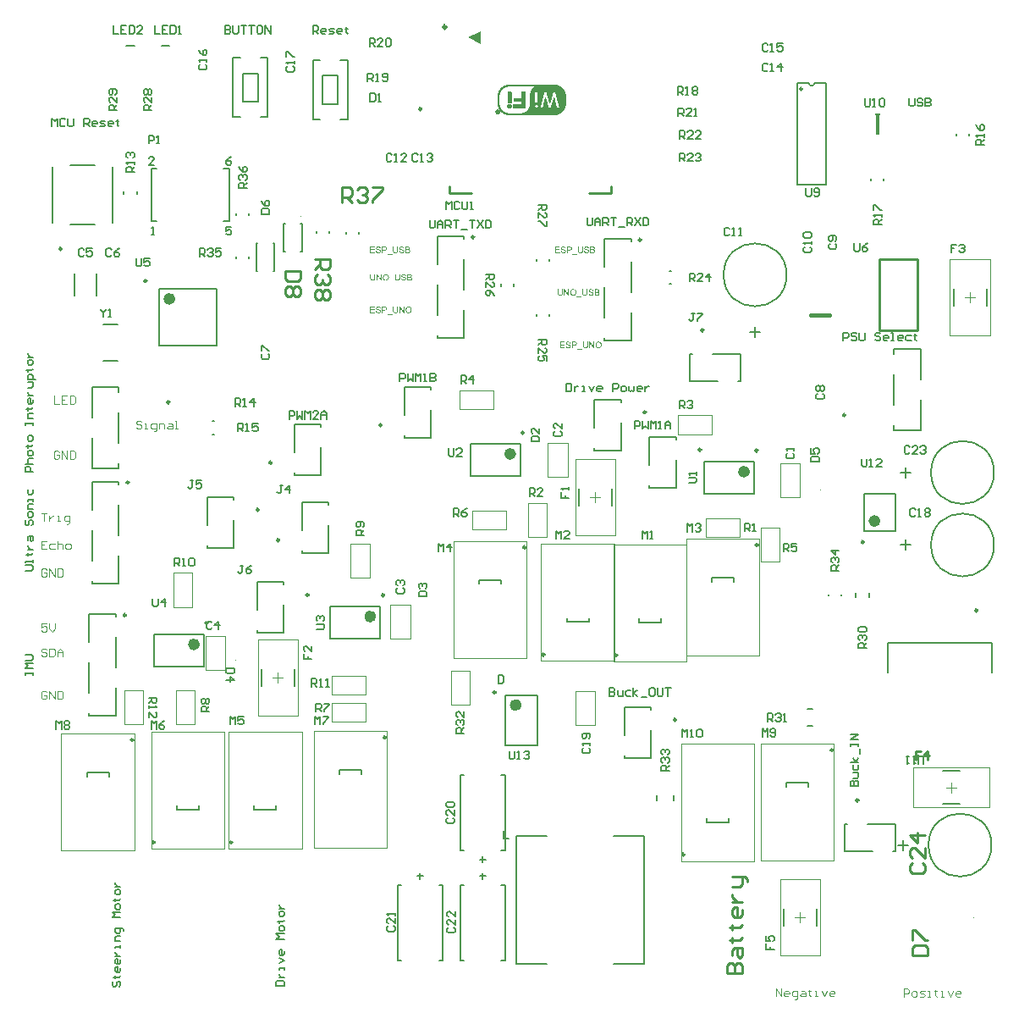
<source format=gto>
G04*
G04 #@! TF.GenerationSoftware,Altium Limited,Altium Designer,21.4.1 (30)*
G04*
G04 Layer_Color=65535*
%FSLAX25Y25*%
%MOIN*%
G70*
G04*
G04 #@! TF.SameCoordinates,7B2BD0F0-F325-43E0-8A4B-F521747280A9*
G04*
G04*
G04 #@! TF.FilePolarity,Positive*
G04*
G01*
G75*
%ADD10C,0.00787*%
%ADD11C,0.00394*%
%ADD12C,0.02362*%
%ADD13C,0.00984*%
%ADD14C,0.01181*%
%ADD15C,0.01000*%
%ADD16C,0.00197*%
%ADD17C,0.00050*%
%ADD18C,0.01575*%
%ADD19C,0.00500*%
%ADD20C,0.00413*%
%ADD21C,0.00591*%
G36*
X176260Y381890D02*
X181260Y379390D01*
Y384390D01*
X176260Y381890D01*
D02*
G37*
G36*
X223048Y299513D02*
X223072D01*
X223100Y299511D01*
X223132Y299509D01*
X223167Y299504D01*
X223205Y299500D01*
X223244Y299493D01*
X223326Y299476D01*
X223412Y299455D01*
X223493Y299425D01*
X223496D01*
X223502Y299420D01*
X223515Y299416D01*
X223528Y299407D01*
X223547Y299399D01*
X223567Y299386D01*
X223590Y299373D01*
X223616Y299358D01*
X223668Y299319D01*
X223723Y299274D01*
X223775Y299220D01*
X223801Y299190D01*
X223822Y299158D01*
X223825Y299156D01*
X223827Y299149D01*
X223833Y299141D01*
X223842Y299128D01*
X223850Y299111D01*
X223859Y299091D01*
X223870Y299070D01*
X223883Y299044D01*
X223893Y299016D01*
X223904Y298986D01*
X223915Y298954D01*
X223923Y298919D01*
X223938Y298844D01*
X223945Y298805D01*
X223947Y298765D01*
X223629Y298741D01*
Y298743D01*
X223627Y298752D01*
X223624Y298765D01*
X223622Y298780D01*
X223618Y298799D01*
X223614Y298823D01*
X223605Y298848D01*
X223597Y298874D01*
X223575Y298932D01*
X223560Y298962D01*
X223543Y298992D01*
X223526Y299020D01*
X223504Y299048D01*
X223478Y299076D01*
X223452Y299100D01*
X223450Y299102D01*
X223446Y299104D01*
X223438Y299111D01*
X223425Y299119D01*
X223410Y299128D01*
X223390Y299139D01*
X223369Y299149D01*
X223343Y299162D01*
X223313Y299173D01*
X223281Y299184D01*
X223244Y299195D01*
X223205Y299203D01*
X223162Y299212D01*
X223117Y299218D01*
X223068Y299220D01*
X223014Y299222D01*
X222986D01*
X222965Y299220D01*
X222939Y299218D01*
X222911Y299216D01*
X222879Y299214D01*
X222846Y299210D01*
X222773Y299195D01*
X222700Y299175D01*
X222666Y299162D01*
X222631Y299147D01*
X222601Y299130D01*
X222573Y299111D01*
X222571Y299109D01*
X222567Y299106D01*
X222560Y299100D01*
X222552Y299091D01*
X222541Y299081D01*
X222530Y299068D01*
X222504Y299036D01*
X222479Y298997D01*
X222457Y298952D01*
X222448Y298928D01*
X222442Y298900D01*
X222438Y298872D01*
X222436Y298844D01*
Y298842D01*
Y298838D01*
Y298831D01*
X222438Y298823D01*
X222440Y298797D01*
X222448Y298765D01*
X222459Y298730D01*
X222476Y298694D01*
X222500Y298655D01*
X222515Y298638D01*
X222532Y298621D01*
X222534D01*
X222537Y298616D01*
X222543Y298612D01*
X222554Y298605D01*
X222567Y298597D01*
X222584Y298588D01*
X222605Y298577D01*
X222631Y298565D01*
X222661Y298552D01*
X222698Y298539D01*
X222739Y298524D01*
X222786Y298507D01*
X222838Y298492D01*
X222898Y298474D01*
X222962Y298457D01*
X223035Y298440D01*
X223040D01*
X223053Y298436D01*
X223074Y298431D01*
X223102Y298425D01*
X223134Y298416D01*
X223173Y298408D01*
X223214Y298397D01*
X223257Y298386D01*
X223349Y298362D01*
X223442Y298335D01*
X223485Y298322D01*
X223526Y298307D01*
X223562Y298294D01*
X223592Y298281D01*
X223594Y298279D01*
X223603Y298276D01*
X223614Y298270D01*
X223629Y298264D01*
X223646Y298253D01*
X223668Y298240D01*
X223691Y298227D01*
X223715Y298212D01*
X223769Y298173D01*
X223822Y298130D01*
X223872Y298081D01*
X223895Y298053D01*
X223917Y298025D01*
X223919Y298023D01*
X223921Y298019D01*
X223928Y298010D01*
X223934Y297997D01*
X223941Y297982D01*
X223951Y297965D01*
X223960Y297945D01*
X223971Y297922D01*
X223979Y297898D01*
X223990Y297870D01*
X224005Y297810D01*
X224018Y297741D01*
X224020Y297705D01*
X224022Y297668D01*
Y297666D01*
Y297659D01*
Y297649D01*
X224020Y297634D01*
X224018Y297617D01*
X224016Y297595D01*
X224014Y297571D01*
X224007Y297546D01*
X223994Y297487D01*
X223973Y297423D01*
X223960Y297389D01*
X223945Y297354D01*
X223928Y297322D01*
X223906Y297288D01*
X223904Y297285D01*
X223902Y297279D01*
X223893Y297270D01*
X223885Y297260D01*
X223874Y297245D01*
X223859Y297227D01*
X223842Y297208D01*
X223822Y297186D01*
X223801Y297165D01*
X223775Y297144D01*
X223749Y297120D01*
X223719Y297096D01*
X223687Y297075D01*
X223653Y297053D01*
X223614Y297032D01*
X223575Y297012D01*
X223573D01*
X223564Y297008D01*
X223554Y297004D01*
X223536Y296997D01*
X223517Y296991D01*
X223493Y296982D01*
X223465Y296974D01*
X223433Y296965D01*
X223399Y296954D01*
X223362Y296946D01*
X223323Y296937D01*
X223281Y296931D01*
X223235Y296924D01*
X223190Y296920D01*
X223141Y296918D01*
X223091Y296916D01*
X223059D01*
X223035Y296918D01*
X223005D01*
X222971Y296920D01*
X222932Y296924D01*
X222891Y296929D01*
X222848Y296933D01*
X222801Y296939D01*
X222707Y296956D01*
X222610Y296982D01*
X222565Y296997D01*
X222519Y297014D01*
X222517Y297017D01*
X222509Y297019D01*
X222498Y297025D01*
X222481Y297034D01*
X222461Y297045D01*
X222440Y297055D01*
X222414Y297070D01*
X222388Y297090D01*
X222360Y297109D01*
X222330Y297131D01*
X222300Y297154D01*
X222270Y297182D01*
X222240Y297210D01*
X222212Y297242D01*
X222184Y297275D01*
X222158Y297311D01*
X222156Y297313D01*
X222152Y297320D01*
X222145Y297330D01*
X222137Y297346D01*
X222128Y297365D01*
X222117Y297389D01*
X222105Y297414D01*
X222092Y297442D01*
X222079Y297475D01*
X222068Y297509D01*
X222055Y297548D01*
X222044Y297586D01*
X222036Y297629D01*
X222029Y297672D01*
X222023Y297717D01*
X222021Y297765D01*
X222335Y297793D01*
Y297791D01*
X222337Y297784D01*
Y297776D01*
X222339Y297761D01*
X222343Y297745D01*
X222345Y297726D01*
X222350Y297705D01*
X222356Y297683D01*
X222369Y297634D01*
X222388Y297582D01*
X222410Y297531D01*
X222438Y297481D01*
Y297479D01*
X222442Y297477D01*
X222446Y297470D01*
X222453Y297462D01*
X222472Y297438D01*
X222500Y297412D01*
X222534Y297380D01*
X222578Y297348D01*
X222629Y297316D01*
X222689Y297285D01*
X222691D01*
X222698Y297283D01*
X222707Y297279D01*
X222719Y297275D01*
X222737Y297268D01*
X222756Y297262D01*
X222777Y297255D01*
X222803Y297249D01*
X222829Y297242D01*
X222859Y297236D01*
X222926Y297223D01*
X222999Y297214D01*
X223076Y297212D01*
X223109D01*
X223126Y297214D01*
X223145D01*
X223167Y297217D01*
X223190Y297219D01*
X223242Y297225D01*
X223298Y297236D01*
X223356Y297249D01*
X223412Y297268D01*
X223414D01*
X223418Y297270D01*
X223427Y297275D01*
X223435Y297279D01*
X223461Y297292D01*
X223493Y297309D01*
X223530Y297330D01*
X223564Y297356D01*
X223599Y297389D01*
X223629Y297423D01*
Y297425D01*
X223631Y297427D01*
X223640Y297440D01*
X223653Y297460D01*
X223665Y297487D01*
X223678Y297520D01*
X223691Y297556D01*
X223700Y297595D01*
X223702Y297638D01*
Y297640D01*
Y297642D01*
Y297649D01*
Y297657D01*
X223698Y297681D01*
X223693Y297709D01*
X223685Y297741D01*
X223674Y297776D01*
X223657Y297810D01*
X223633Y297844D01*
X223631Y297849D01*
X223620Y297859D01*
X223603Y297877D01*
X223579Y297898D01*
X223547Y297922D01*
X223508Y297945D01*
X223461Y297971D01*
X223405Y297995D01*
X223403D01*
X223401Y297997D01*
X223394Y297999D01*
X223384Y298001D01*
X223371Y298006D01*
X223356Y298012D01*
X223334Y298019D01*
X223311Y298025D01*
X223283Y298031D01*
X223250Y298042D01*
X223214Y298051D01*
X223173Y298061D01*
X223126Y298074D01*
X223076Y298087D01*
X223018Y298100D01*
X222956Y298115D01*
X222952D01*
X222941Y298120D01*
X222924Y298124D01*
X222900Y298130D01*
X222872Y298137D01*
X222840Y298145D01*
X222803Y298156D01*
X222764Y298167D01*
X222685Y298190D01*
X222605Y298218D01*
X222567Y298231D01*
X222530Y298246D01*
X222498Y298259D01*
X222470Y298274D01*
X222468Y298276D01*
X222461Y298279D01*
X222453Y298285D01*
X222440Y298292D01*
X222427Y298300D01*
X222410Y298311D01*
X222369Y298339D01*
X222326Y298373D01*
X222283Y298414D01*
X222240Y298459D01*
X222203Y298509D01*
Y298511D01*
X222199Y298515D01*
X222195Y298524D01*
X222190Y298532D01*
X222184Y298547D01*
X222175Y298563D01*
X222167Y298580D01*
X222160Y298601D01*
X222143Y298646D01*
X222128Y298700D01*
X222119Y298758D01*
X222115Y298820D01*
Y298823D01*
Y298829D01*
Y298840D01*
X222117Y298853D01*
X222119Y298870D01*
X222122Y298889D01*
X222124Y298913D01*
X222128Y298937D01*
X222141Y298992D01*
X222160Y299053D01*
X222173Y299083D01*
X222188Y299115D01*
X222203Y299145D01*
X222223Y299177D01*
X222225Y299180D01*
X222227Y299184D01*
X222234Y299192D01*
X222242Y299205D01*
X222255Y299218D01*
X222268Y299235D01*
X222283Y299253D01*
X222302Y299272D01*
X222324Y299291D01*
X222347Y299311D01*
X222373Y299332D01*
X222401Y299354D01*
X222431Y299373D01*
X222463Y299394D01*
X222500Y299412D01*
X222537Y299429D01*
X222539D01*
X222545Y299433D01*
X222558Y299437D01*
X222573Y299442D01*
X222592Y299448D01*
X222616Y299457D01*
X222642Y299463D01*
X222672Y299472D01*
X222707Y299481D01*
X222741Y299487D01*
X222780Y299496D01*
X222820Y299502D01*
X222909Y299511D01*
X223001Y299515D01*
X223029D01*
X223048Y299513D01*
D02*
G37*
G36*
X213879D02*
X213902D01*
X213930Y299511D01*
X213962Y299509D01*
X213997Y299504D01*
X214036Y299500D01*
X214074Y299493D01*
X214156Y299476D01*
X214242Y299455D01*
X214324Y299425D01*
X214326D01*
X214332Y299420D01*
X214345Y299416D01*
X214358Y299407D01*
X214377Y299399D01*
X214397Y299386D01*
X214420Y299373D01*
X214446Y299358D01*
X214498Y299319D01*
X214554Y299274D01*
X214605Y299220D01*
X214631Y299190D01*
X214653Y299158D01*
X214655Y299156D01*
X214657Y299149D01*
X214663Y299141D01*
X214672Y299128D01*
X214681Y299111D01*
X214689Y299091D01*
X214700Y299070D01*
X214713Y299044D01*
X214723Y299016D01*
X214734Y298986D01*
X214745Y298954D01*
X214754Y298919D01*
X214769Y298844D01*
X214775Y298805D01*
X214777Y298765D01*
X214459Y298741D01*
Y298743D01*
X214457Y298752D01*
X214455Y298765D01*
X214453Y298780D01*
X214448Y298799D01*
X214444Y298823D01*
X214435Y298848D01*
X214427Y298874D01*
X214405Y298932D01*
X214390Y298962D01*
X214373Y298992D01*
X214356Y299020D01*
X214334Y299048D01*
X214309Y299076D01*
X214283Y299100D01*
X214281Y299102D01*
X214276Y299104D01*
X214268Y299111D01*
X214255Y299119D01*
X214240Y299128D01*
X214220Y299139D01*
X214199Y299149D01*
X214173Y299162D01*
X214143Y299173D01*
X214111Y299184D01*
X214074Y299195D01*
X214036Y299203D01*
X213993Y299212D01*
X213947Y299218D01*
X213898Y299220D01*
X213844Y299222D01*
X213816D01*
X213795Y299220D01*
X213769Y299218D01*
X213741Y299216D01*
X213709Y299214D01*
X213677Y299210D01*
X213603Y299195D01*
X213530Y299175D01*
X213496Y299162D01*
X213461Y299147D01*
X213431Y299130D01*
X213403Y299111D01*
X213401Y299109D01*
X213397Y299106D01*
X213390Y299100D01*
X213382Y299091D01*
X213371Y299081D01*
X213360Y299068D01*
X213335Y299036D01*
X213309Y298997D01*
X213287Y298952D01*
X213279Y298928D01*
X213272Y298900D01*
X213268Y298872D01*
X213266Y298844D01*
Y298842D01*
Y298838D01*
Y298831D01*
X213268Y298823D01*
X213270Y298797D01*
X213279Y298765D01*
X213289Y298730D01*
X213307Y298694D01*
X213330Y298655D01*
X213345Y298638D01*
X213363Y298621D01*
X213365D01*
X213367Y298616D01*
X213373Y298612D01*
X213384Y298605D01*
X213397Y298597D01*
X213414Y298588D01*
X213436Y298577D01*
X213461Y298565D01*
X213492Y298552D01*
X213528Y298539D01*
X213569Y298524D01*
X213616Y298507D01*
X213668Y298492D01*
X213728Y298474D01*
X213793Y298457D01*
X213866Y298440D01*
X213870D01*
X213883Y298436D01*
X213904Y298431D01*
X213932Y298425D01*
X213965Y298416D01*
X214003Y298408D01*
X214044Y298397D01*
X214087Y298386D01*
X214180Y298362D01*
X214272Y298335D01*
X214315Y298322D01*
X214356Y298307D01*
X214392Y298294D01*
X214422Y298281D01*
X214425Y298279D01*
X214433Y298276D01*
X214444Y298270D01*
X214459Y298264D01*
X214476Y298253D01*
X214498Y298240D01*
X214521Y298227D01*
X214545Y298212D01*
X214599Y298173D01*
X214653Y298130D01*
X214702Y298081D01*
X214726Y298053D01*
X214747Y298025D01*
X214749Y298023D01*
X214752Y298019D01*
X214758Y298010D01*
X214764Y297997D01*
X214771Y297982D01*
X214782Y297965D01*
X214790Y297945D01*
X214801Y297922D01*
X214809Y297898D01*
X214820Y297870D01*
X214835Y297810D01*
X214848Y297741D01*
X214850Y297705D01*
X214852Y297668D01*
Y297666D01*
Y297659D01*
Y297649D01*
X214850Y297634D01*
X214848Y297617D01*
X214846Y297595D01*
X214844Y297571D01*
X214838Y297546D01*
X214825Y297487D01*
X214803Y297423D01*
X214790Y297389D01*
X214775Y297354D01*
X214758Y297322D01*
X214736Y297288D01*
X214734Y297285D01*
X214732Y297279D01*
X214723Y297270D01*
X214715Y297260D01*
X214704Y297245D01*
X214689Y297227D01*
X214672Y297208D01*
X214653Y297186D01*
X214631Y297165D01*
X214605Y297144D01*
X214580Y297120D01*
X214549Y297096D01*
X214517Y297075D01*
X214483Y297053D01*
X214444Y297032D01*
X214405Y297012D01*
X214403D01*
X214395Y297008D01*
X214384Y297004D01*
X214367Y296997D01*
X214347Y296991D01*
X214324Y296982D01*
X214296Y296974D01*
X214263Y296965D01*
X214229Y296954D01*
X214193Y296946D01*
X214154Y296937D01*
X214111Y296931D01*
X214066Y296924D01*
X214020Y296920D01*
X213971Y296918D01*
X213922Y296916D01*
X213889D01*
X213866Y296918D01*
X213836D01*
X213801Y296920D01*
X213762Y296924D01*
X213722Y296929D01*
X213679Y296933D01*
X213631Y296939D01*
X213537Y296956D01*
X213440Y296982D01*
X213395Y296997D01*
X213350Y297014D01*
X213348Y297017D01*
X213339Y297019D01*
X213328Y297025D01*
X213311Y297034D01*
X213292Y297045D01*
X213270Y297055D01*
X213244Y297070D01*
X213218Y297090D01*
X213191Y297109D01*
X213160Y297131D01*
X213130Y297154D01*
X213100Y297182D01*
X213070Y297210D01*
X213042Y297242D01*
X213014Y297275D01*
X212988Y297311D01*
X212986Y297313D01*
X212982Y297320D01*
X212976Y297330D01*
X212967Y297346D01*
X212958Y297365D01*
X212948Y297389D01*
X212935Y297414D01*
X212922Y297442D01*
X212909Y297475D01*
X212898Y297509D01*
X212885Y297548D01*
X212875Y297586D01*
X212866Y297629D01*
X212860Y297672D01*
X212853Y297717D01*
X212851Y297765D01*
X213165Y297793D01*
Y297791D01*
X213167Y297784D01*
Y297776D01*
X213169Y297761D01*
X213173Y297745D01*
X213176Y297726D01*
X213180Y297705D01*
X213186Y297683D01*
X213199Y297634D01*
X213218Y297582D01*
X213240Y297531D01*
X213268Y297481D01*
Y297479D01*
X213272Y297477D01*
X213277Y297470D01*
X213283Y297462D01*
X213302Y297438D01*
X213330Y297412D01*
X213365Y297380D01*
X213408Y297348D01*
X213459Y297316D01*
X213520Y297285D01*
X213522D01*
X213528Y297283D01*
X213537Y297279D01*
X213550Y297275D01*
X213567Y297268D01*
X213586Y297262D01*
X213608Y297255D01*
X213633Y297249D01*
X213659Y297242D01*
X213689Y297236D01*
X213756Y297223D01*
X213829Y297214D01*
X213907Y297212D01*
X213939D01*
X213956Y297214D01*
X213975D01*
X213997Y297217D01*
X214020Y297219D01*
X214072Y297225D01*
X214128Y297236D01*
X214186Y297249D01*
X214242Y297268D01*
X214244D01*
X214248Y297270D01*
X214257Y297275D01*
X214266Y297279D01*
X214291Y297292D01*
X214324Y297309D01*
X214360Y297330D01*
X214395Y297356D01*
X214429Y297389D01*
X214459Y297423D01*
Y297425D01*
X214461Y297427D01*
X214470Y297440D01*
X214483Y297460D01*
X214496Y297487D01*
X214509Y297520D01*
X214521Y297556D01*
X214530Y297595D01*
X214532Y297638D01*
Y297640D01*
Y297642D01*
Y297649D01*
Y297657D01*
X214528Y297681D01*
X214524Y297709D01*
X214515Y297741D01*
X214504Y297776D01*
X214487Y297810D01*
X214463Y297844D01*
X214461Y297849D01*
X214451Y297859D01*
X214433Y297877D01*
X214410Y297898D01*
X214377Y297922D01*
X214339Y297945D01*
X214291Y297971D01*
X214235Y297995D01*
X214233D01*
X214231Y297997D01*
X214225Y297999D01*
X214214Y298001D01*
X214201Y298006D01*
X214186Y298012D01*
X214164Y298019D01*
X214141Y298025D01*
X214113Y298031D01*
X214081Y298042D01*
X214044Y298051D01*
X214003Y298061D01*
X213956Y298074D01*
X213907Y298087D01*
X213848Y298100D01*
X213786Y298115D01*
X213782D01*
X213771Y298120D01*
X213754Y298124D01*
X213730Y298130D01*
X213702Y298137D01*
X213670Y298145D01*
X213633Y298156D01*
X213595Y298167D01*
X213515Y298190D01*
X213436Y298218D01*
X213397Y298231D01*
X213360Y298246D01*
X213328Y298259D01*
X213300Y298274D01*
X213298Y298276D01*
X213292Y298279D01*
X213283Y298285D01*
X213270Y298292D01*
X213257Y298300D01*
X213240Y298311D01*
X213199Y298339D01*
X213156Y298373D01*
X213113Y298414D01*
X213070Y298459D01*
X213034Y298509D01*
Y298511D01*
X213029Y298515D01*
X213025Y298524D01*
X213021Y298532D01*
X213014Y298547D01*
X213006Y298563D01*
X212997Y298580D01*
X212991Y298601D01*
X212973Y298646D01*
X212958Y298700D01*
X212950Y298758D01*
X212946Y298820D01*
Y298823D01*
Y298829D01*
Y298840D01*
X212948Y298853D01*
X212950Y298870D01*
X212952Y298889D01*
X212954Y298913D01*
X212958Y298937D01*
X212971Y298992D01*
X212991Y299053D01*
X213003Y299083D01*
X213019Y299115D01*
X213034Y299145D01*
X213053Y299177D01*
X213055Y299180D01*
X213057Y299184D01*
X213064Y299192D01*
X213072Y299205D01*
X213085Y299218D01*
X213098Y299235D01*
X213113Y299253D01*
X213133Y299272D01*
X213154Y299291D01*
X213178Y299311D01*
X213204Y299332D01*
X213231Y299354D01*
X213262Y299373D01*
X213294Y299394D01*
X213330Y299412D01*
X213367Y299429D01*
X213369D01*
X213375Y299433D01*
X213388Y299437D01*
X213403Y299442D01*
X213423Y299448D01*
X213446Y299457D01*
X213472Y299463D01*
X213502Y299472D01*
X213537Y299481D01*
X213571Y299487D01*
X213610Y299496D01*
X213651Y299502D01*
X213739Y299511D01*
X213831Y299515D01*
X213859D01*
X213879Y299513D01*
D02*
G37*
G36*
X221580Y298019D02*
Y298014D01*
Y298001D01*
Y297982D01*
X221578Y297956D01*
Y297924D01*
X221576Y297887D01*
X221573Y297847D01*
X221569Y297801D01*
X221565Y297754D01*
X221558Y297705D01*
X221543Y297606D01*
X221522Y297507D01*
X221509Y297460D01*
X221494Y297416D01*
Y297414D01*
X221490Y297406D01*
X221485Y297395D01*
X221477Y297380D01*
X221468Y297361D01*
X221455Y297339D01*
X221440Y297313D01*
X221423Y297288D01*
X221404Y297260D01*
X221380Y297230D01*
X221356Y297199D01*
X221326Y297169D01*
X221296Y297139D01*
X221262Y297109D01*
X221225Y297081D01*
X221184Y297053D01*
X221182Y297051D01*
X221174Y297047D01*
X221161Y297040D01*
X221143Y297032D01*
X221122Y297021D01*
X221094Y297010D01*
X221064Y296997D01*
X221027Y296984D01*
X220987Y296972D01*
X220943Y296959D01*
X220894Y296948D01*
X220842Y296937D01*
X220786Y296929D01*
X220726Y296922D01*
X220664Y296918D01*
X220597Y296916D01*
X220563D01*
X220539Y296918D01*
X220509Y296920D01*
X220475Y296922D01*
X220436Y296926D01*
X220393Y296931D01*
X220348Y296937D01*
X220301Y296946D01*
X220204Y296967D01*
X220157Y296980D01*
X220109Y296997D01*
X220062Y297014D01*
X220019Y297036D01*
X220017Y297038D01*
X220008Y297042D01*
X219998Y297049D01*
X219982Y297060D01*
X219965Y297073D01*
X219944Y297088D01*
X219920Y297105D01*
X219894Y297126D01*
X219868Y297150D01*
X219843Y297176D01*
X219817Y297206D01*
X219789Y297236D01*
X219763Y297270D01*
X219740Y297307D01*
X219718Y297348D01*
X219699Y297389D01*
Y297391D01*
X219694Y297399D01*
X219690Y297412D01*
X219684Y297432D01*
X219677Y297455D01*
X219669Y297483D01*
X219660Y297515D01*
X219651Y297554D01*
X219643Y297597D01*
X219634Y297644D01*
X219625Y297696D01*
X219619Y297752D01*
X219613Y297812D01*
X219608Y297877D01*
X219606Y297945D01*
X219604Y298019D01*
Y299472D01*
X219937D01*
Y298021D01*
Y298016D01*
Y298006D01*
Y297991D01*
Y297967D01*
X219939Y297941D01*
X219942Y297909D01*
Y297874D01*
X219946Y297838D01*
X219952Y297761D01*
X219963Y297679D01*
X219970Y297640D01*
X219978Y297604D01*
X219987Y297569D01*
X219998Y297539D01*
Y297537D01*
X220000Y297533D01*
X220004Y297524D01*
X220008Y297513D01*
X220017Y297500D01*
X220025Y297485D01*
X220047Y297451D01*
X220075Y297412D01*
X220111Y297374D01*
X220154Y297335D01*
X220206Y297300D01*
X220208D01*
X220213Y297296D01*
X220221Y297292D01*
X220232Y297288D01*
X220247Y297281D01*
X220264Y297275D01*
X220283Y297266D01*
X220307Y297260D01*
X220333Y297251D01*
X220359Y297242D01*
X220389Y297236D01*
X220421Y297230D01*
X220490Y297221D01*
X220567Y297217D01*
X220584D01*
X220602Y297219D01*
X220627D01*
X220657Y297221D01*
X220692Y297225D01*
X220731Y297230D01*
X220772Y297238D01*
X220812Y297247D01*
X220858Y297257D01*
X220901Y297270D01*
X220943Y297288D01*
X220984Y297305D01*
X221023Y297328D01*
X221057Y297352D01*
X221090Y297382D01*
X221092Y297384D01*
X221096Y297391D01*
X221105Y297401D01*
X221113Y297416D01*
X221126Y297436D01*
X221139Y297460D01*
X221154Y297490D01*
X221169Y297524D01*
X221182Y297565D01*
X221197Y297610D01*
X221210Y297664D01*
X221223Y297722D01*
X221232Y297786D01*
X221240Y297857D01*
X221245Y297935D01*
X221247Y298021D01*
Y299472D01*
X221580D01*
Y298019D01*
D02*
G37*
G36*
X225450Y299470D02*
X225476D01*
X225504Y299468D01*
X225534Y299465D01*
X225568Y299463D01*
X225641Y299453D01*
X225719Y299440D01*
X225796Y299420D01*
X225830Y299407D01*
X225865Y299394D01*
X225867D01*
X225873Y299390D01*
X225882Y299386D01*
X225893Y299379D01*
X225908Y299373D01*
X225925Y299362D01*
X225964Y299337D01*
X226009Y299304D01*
X226054Y299263D01*
X226097Y299216D01*
X226138Y299160D01*
X226140Y299158D01*
X226142Y299154D01*
X226147Y299145D01*
X226153Y299132D01*
X226162Y299117D01*
X226170Y299100D01*
X226179Y299081D01*
X226187Y299059D01*
X226204Y299010D01*
X226222Y298952D01*
X226233Y298891D01*
X226237Y298859D01*
Y298827D01*
Y298825D01*
Y298820D01*
Y298812D01*
X226235Y298799D01*
Y298786D01*
X226233Y298769D01*
X226230Y298749D01*
X226226Y298730D01*
X226215Y298683D01*
X226200Y298631D01*
X226179Y298577D01*
X226149Y298524D01*
Y298522D01*
X226144Y298517D01*
X226140Y298511D01*
X226131Y298500D01*
X226123Y298489D01*
X226112Y298474D01*
X226082Y298442D01*
X226045Y298406D01*
X226000Y298367D01*
X225946Y298330D01*
X225884Y298296D01*
X225886D01*
X225895Y298294D01*
X225906Y298289D01*
X225921Y298283D01*
X225940Y298274D01*
X225964Y298266D01*
X225987Y298255D01*
X226013Y298242D01*
X226069Y298210D01*
X226129Y298169D01*
X226185Y298122D01*
X226211Y298096D01*
X226235Y298066D01*
X226237Y298064D01*
X226241Y298059D01*
X226245Y298049D01*
X226254Y298038D01*
X226263Y298023D01*
X226273Y298004D01*
X226286Y297982D01*
X226297Y297958D01*
X226308Y297930D01*
X226321Y297902D01*
X226331Y297870D01*
X226340Y297838D01*
X226349Y297801D01*
X226355Y297765D01*
X226357Y297726D01*
X226359Y297685D01*
Y297683D01*
Y297677D01*
Y297668D01*
X226357Y297655D01*
Y297640D01*
X226355Y297621D01*
X226353Y297601D01*
X226351Y297578D01*
X226340Y297528D01*
X226327Y297472D01*
X226310Y297414D01*
X226284Y297356D01*
Y297354D01*
X226280Y297350D01*
X226275Y297341D01*
X226271Y297333D01*
X226263Y297320D01*
X226254Y297305D01*
X226233Y297270D01*
X226207Y297234D01*
X226174Y297195D01*
X226138Y297159D01*
X226099Y297124D01*
X226097D01*
X226095Y297120D01*
X226088Y297115D01*
X226080Y297111D01*
X226069Y297105D01*
X226056Y297096D01*
X226024Y297079D01*
X225983Y297058D01*
X225938Y297038D01*
X225884Y297017D01*
X225824Y296999D01*
X225822D01*
X225817Y296997D01*
X225807Y296995D01*
X225794Y296993D01*
X225779Y296991D01*
X225760Y296987D01*
X225736Y296982D01*
X225712Y296980D01*
X225684Y296976D01*
X225652Y296972D01*
X225620Y296967D01*
X225583Y296965D01*
X225547Y296963D01*
X225506Y296961D01*
X225420Y296959D01*
X224463D01*
Y299472D01*
X225430D01*
X225450Y299470D01*
D02*
G37*
G36*
X216338D02*
X216394D01*
X216456Y299465D01*
X216519Y299461D01*
X216581Y299455D01*
X216609Y299450D01*
X216635Y299446D01*
X216637D01*
X216644Y299444D01*
X216652Y299442D01*
X216665Y299440D01*
X216682Y299437D01*
X216699Y299431D01*
X216721Y299427D01*
X216742Y299420D01*
X216792Y299403D01*
X216843Y299384D01*
X216895Y299358D01*
X216945Y299328D01*
X216947D01*
X216951Y299324D01*
X216957Y299319D01*
X216966Y299313D01*
X216990Y299293D01*
X217018Y299266D01*
X217050Y299231D01*
X217084Y299188D01*
X217116Y299141D01*
X217147Y299085D01*
Y299083D01*
X217151Y299078D01*
X217153Y299070D01*
X217160Y299057D01*
X217164Y299044D01*
X217170Y299027D01*
X217179Y299005D01*
X217185Y298984D01*
X217192Y298960D01*
X217200Y298934D01*
X217211Y298876D01*
X217220Y298812D01*
X217224Y298743D01*
Y298739D01*
Y298728D01*
X217222Y298713D01*
Y298689D01*
X217217Y298661D01*
X217213Y298629D01*
X217207Y298595D01*
X217198Y298556D01*
X217187Y298513D01*
X217175Y298470D01*
X217157Y298425D01*
X217138Y298380D01*
X217114Y298335D01*
X217086Y298287D01*
X217056Y298244D01*
X217020Y298201D01*
X217018Y298199D01*
X217009Y298193D01*
X216998Y298182D01*
X216979Y298167D01*
X216955Y298150D01*
X216927Y298130D01*
X216893Y298111D01*
X216852Y298092D01*
X216805Y298070D01*
X216751Y298051D01*
X216689Y298031D01*
X216622Y298014D01*
X216549Y298001D01*
X216467Y297988D01*
X216379Y297982D01*
X216282Y297980D01*
X215639D01*
Y296959D01*
X215306D01*
Y299472D01*
X216315D01*
X216338Y299470D01*
D02*
G37*
G36*
X212447Y299175D02*
X210963D01*
Y298408D01*
X212352D01*
Y298111D01*
X210963D01*
Y297255D01*
X212505D01*
Y296959D01*
X210630D01*
Y299472D01*
X212447D01*
Y299175D01*
D02*
G37*
G36*
X219368Y296260D02*
X217323D01*
Y296483D01*
X219368D01*
Y296260D01*
D02*
G37*
G36*
X224811Y282781D02*
X224834D01*
X224863Y282778D01*
X224895Y282776D01*
X224929Y282772D01*
X224968Y282768D01*
X225007Y282761D01*
X225088Y282744D01*
X225174Y282722D01*
X225256Y282692D01*
X225258D01*
X225265Y282688D01*
X225277Y282684D01*
X225290Y282675D01*
X225310Y282667D01*
X225329Y282654D01*
X225353Y282641D01*
X225378Y282626D01*
X225430Y282587D01*
X225486Y282542D01*
X225538Y282488D01*
X225563Y282458D01*
X225585Y282426D01*
X225587Y282424D01*
X225589Y282417D01*
X225596Y282409D01*
X225604Y282396D01*
X225613Y282379D01*
X225621Y282359D01*
X225632Y282338D01*
X225645Y282312D01*
X225656Y282284D01*
X225667Y282254D01*
X225677Y282222D01*
X225686Y282187D01*
X225701Y282112D01*
X225707Y282073D01*
X225710Y282032D01*
X225391Y282009D01*
Y282011D01*
X225389Y282019D01*
X225387Y282032D01*
X225385Y282047D01*
X225381Y282067D01*
X225376Y282090D01*
X225368Y282116D01*
X225359Y282142D01*
X225338Y282200D01*
X225323Y282230D01*
X225305Y282260D01*
X225288Y282288D01*
X225267Y282316D01*
X225241Y282344D01*
X225215Y282368D01*
X225213Y282370D01*
X225209Y282372D01*
X225200Y282379D01*
X225187Y282387D01*
X225172Y282396D01*
X225153Y282406D01*
X225131Y282417D01*
X225105Y282430D01*
X225075Y282441D01*
X225043Y282452D01*
X225007Y282462D01*
X224968Y282471D01*
X224925Y282480D01*
X224880Y282486D01*
X224830Y282488D01*
X224777Y282490D01*
X224748D01*
X224727Y282488D01*
X224701Y282486D01*
X224673Y282484D01*
X224641Y282482D01*
X224609Y282477D01*
X224536Y282462D01*
X224463Y282443D01*
X224428Y282430D01*
X224394Y282415D01*
X224364Y282398D01*
X224336Y282379D01*
X224334Y282376D01*
X224329Y282374D01*
X224323Y282368D01*
X224314Y282359D01*
X224304Y282348D01*
X224293Y282335D01*
X224267Y282303D01*
X224241Y282264D01*
X224220Y282219D01*
X224211Y282196D01*
X224205Y282168D01*
X224200Y282140D01*
X224198Y282112D01*
Y282110D01*
Y282105D01*
Y282099D01*
X224200Y282090D01*
X224202Y282065D01*
X224211Y282032D01*
X224222Y281998D01*
X224239Y281961D01*
X224263Y281923D01*
X224278Y281906D01*
X224295Y281888D01*
X224297D01*
X224299Y281884D01*
X224306Y281880D01*
X224316Y281873D01*
X224329Y281865D01*
X224346Y281856D01*
X224368Y281845D01*
X224394Y281832D01*
X224424Y281820D01*
X224460Y281807D01*
X224501Y281791D01*
X224549Y281774D01*
X224600Y281759D01*
X224660Y281742D01*
X224725Y281725D01*
X224798Y281708D01*
X224802D01*
X224815Y281703D01*
X224837Y281699D01*
X224865Y281693D01*
X224897Y281684D01*
X224936Y281675D01*
X224976Y281665D01*
X225019Y281654D01*
X225112Y281630D01*
X225204Y281602D01*
X225247Y281589D01*
X225288Y281574D01*
X225325Y281561D01*
X225355Y281549D01*
X225357Y281546D01*
X225366Y281544D01*
X225376Y281538D01*
X225391Y281531D01*
X225409Y281521D01*
X225430Y281508D01*
X225454Y281495D01*
X225477Y281480D01*
X225531Y281441D01*
X225585Y281398D01*
X225634Y281349D01*
X225658Y281321D01*
X225679Y281293D01*
X225682Y281291D01*
X225684Y281286D01*
X225690Y281278D01*
X225697Y281265D01*
X225703Y281250D01*
X225714Y281233D01*
X225723Y281213D01*
X225733Y281189D01*
X225742Y281166D01*
X225753Y281138D01*
X225768Y281078D01*
X225781Y281009D01*
X225783Y280972D01*
X225785Y280936D01*
Y280934D01*
Y280927D01*
Y280917D01*
X225783Y280901D01*
X225781Y280884D01*
X225778Y280863D01*
X225776Y280839D01*
X225770Y280813D01*
X225757Y280755D01*
X225735Y280691D01*
X225723Y280656D01*
X225707Y280622D01*
X225690Y280590D01*
X225669Y280555D01*
X225667Y280553D01*
X225664Y280547D01*
X225656Y280538D01*
X225647Y280527D01*
X225637Y280512D01*
X225621Y280495D01*
X225604Y280476D01*
X225585Y280454D01*
X225563Y280433D01*
X225538Y280411D01*
X225512Y280388D01*
X225482Y280364D01*
X225449Y280342D01*
X225415Y280321D01*
X225376Y280299D01*
X225338Y280280D01*
X225336D01*
X225327Y280276D01*
X225316Y280272D01*
X225299Y280265D01*
X225280Y280259D01*
X225256Y280250D01*
X225228Y280241D01*
X225196Y280233D01*
X225161Y280222D01*
X225125Y280213D01*
X225086Y280205D01*
X225043Y280198D01*
X224998Y280192D01*
X224953Y280188D01*
X224903Y280186D01*
X224854Y280183D01*
X224822D01*
X224798Y280186D01*
X224768D01*
X224733Y280188D01*
X224695Y280192D01*
X224654Y280196D01*
X224611Y280201D01*
X224564Y280207D01*
X224469Y280224D01*
X224372Y280250D01*
X224327Y280265D01*
X224282Y280282D01*
X224280Y280284D01*
X224271Y280287D01*
X224260Y280293D01*
X224243Y280302D01*
X224224Y280312D01*
X224202Y280323D01*
X224177Y280338D01*
X224151Y280358D01*
X224123Y280377D01*
X224093Y280398D01*
X224063Y280422D01*
X224033Y280450D01*
X224003Y280478D01*
X223974Y280510D01*
X223947Y280542D01*
X223921Y280579D01*
X223919Y280581D01*
X223914Y280588D01*
X223908Y280598D01*
X223899Y280613D01*
X223891Y280633D01*
X223880Y280656D01*
X223867Y280682D01*
X223854Y280710D01*
X223841Y280742D01*
X223831Y280777D01*
X223818Y280815D01*
X223807Y280854D01*
X223798Y280897D01*
X223792Y280940D01*
X223785Y280985D01*
X223783Y281033D01*
X224097Y281061D01*
Y281058D01*
X224099Y281052D01*
Y281043D01*
X224101Y281028D01*
X224106Y281013D01*
X224108Y280994D01*
X224112Y280972D01*
X224119Y280951D01*
X224131Y280901D01*
X224151Y280850D01*
X224172Y280798D01*
X224200Y280749D01*
Y280747D01*
X224205Y280745D01*
X224209Y280738D01*
X224215Y280729D01*
X224235Y280706D01*
X224263Y280680D01*
X224297Y280648D01*
X224340Y280615D01*
X224392Y280583D01*
X224452Y280553D01*
X224454D01*
X224460Y280551D01*
X224469Y280547D01*
X224482Y280542D01*
X224499Y280536D01*
X224518Y280529D01*
X224540Y280523D01*
X224566Y280517D01*
X224592Y280510D01*
X224622Y280504D01*
X224688Y280491D01*
X224761Y280482D01*
X224839Y280480D01*
X224871D01*
X224888Y280482D01*
X224908D01*
X224929Y280484D01*
X224953Y280486D01*
X225004Y280493D01*
X225060Y280504D01*
X225118Y280517D01*
X225174Y280536D01*
X225176D01*
X225181Y280538D01*
X225189Y280542D01*
X225198Y280547D01*
X225224Y280560D01*
X225256Y280577D01*
X225292Y280598D01*
X225327Y280624D01*
X225361Y280656D01*
X225391Y280691D01*
Y280693D01*
X225394Y280695D01*
X225402Y280708D01*
X225415Y280727D01*
X225428Y280755D01*
X225441Y280787D01*
X225454Y280824D01*
X225462Y280863D01*
X225465Y280906D01*
Y280908D01*
Y280910D01*
Y280917D01*
Y280925D01*
X225460Y280949D01*
X225456Y280977D01*
X225447Y281009D01*
X225436Y281043D01*
X225419Y281078D01*
X225396Y281112D01*
X225394Y281116D01*
X225383Y281127D01*
X225366Y281144D01*
X225342Y281166D01*
X225310Y281189D01*
X225271Y281213D01*
X225224Y281239D01*
X225168Y281263D01*
X225166D01*
X225164Y281265D01*
X225157Y281267D01*
X225146Y281269D01*
X225133Y281273D01*
X225118Y281280D01*
X225097Y281286D01*
X225073Y281293D01*
X225045Y281299D01*
X225013Y281310D01*
X224976Y281318D01*
X224936Y281329D01*
X224888Y281342D01*
X224839Y281355D01*
X224781Y281368D01*
X224718Y281383D01*
X224714D01*
X224703Y281387D01*
X224686Y281392D01*
X224662Y281398D01*
X224635Y281404D01*
X224602Y281413D01*
X224566Y281424D01*
X224527Y281435D01*
X224447Y281458D01*
X224368Y281486D01*
X224329Y281499D01*
X224293Y281514D01*
X224260Y281527D01*
X224233Y281542D01*
X224230Y281544D01*
X224224Y281546D01*
X224215Y281553D01*
X224202Y281559D01*
X224189Y281568D01*
X224172Y281579D01*
X224131Y281607D01*
X224089Y281641D01*
X224045Y281682D01*
X224003Y281727D01*
X223966Y281776D01*
Y281779D01*
X223962Y281783D01*
X223957Y281791D01*
X223953Y281800D01*
X223947Y281815D01*
X223938Y281830D01*
X223929Y281847D01*
X223923Y281869D01*
X223906Y281914D01*
X223891Y281968D01*
X223882Y282026D01*
X223878Y282088D01*
Y282090D01*
Y282097D01*
Y282108D01*
X223880Y282120D01*
X223882Y282138D01*
X223884Y282157D01*
X223886Y282181D01*
X223891Y282204D01*
X223904Y282260D01*
X223923Y282320D01*
X223936Y282350D01*
X223951Y282383D01*
X223966Y282413D01*
X223985Y282445D01*
X223987Y282447D01*
X223990Y282452D01*
X223996Y282460D01*
X224005Y282473D01*
X224018Y282486D01*
X224030Y282503D01*
X224045Y282520D01*
X224065Y282540D01*
X224086Y282559D01*
X224110Y282578D01*
X224136Y282600D01*
X224164Y282621D01*
X224194Y282641D01*
X224226Y282662D01*
X224263Y282680D01*
X224299Y282697D01*
X224301D01*
X224308Y282701D01*
X224321Y282705D01*
X224336Y282710D01*
X224355Y282716D01*
X224379Y282725D01*
X224405Y282731D01*
X224435Y282740D01*
X224469Y282748D01*
X224503Y282755D01*
X224542Y282763D01*
X224583Y282770D01*
X224671Y282778D01*
X224764Y282783D01*
X224792D01*
X224811Y282781D01*
D02*
G37*
G36*
X216121Y280226D02*
X215779D01*
X214459Y282198D01*
Y280226D01*
X214140D01*
Y282740D01*
X214480D01*
X215802Y280764D01*
Y282740D01*
X216121D01*
Y280226D01*
D02*
G37*
G36*
X223342Y281286D02*
Y281282D01*
Y281269D01*
Y281250D01*
X223340Y281224D01*
Y281192D01*
X223338Y281155D01*
X223336Y281114D01*
X223332Y281069D01*
X223327Y281022D01*
X223321Y280972D01*
X223306Y280873D01*
X223284Y280775D01*
X223271Y280727D01*
X223256Y280684D01*
Y280682D01*
X223252Y280674D01*
X223248Y280663D01*
X223239Y280648D01*
X223231Y280628D01*
X223218Y280607D01*
X223203Y280581D01*
X223185Y280555D01*
X223166Y280527D01*
X223143Y280497D01*
X223119Y280467D01*
X223089Y280437D01*
X223059Y280407D01*
X223024Y280377D01*
X222988Y280349D01*
X222947Y280321D01*
X222945Y280319D01*
X222936Y280314D01*
X222923Y280308D01*
X222906Y280299D01*
X222884Y280289D01*
X222856Y280278D01*
X222826Y280265D01*
X222790Y280252D01*
X222749Y280239D01*
X222706Y280226D01*
X222657Y280216D01*
X222605Y280205D01*
X222549Y280196D01*
X222489Y280190D01*
X222427Y280186D01*
X222360Y280183D01*
X222325D01*
X222302Y280186D01*
X222272Y280188D01*
X222237Y280190D01*
X222199Y280194D01*
X222156Y280198D01*
X222111Y280205D01*
X222063Y280213D01*
X221966Y280235D01*
X221919Y280248D01*
X221872Y280265D01*
X221825Y280282D01*
X221781Y280304D01*
X221779Y280306D01*
X221771Y280310D01*
X221760Y280317D01*
X221745Y280327D01*
X221728Y280340D01*
X221706Y280355D01*
X221683Y280373D01*
X221657Y280394D01*
X221631Y280418D01*
X221605Y280444D01*
X221579Y280474D01*
X221551Y280504D01*
X221526Y280538D01*
X221502Y280575D01*
X221480Y280615D01*
X221461Y280656D01*
Y280659D01*
X221457Y280667D01*
X221453Y280680D01*
X221446Y280699D01*
X221440Y280723D01*
X221431Y280751D01*
X221423Y280783D01*
X221414Y280822D01*
X221405Y280865D01*
X221397Y280912D01*
X221388Y280964D01*
X221382Y281020D01*
X221375Y281080D01*
X221371Y281144D01*
X221369Y281213D01*
X221367Y281286D01*
Y282740D01*
X221700D01*
Y281288D01*
Y281284D01*
Y281273D01*
Y281258D01*
Y281235D01*
X221702Y281209D01*
X221704Y281177D01*
Y281142D01*
X221708Y281106D01*
X221715Y281028D01*
X221726Y280947D01*
X221732Y280908D01*
X221741Y280871D01*
X221749Y280837D01*
X221760Y280807D01*
Y280805D01*
X221762Y280800D01*
X221766Y280792D01*
X221771Y280781D01*
X221779Y280768D01*
X221788Y280753D01*
X221810Y280719D01*
X221837Y280680D01*
X221874Y280641D01*
X221917Y280603D01*
X221969Y280568D01*
X221971D01*
X221975Y280564D01*
X221984Y280560D01*
X221994Y280555D01*
X222009Y280549D01*
X222027Y280542D01*
X222046Y280534D01*
X222070Y280527D01*
X222095Y280519D01*
X222121Y280510D01*
X222151Y280504D01*
X222184Y280497D01*
X222252Y280489D01*
X222330Y280484D01*
X222347D01*
X222364Y280486D01*
X222390D01*
X222420Y280489D01*
X222455Y280493D01*
X222493Y280497D01*
X222534Y280506D01*
X222575Y280514D01*
X222620Y280525D01*
X222663Y280538D01*
X222706Y280555D01*
X222747Y280573D01*
X222786Y280596D01*
X222820Y280620D01*
X222852Y280650D01*
X222854Y280652D01*
X222859Y280659D01*
X222867Y280669D01*
X222876Y280684D01*
X222889Y280704D01*
X222902Y280727D01*
X222917Y280757D01*
X222932Y280792D01*
X222945Y280833D01*
X222960Y280878D01*
X222973Y280931D01*
X222986Y280990D01*
X222994Y281054D01*
X223003Y281125D01*
X223007Y281202D01*
X223009Y281288D01*
Y282740D01*
X223342D01*
Y281286D01*
D02*
G37*
G36*
X213590D02*
Y281282D01*
Y281269D01*
Y281250D01*
X213588Y281224D01*
Y281192D01*
X213586Y281155D01*
X213584Y281114D01*
X213579Y281069D01*
X213575Y281022D01*
X213568Y280972D01*
X213554Y280873D01*
X213532Y280775D01*
X213519Y280727D01*
X213504Y280684D01*
Y280682D01*
X213500Y280674D01*
X213495Y280663D01*
X213487Y280648D01*
X213478Y280628D01*
X213465Y280607D01*
X213450Y280581D01*
X213433Y280555D01*
X213414Y280527D01*
X213390Y280497D01*
X213366Y280467D01*
X213336Y280437D01*
X213306Y280407D01*
X213272Y280377D01*
X213235Y280349D01*
X213194Y280321D01*
X213192Y280319D01*
X213184Y280314D01*
X213171Y280308D01*
X213154Y280299D01*
X213132Y280289D01*
X213104Y280278D01*
X213074Y280265D01*
X213037Y280252D01*
X212997Y280239D01*
X212954Y280226D01*
X212904Y280216D01*
X212853Y280205D01*
X212797Y280196D01*
X212737Y280190D01*
X212674Y280186D01*
X212608Y280183D01*
X212573D01*
X212549Y280186D01*
X212519Y280188D01*
X212485Y280190D01*
X212446Y280194D01*
X212403Y280198D01*
X212358Y280205D01*
X212311Y280213D01*
X212214Y280235D01*
X212167Y280248D01*
X212119Y280265D01*
X212072Y280282D01*
X212029Y280304D01*
X212027Y280306D01*
X212018Y280310D01*
X212008Y280317D01*
X211993Y280327D01*
X211975Y280340D01*
X211954Y280355D01*
X211930Y280373D01*
X211904Y280394D01*
X211879Y280418D01*
X211853Y280444D01*
X211827Y280474D01*
X211799Y280504D01*
X211773Y280538D01*
X211750Y280575D01*
X211728Y280615D01*
X211709Y280656D01*
Y280659D01*
X211704Y280667D01*
X211700Y280680D01*
X211694Y280699D01*
X211687Y280723D01*
X211679Y280751D01*
X211670Y280783D01*
X211662Y280822D01*
X211653Y280865D01*
X211644Y280912D01*
X211636Y280964D01*
X211629Y281020D01*
X211623Y281080D01*
X211618Y281144D01*
X211616Y281213D01*
X211614Y281286D01*
Y282740D01*
X211947D01*
Y281288D01*
Y281284D01*
Y281273D01*
Y281258D01*
Y281235D01*
X211950Y281209D01*
X211952Y281177D01*
Y281142D01*
X211956Y281106D01*
X211963Y281028D01*
X211973Y280947D01*
X211980Y280908D01*
X211988Y280871D01*
X211997Y280837D01*
X212008Y280807D01*
Y280805D01*
X212010Y280800D01*
X212014Y280792D01*
X212018Y280781D01*
X212027Y280768D01*
X212036Y280753D01*
X212057Y280719D01*
X212085Y280680D01*
X212122Y280641D01*
X212165Y280603D01*
X212216Y280568D01*
X212218D01*
X212223Y280564D01*
X212231Y280560D01*
X212242Y280555D01*
X212257Y280549D01*
X212274Y280542D01*
X212294Y280534D01*
X212317Y280527D01*
X212343Y280519D01*
X212369Y280510D01*
X212399Y280504D01*
X212431Y280497D01*
X212500Y280489D01*
X212577Y280484D01*
X212595D01*
X212612Y280486D01*
X212638D01*
X212668Y280489D01*
X212702Y280493D01*
X212741Y280497D01*
X212782Y280506D01*
X212823Y280514D01*
X212868Y280525D01*
X212911Y280538D01*
X212954Y280555D01*
X212995Y280573D01*
X213033Y280596D01*
X213068Y280620D01*
X213100Y280650D01*
X213102Y280652D01*
X213106Y280659D01*
X213115Y280669D01*
X213123Y280684D01*
X213136Y280704D01*
X213149Y280727D01*
X213164Y280757D01*
X213179Y280792D01*
X213192Y280833D01*
X213207Y280878D01*
X213220Y280931D01*
X213233Y280990D01*
X213242Y281054D01*
X213250Y281125D01*
X213255Y281202D01*
X213257Y281288D01*
Y282740D01*
X213590D01*
Y281286D01*
D02*
G37*
G36*
X227212Y282737D02*
X227238D01*
X227266Y282735D01*
X227296Y282733D01*
X227331Y282731D01*
X227404Y282720D01*
X227481Y282707D01*
X227559Y282688D01*
X227593Y282675D01*
X227627Y282662D01*
X227629D01*
X227636Y282658D01*
X227645Y282654D01*
X227655Y282647D01*
X227670Y282641D01*
X227688Y282630D01*
X227726Y282604D01*
X227771Y282572D01*
X227817Y282531D01*
X227860Y282484D01*
X227900Y282428D01*
X227903Y282426D01*
X227905Y282421D01*
X227909Y282413D01*
X227916Y282400D01*
X227924Y282385D01*
X227933Y282368D01*
X227941Y282348D01*
X227950Y282327D01*
X227967Y282277D01*
X227984Y282219D01*
X227995Y282159D01*
X227999Y282127D01*
Y282095D01*
Y282092D01*
Y282088D01*
Y282080D01*
X227997Y282067D01*
Y282054D01*
X227995Y282037D01*
X227993Y282017D01*
X227989Y281998D01*
X227978Y281951D01*
X227963Y281899D01*
X227941Y281845D01*
X227911Y281791D01*
Y281789D01*
X227907Y281785D01*
X227903Y281779D01*
X227894Y281768D01*
X227885Y281757D01*
X227875Y281742D01*
X227845Y281710D01*
X227808Y281673D01*
X227763Y281635D01*
X227709Y281598D01*
X227647Y281564D01*
X227649D01*
X227658Y281561D01*
X227668Y281557D01*
X227683Y281551D01*
X227703Y281542D01*
X227726Y281534D01*
X227750Y281523D01*
X227776Y281510D01*
X227832Y281478D01*
X227892Y281437D01*
X227948Y281389D01*
X227974Y281364D01*
X227997Y281334D01*
X227999Y281331D01*
X228004Y281327D01*
X228008Y281316D01*
X228016Y281306D01*
X228025Y281291D01*
X228036Y281271D01*
X228049Y281250D01*
X228060Y281226D01*
X228070Y281198D01*
X228083Y281170D01*
X228094Y281138D01*
X228102Y281106D01*
X228111Y281069D01*
X228118Y281033D01*
X228120Y280994D01*
X228122Y280953D01*
Y280951D01*
Y280944D01*
Y280936D01*
X228120Y280923D01*
Y280908D01*
X228118Y280889D01*
X228115Y280869D01*
X228113Y280845D01*
X228102Y280796D01*
X228090Y280740D01*
X228072Y280682D01*
X228047Y280624D01*
Y280622D01*
X228042Y280618D01*
X228038Y280609D01*
X228034Y280600D01*
X228025Y280588D01*
X228016Y280573D01*
X227995Y280538D01*
X227969Y280502D01*
X227937Y280463D01*
X227900Y280426D01*
X227862Y280392D01*
X227860D01*
X227857Y280388D01*
X227851Y280383D01*
X227842Y280379D01*
X227832Y280373D01*
X227819Y280364D01*
X227786Y280347D01*
X227746Y280325D01*
X227700Y280306D01*
X227647Y280284D01*
X227587Y280267D01*
X227584D01*
X227580Y280265D01*
X227569Y280263D01*
X227556Y280261D01*
X227541Y280259D01*
X227522Y280254D01*
X227498Y280250D01*
X227475Y280248D01*
X227447Y280243D01*
X227414Y280239D01*
X227382Y280235D01*
X227346Y280233D01*
X227309Y280231D01*
X227268Y280228D01*
X227182Y280226D01*
X226226D01*
Y282740D01*
X227193D01*
X227212Y282737D01*
D02*
G37*
G36*
X217838Y282781D02*
X217871Y282778D01*
X217905Y282774D01*
X217946Y282768D01*
X217989Y282761D01*
X218036Y282753D01*
X218088Y282742D01*
X218139Y282729D01*
X218193Y282712D01*
X218247Y282692D01*
X218301Y282671D01*
X218354Y282645D01*
X218408Y282615D01*
X218412Y282613D01*
X218421Y282606D01*
X218434Y282598D01*
X218453Y282585D01*
X218477Y282568D01*
X218505Y282546D01*
X218535Y282523D01*
X218567Y282495D01*
X218600Y282465D01*
X218636Y282428D01*
X218671Y282391D01*
X218705Y282348D01*
X218741Y282305D01*
X218774Y282256D01*
X218806Y282204D01*
X218834Y282151D01*
X218836Y282146D01*
X218840Y282138D01*
X218847Y282120D01*
X218858Y282099D01*
X218868Y282071D01*
X218881Y282037D01*
X218894Y281998D01*
X218909Y281955D01*
X218922Y281908D01*
X218935Y281856D01*
X218948Y281800D01*
X218959Y281742D01*
X218969Y281680D01*
X218976Y281615D01*
X218980Y281546D01*
X218982Y281478D01*
Y281473D01*
Y281460D01*
Y281441D01*
X218980Y281413D01*
X218978Y281379D01*
X218974Y281340D01*
X218969Y281297D01*
X218963Y281250D01*
X218954Y281198D01*
X218944Y281142D01*
X218933Y281086D01*
X218918Y281028D01*
X218898Y280968D01*
X218879Y280910D01*
X218855Y280852D01*
X218827Y280794D01*
X218825Y280790D01*
X218821Y280781D01*
X218812Y280766D01*
X218799Y280745D01*
X218782Y280719D01*
X218763Y280691D01*
X218741Y280659D01*
X218716Y280624D01*
X218686Y280588D01*
X218653Y280551D01*
X218617Y280512D01*
X218578Y280476D01*
X218535Y280437D01*
X218490Y280403D01*
X218440Y280368D01*
X218389Y280338D01*
X218387Y280336D01*
X218376Y280332D01*
X218361Y280323D01*
X218339Y280314D01*
X218314Y280302D01*
X218284Y280289D01*
X218247Y280276D01*
X218208Y280261D01*
X218163Y280246D01*
X218116Y280233D01*
X218066Y280220D01*
X218013Y280207D01*
X217959Y280198D01*
X217901Y280190D01*
X217841Y280186D01*
X217780Y280183D01*
X217765D01*
X217746Y280186D01*
X217720D01*
X217690Y280188D01*
X217653Y280192D01*
X217613Y280198D01*
X217567Y280205D01*
X217518Y280213D01*
X217469Y280224D01*
X217415Y280239D01*
X217361Y280254D01*
X217307Y280274D01*
X217251Y280297D01*
X217198Y280323D01*
X217144Y280353D01*
X217142Y280355D01*
X217131Y280362D01*
X217118Y280370D01*
X217099Y280385D01*
X217075Y280403D01*
X217047Y280424D01*
X217019Y280448D01*
X216987Y280476D01*
X216953Y280508D01*
X216918Y280542D01*
X216882Y280581D01*
X216847Y280624D01*
X216813Y280669D01*
X216781Y280716D01*
X216748Y280768D01*
X216720Y280822D01*
X216718Y280826D01*
X216714Y280835D01*
X216707Y280852D01*
X216699Y280873D01*
X216688Y280901D01*
X216675Y280934D01*
X216662Y280970D01*
X216650Y281011D01*
X216637Y281056D01*
X216624Y281106D01*
X216611Y281157D01*
X216600Y281211D01*
X216591Y281267D01*
X216585Y281327D01*
X216581Y281387D01*
X216579Y281448D01*
Y281450D01*
Y281454D01*
Y281463D01*
Y281475D01*
X216581Y281490D01*
Y281508D01*
X216583Y281527D01*
Y281551D01*
X216587Y281576D01*
X216589Y281605D01*
X216596Y281665D01*
X216606Y281731D01*
X216621Y281804D01*
X216639Y281882D01*
X216660Y281961D01*
X216688Y282043D01*
X216720Y282125D01*
X216759Y282207D01*
X216804Y282284D01*
X216856Y282359D01*
X216914Y282428D01*
X216918Y282432D01*
X216929Y282443D01*
X216948Y282460D01*
X216974Y282484D01*
X217008Y282510D01*
X217047Y282540D01*
X217094Y282572D01*
X217148Y282606D01*
X217209Y282639D01*
X217273Y282671D01*
X217344Y282701D01*
X217421Y282727D01*
X217503Y282750D01*
X217591Y282768D01*
X217684Y282778D01*
X217780Y282783D01*
X217815D01*
X217838Y282781D01*
D02*
G37*
G36*
X221130Y279528D02*
X219085D01*
Y279751D01*
X221130D01*
Y279528D01*
D02*
G37*
G36*
X215847Y262111D02*
X215871D01*
X215899Y262109D01*
X215931Y262107D01*
X215965Y262103D01*
X216004Y262098D01*
X216043Y262092D01*
X216124Y262075D01*
X216210Y262053D01*
X216292Y262023D01*
X216294D01*
X216301Y262019D01*
X216314Y262015D01*
X216326Y262006D01*
X216346Y261997D01*
X216365Y261984D01*
X216389Y261971D01*
X216415Y261956D01*
X216466Y261918D01*
X216522Y261873D01*
X216574Y261819D01*
X216600Y261789D01*
X216621Y261756D01*
X216623Y261754D01*
X216625Y261748D01*
X216632Y261739D01*
X216640Y261726D01*
X216649Y261709D01*
X216658Y261690D01*
X216668Y261668D01*
X216681Y261643D01*
X216692Y261615D01*
X216703Y261584D01*
X216714Y261552D01*
X216722Y261518D01*
X216737Y261443D01*
X216744Y261404D01*
X216746Y261363D01*
X216428Y261339D01*
Y261342D01*
X216425Y261350D01*
X216423Y261363D01*
X216421Y261378D01*
X216417Y261397D01*
X216412Y261421D01*
X216404Y261447D01*
X216395Y261473D01*
X216374Y261531D01*
X216359Y261561D01*
X216342Y261591D01*
X216324Y261619D01*
X216303Y261647D01*
X216277Y261675D01*
X216251Y261698D01*
X216249Y261701D01*
X216245Y261703D01*
X216236Y261709D01*
X216223Y261718D01*
X216208Y261726D01*
X216189Y261737D01*
X216167Y261748D01*
X216142Y261761D01*
X216111Y261771D01*
X216079Y261782D01*
X216043Y261793D01*
X216004Y261802D01*
X215961Y261810D01*
X215916Y261817D01*
X215866Y261819D01*
X215813Y261821D01*
X215785D01*
X215763Y261819D01*
X215737Y261817D01*
X215709Y261814D01*
X215677Y261812D01*
X215645Y261808D01*
X215572Y261793D01*
X215499Y261774D01*
X215464Y261761D01*
X215430Y261746D01*
X215400Y261729D01*
X215372Y261709D01*
X215370Y261707D01*
X215366Y261705D01*
X215359Y261698D01*
X215350Y261690D01*
X215340Y261679D01*
X215329Y261666D01*
X215303Y261634D01*
X215277Y261595D01*
X215256Y261550D01*
X215247Y261526D01*
X215241Y261498D01*
X215236Y261471D01*
X215234Y261443D01*
Y261440D01*
Y261436D01*
Y261430D01*
X215236Y261421D01*
X215239Y261395D01*
X215247Y261363D01*
X215258Y261329D01*
X215275Y261292D01*
X215299Y261253D01*
X215314Y261236D01*
X215331Y261219D01*
X215333D01*
X215335Y261215D01*
X215342Y261210D01*
X215353Y261204D01*
X215366Y261195D01*
X215383Y261187D01*
X215404Y261176D01*
X215430Y261163D01*
X215460Y261150D01*
X215497Y261137D01*
X215538Y261122D01*
X215585Y261105D01*
X215636Y261090D01*
X215697Y261073D01*
X215761Y261056D01*
X215834Y261038D01*
X215839D01*
X215851Y261034D01*
X215873Y261030D01*
X215901Y261023D01*
X215933Y261015D01*
X215972Y261006D01*
X216013Y260995D01*
X216056Y260985D01*
X216148Y260961D01*
X216241Y260933D01*
X216283Y260920D01*
X216324Y260905D01*
X216361Y260892D01*
X216391Y260879D01*
X216393Y260877D01*
X216402Y260875D01*
X216412Y260869D01*
X216428Y260862D01*
X216445Y260851D01*
X216466Y260838D01*
X216490Y260825D01*
X216514Y260810D01*
X216567Y260772D01*
X216621Y260729D01*
X216670Y260679D01*
X216694Y260651D01*
X216716Y260623D01*
X216718Y260621D01*
X216720Y260617D01*
X216726Y260608D01*
X216733Y260595D01*
X216739Y260580D01*
X216750Y260563D01*
X216759Y260544D01*
X216769Y260520D01*
X216778Y260497D01*
X216789Y260469D01*
X216804Y260408D01*
X216817Y260340D01*
X216819Y260303D01*
X216821Y260266D01*
Y260264D01*
Y260258D01*
Y260247D01*
X216819Y260232D01*
X216817Y260215D01*
X216815Y260193D01*
X216812Y260170D01*
X216806Y260144D01*
X216793Y260086D01*
X216772Y260021D01*
X216759Y259987D01*
X216744Y259953D01*
X216726Y259920D01*
X216705Y259886D01*
X216703Y259884D01*
X216701Y259877D01*
X216692Y259869D01*
X216683Y259858D01*
X216673Y259843D01*
X216658Y259826D01*
X216640Y259806D01*
X216621Y259785D01*
X216600Y259763D01*
X216574Y259742D01*
X216548Y259718D01*
X216518Y259695D01*
X216486Y259673D01*
X216451Y259652D01*
X216412Y259630D01*
X216374Y259611D01*
X216372D01*
X216363Y259607D01*
X216352Y259602D01*
X216335Y259596D01*
X216316Y259589D01*
X216292Y259581D01*
X216264Y259572D01*
X216232Y259563D01*
X216197Y259553D01*
X216161Y259544D01*
X216122Y259536D01*
X216079Y259529D01*
X216034Y259523D01*
X215989Y259518D01*
X215939Y259516D01*
X215890Y259514D01*
X215858D01*
X215834Y259516D01*
X215804D01*
X215770Y259518D01*
X215731Y259523D01*
X215690Y259527D01*
X215647Y259531D01*
X215600Y259538D01*
X215505Y259555D01*
X215408Y259581D01*
X215363Y259596D01*
X215318Y259613D01*
X215316Y259615D01*
X215307Y259617D01*
X215297Y259624D01*
X215280Y259632D01*
X215260Y259643D01*
X215239Y259654D01*
X215213Y259669D01*
X215187Y259688D01*
X215159Y259707D01*
X215129Y259729D01*
X215099Y259753D01*
X215069Y259781D01*
X215039Y259809D01*
X215011Y259841D01*
X214983Y259873D01*
X214957Y259910D01*
X214955Y259912D01*
X214950Y259918D01*
X214944Y259929D01*
X214935Y259944D01*
X214927Y259963D01*
X214916Y259987D01*
X214903Y260013D01*
X214890Y260041D01*
X214877Y260073D01*
X214867Y260107D01*
X214854Y260146D01*
X214843Y260185D01*
X214834Y260228D01*
X214828Y260271D01*
X214822Y260316D01*
X214819Y260363D01*
X215133Y260391D01*
Y260389D01*
X215135Y260383D01*
Y260374D01*
X215138Y260359D01*
X215142Y260344D01*
X215144Y260325D01*
X215148Y260303D01*
X215155Y260282D01*
X215168Y260232D01*
X215187Y260180D01*
X215209Y260129D01*
X215236Y260080D01*
Y260077D01*
X215241Y260075D01*
X215245Y260069D01*
X215251Y260060D01*
X215271Y260036D01*
X215299Y260011D01*
X215333Y259978D01*
X215376Y259946D01*
X215428Y259914D01*
X215488Y259884D01*
X215490D01*
X215497Y259882D01*
X215505Y259877D01*
X215518Y259873D01*
X215535Y259867D01*
X215555Y259860D01*
X215576Y259854D01*
X215602Y259847D01*
X215628Y259841D01*
X215658Y259834D01*
X215724Y259822D01*
X215798Y259813D01*
X215875Y259811D01*
X215907D01*
X215925Y259813D01*
X215944D01*
X215965Y259815D01*
X215989Y259817D01*
X216041Y259824D01*
X216096Y259834D01*
X216155Y259847D01*
X216210Y259867D01*
X216213D01*
X216217Y259869D01*
X216226Y259873D01*
X216234Y259877D01*
X216260Y259890D01*
X216292Y259908D01*
X216329Y259929D01*
X216363Y259955D01*
X216398Y259987D01*
X216428Y260021D01*
Y260024D01*
X216430Y260026D01*
X216438Y260039D01*
X216451Y260058D01*
X216464Y260086D01*
X216477Y260118D01*
X216490Y260155D01*
X216498Y260193D01*
X216501Y260236D01*
Y260239D01*
Y260241D01*
Y260247D01*
Y260256D01*
X216496Y260279D01*
X216492Y260307D01*
X216483Y260340D01*
X216473Y260374D01*
X216456Y260408D01*
X216432Y260443D01*
X216430Y260447D01*
X216419Y260458D01*
X216402Y260475D01*
X216378Y260497D01*
X216346Y260520D01*
X216307Y260544D01*
X216260Y260570D01*
X216204Y260593D01*
X216202D01*
X216200Y260595D01*
X216193Y260598D01*
X216182Y260600D01*
X216170Y260604D01*
X216155Y260611D01*
X216133Y260617D01*
X216109Y260623D01*
X216081Y260630D01*
X216049Y260641D01*
X216013Y260649D01*
X215972Y260660D01*
X215925Y260673D01*
X215875Y260686D01*
X215817Y260699D01*
X215755Y260714D01*
X215750D01*
X215740Y260718D01*
X215722Y260722D01*
X215699Y260729D01*
X215671Y260735D01*
X215638Y260744D01*
X215602Y260755D01*
X215563Y260765D01*
X215484Y260789D01*
X215404Y260817D01*
X215366Y260830D01*
X215329Y260845D01*
X215297Y260858D01*
X215269Y260873D01*
X215267Y260875D01*
X215260Y260877D01*
X215251Y260884D01*
X215239Y260890D01*
X215226Y260899D01*
X215209Y260909D01*
X215168Y260937D01*
X215125Y260972D01*
X215082Y261013D01*
X215039Y261058D01*
X215002Y261107D01*
Y261109D01*
X214998Y261114D01*
X214994Y261122D01*
X214989Y261131D01*
X214983Y261146D01*
X214974Y261161D01*
X214966Y261178D01*
X214959Y261200D01*
X214942Y261245D01*
X214927Y261298D01*
X214918Y261357D01*
X214914Y261419D01*
Y261421D01*
Y261427D01*
Y261438D01*
X214916Y261451D01*
X214918Y261468D01*
X214920Y261488D01*
X214923Y261511D01*
X214927Y261535D01*
X214940Y261591D01*
X214959Y261651D01*
X214972Y261681D01*
X214987Y261714D01*
X215002Y261744D01*
X215021Y261776D01*
X215024Y261778D01*
X215026Y261782D01*
X215032Y261791D01*
X215041Y261804D01*
X215054Y261817D01*
X215067Y261834D01*
X215082Y261851D01*
X215101Y261870D01*
X215123Y261890D01*
X215146Y261909D01*
X215172Y261931D01*
X215200Y261952D01*
X215230Y261971D01*
X215262Y261993D01*
X215299Y262010D01*
X215335Y262027D01*
X215337D01*
X215344Y262032D01*
X215357Y262036D01*
X215372Y262040D01*
X215391Y262047D01*
X215415Y262055D01*
X215441Y262062D01*
X215471Y262070D01*
X215505Y262079D01*
X215540Y262085D01*
X215578Y262094D01*
X215619Y262101D01*
X215707Y262109D01*
X215800Y262113D01*
X215828D01*
X215847Y262111D01*
D02*
G37*
G36*
X226079Y259557D02*
X225737D01*
X224417Y261529D01*
Y259557D01*
X224099D01*
Y262070D01*
X224439D01*
X225761Y260094D01*
Y262070D01*
X226079D01*
Y259557D01*
D02*
G37*
G36*
X223548Y260617D02*
Y260613D01*
Y260600D01*
Y260580D01*
X223546Y260555D01*
Y260522D01*
X223544Y260486D01*
X223542Y260445D01*
X223538Y260400D01*
X223533Y260352D01*
X223527Y260303D01*
X223512Y260204D01*
X223490Y260105D01*
X223477Y260058D01*
X223462Y260015D01*
Y260013D01*
X223458Y260004D01*
X223454Y259994D01*
X223445Y259978D01*
X223437Y259959D01*
X223424Y259938D01*
X223409Y259912D01*
X223391Y259886D01*
X223372Y259858D01*
X223348Y259828D01*
X223325Y259798D01*
X223295Y259768D01*
X223265Y259738D01*
X223230Y259707D01*
X223194Y259680D01*
X223153Y259652D01*
X223151Y259649D01*
X223142Y259645D01*
X223129Y259639D01*
X223112Y259630D01*
X223090Y259619D01*
X223062Y259609D01*
X223032Y259596D01*
X222996Y259583D01*
X222955Y259570D01*
X222912Y259557D01*
X222863Y259546D01*
X222811Y259536D01*
X222755Y259527D01*
X222695Y259521D01*
X222633Y259516D01*
X222566Y259514D01*
X222531D01*
X222508Y259516D01*
X222478Y259518D01*
X222443Y259521D01*
X222405Y259525D01*
X222362Y259529D01*
X222316Y259536D01*
X222269Y259544D01*
X222172Y259566D01*
X222125Y259578D01*
X222078Y259596D01*
X222030Y259613D01*
X221988Y259634D01*
X221985Y259637D01*
X221977Y259641D01*
X221966Y259647D01*
X221951Y259658D01*
X221934Y259671D01*
X221912Y259686D01*
X221889Y259703D01*
X221863Y259725D01*
X221837Y259748D01*
X221811Y259774D01*
X221785Y259804D01*
X221757Y259834D01*
X221732Y259869D01*
X221708Y259905D01*
X221687Y259946D01*
X221667Y259987D01*
Y259989D01*
X221663Y259998D01*
X221658Y260011D01*
X221652Y260030D01*
X221646Y260054D01*
X221637Y260082D01*
X221628Y260114D01*
X221620Y260153D01*
X221611Y260196D01*
X221603Y260243D01*
X221594Y260295D01*
X221588Y260350D01*
X221581Y260411D01*
X221577Y260475D01*
X221575Y260544D01*
X221572Y260617D01*
Y262070D01*
X221906D01*
Y260619D01*
Y260615D01*
Y260604D01*
Y260589D01*
Y260565D01*
X221908Y260540D01*
X221910Y260507D01*
Y260473D01*
X221914Y260436D01*
X221921Y260359D01*
X221932Y260277D01*
X221938Y260239D01*
X221947Y260202D01*
X221955Y260168D01*
X221966Y260138D01*
Y260135D01*
X221968Y260131D01*
X221972Y260122D01*
X221977Y260112D01*
X221985Y260099D01*
X221994Y260084D01*
X222015Y260049D01*
X222043Y260011D01*
X222080Y259972D01*
X222123Y259933D01*
X222175Y259899D01*
X222177D01*
X222181Y259895D01*
X222190Y259890D01*
X222200Y259886D01*
X222215Y259879D01*
X222233Y259873D01*
X222252Y259864D01*
X222276Y259858D01*
X222301Y259849D01*
X222327Y259841D01*
X222357Y259834D01*
X222390Y259828D01*
X222458Y259819D01*
X222536Y259815D01*
X222553D01*
X222570Y259817D01*
X222596D01*
X222626Y259819D01*
X222660Y259824D01*
X222699Y259828D01*
X222740Y259837D01*
X222781Y259845D01*
X222826Y259856D01*
X222869Y259869D01*
X222912Y259886D01*
X222953Y259903D01*
X222991Y259927D01*
X223026Y259950D01*
X223058Y259981D01*
X223060Y259983D01*
X223065Y259989D01*
X223073Y260000D01*
X223082Y260015D01*
X223095Y260034D01*
X223108Y260058D01*
X223123Y260088D01*
X223138Y260122D01*
X223151Y260163D01*
X223166Y260209D01*
X223179Y260262D01*
X223191Y260320D01*
X223200Y260385D01*
X223209Y260456D01*
X223213Y260533D01*
X223215Y260619D01*
Y262070D01*
X223548D01*
Y260617D01*
D02*
G37*
G36*
X218307Y262068D02*
X218363D01*
X218425Y262064D01*
X218487Y262060D01*
X218550Y262053D01*
X218578Y262049D01*
X218603Y262045D01*
X218605D01*
X218612Y262042D01*
X218621Y262040D01*
X218634Y262038D01*
X218651Y262036D01*
X218668Y262030D01*
X218689Y262025D01*
X218711Y262019D01*
X218760Y262002D01*
X218812Y261982D01*
X218864Y261956D01*
X218913Y261926D01*
X218915D01*
X218919Y261922D01*
X218926Y261918D01*
X218934Y261911D01*
X218958Y261892D01*
X218986Y261864D01*
X219018Y261830D01*
X219053Y261787D01*
X219085Y261739D01*
X219115Y261683D01*
Y261681D01*
X219119Y261677D01*
X219122Y261668D01*
X219128Y261655D01*
X219132Y261643D01*
X219139Y261625D01*
X219147Y261604D01*
X219154Y261582D01*
X219160Y261559D01*
X219169Y261533D01*
X219180Y261475D01*
X219188Y261410D01*
X219193Y261342D01*
Y261337D01*
Y261327D01*
X219190Y261311D01*
Y261288D01*
X219186Y261260D01*
X219182Y261228D01*
X219175Y261193D01*
X219167Y261155D01*
X219156Y261111D01*
X219143Y261069D01*
X219126Y261023D01*
X219107Y260978D01*
X219083Y260933D01*
X219055Y260886D01*
X219025Y260843D01*
X218988Y260800D01*
X218986Y260798D01*
X218977Y260791D01*
X218967Y260780D01*
X218947Y260765D01*
X218924Y260748D01*
X218896Y260729D01*
X218861Y260709D01*
X218821Y260690D01*
X218773Y260669D01*
X218720Y260649D01*
X218657Y260630D01*
X218590Y260613D01*
X218517Y260600D01*
X218436Y260587D01*
X218348Y260580D01*
X218251Y260578D01*
X217608D01*
Y259557D01*
X217275D01*
Y262070D01*
X218283D01*
X218307Y262068D01*
D02*
G37*
G36*
X214415Y261774D02*
X212932D01*
Y261006D01*
X214321D01*
Y260709D01*
X212932D01*
Y259854D01*
X214473D01*
Y259557D01*
X212598D01*
Y262070D01*
X214415D01*
Y261774D01*
D02*
G37*
G36*
X227797Y262111D02*
X227829Y262109D01*
X227863Y262105D01*
X227904Y262098D01*
X227947Y262092D01*
X227995Y262083D01*
X228046Y262072D01*
X228098Y262060D01*
X228151Y262042D01*
X228205Y262023D01*
X228259Y262002D01*
X228313Y261976D01*
X228366Y261946D01*
X228371Y261944D01*
X228379Y261937D01*
X228392Y261929D01*
X228412Y261916D01*
X228435Y261898D01*
X228463Y261877D01*
X228493Y261853D01*
X228526Y261825D01*
X228558Y261795D01*
X228594Y261759D01*
X228629Y261722D01*
X228663Y261679D01*
X228700Y261636D01*
X228732Y261587D01*
X228764Y261535D01*
X228792Y261481D01*
X228794Y261477D01*
X228799Y261468D01*
X228805Y261451D01*
X228816Y261430D01*
X228827Y261402D01*
X228839Y261367D01*
X228852Y261329D01*
X228868Y261286D01*
X228880Y261238D01*
X228893Y261187D01*
X228906Y261131D01*
X228917Y261073D01*
X228928Y261010D01*
X228934Y260946D01*
X228938Y260877D01*
X228941Y260808D01*
Y260804D01*
Y260791D01*
Y260772D01*
X228938Y260744D01*
X228936Y260709D01*
X228932Y260671D01*
X228928Y260628D01*
X228921Y260580D01*
X228913Y260529D01*
X228902Y260473D01*
X228891Y260417D01*
X228876Y260359D01*
X228857Y260299D01*
X228837Y260241D01*
X228814Y260183D01*
X228786Y260125D01*
X228784Y260120D01*
X228779Y260112D01*
X228771Y260097D01*
X228758Y260075D01*
X228741Y260049D01*
X228721Y260021D01*
X228700Y259989D01*
X228674Y259955D01*
X228644Y259918D01*
X228612Y259882D01*
X228575Y259843D01*
X228536Y259806D01*
X228493Y259768D01*
X228448Y259733D01*
X228399Y259699D01*
X228347Y259669D01*
X228345Y259667D01*
X228334Y259662D01*
X228319Y259654D01*
X228298Y259645D01*
X228272Y259632D01*
X228242Y259619D01*
X228205Y259607D01*
X228167Y259591D01*
X228121Y259576D01*
X228074Y259563D01*
X228025Y259551D01*
X227971Y259538D01*
X227917Y259529D01*
X227859Y259521D01*
X227799Y259516D01*
X227739Y259514D01*
X227724D01*
X227704Y259516D01*
X227678D01*
X227648Y259518D01*
X227612Y259523D01*
X227571Y259529D01*
X227526Y259536D01*
X227476Y259544D01*
X227427Y259555D01*
X227373Y259570D01*
X227320Y259585D01*
X227266Y259604D01*
X227210Y259628D01*
X227156Y259654D01*
X227102Y259684D01*
X227100Y259686D01*
X227089Y259693D01*
X227077Y259701D01*
X227057Y259716D01*
X227033Y259733D01*
X227006Y259755D01*
X226978Y259778D01*
X226945Y259806D01*
X226911Y259839D01*
X226877Y259873D01*
X226840Y259912D01*
X226806Y259955D01*
X226771Y260000D01*
X226739Y260047D01*
X226707Y260099D01*
X226679Y260153D01*
X226677Y260157D01*
X226672Y260166D01*
X226666Y260183D01*
X226657Y260204D01*
X226646Y260232D01*
X226634Y260264D01*
X226621Y260301D01*
X226608Y260342D01*
X226595Y260387D01*
X226582Y260436D01*
X226569Y260488D01*
X226558Y260542D01*
X226550Y260598D01*
X226543Y260658D01*
X226539Y260718D01*
X226537Y260778D01*
Y260780D01*
Y260785D01*
Y260793D01*
Y260806D01*
X226539Y260821D01*
Y260838D01*
X226541Y260858D01*
Y260881D01*
X226546Y260907D01*
X226548Y260935D01*
X226554Y260995D01*
X226565Y261062D01*
X226580Y261135D01*
X226597Y261212D01*
X226619Y261292D01*
X226646Y261374D01*
X226679Y261455D01*
X226717Y261537D01*
X226763Y261615D01*
X226814Y261690D01*
X226872Y261759D01*
X226877Y261763D01*
X226887Y261774D01*
X226907Y261791D01*
X226933Y261814D01*
X226967Y261840D01*
X227006Y261870D01*
X227053Y261903D01*
X227107Y261937D01*
X227167Y261969D01*
X227231Y262002D01*
X227302Y262032D01*
X227380Y262057D01*
X227461Y262081D01*
X227550Y262098D01*
X227642Y262109D01*
X227739Y262113D01*
X227773D01*
X227797Y262111D01*
D02*
G37*
G36*
X221336Y258858D02*
X219291D01*
Y259082D01*
X221336D01*
Y258858D01*
D02*
G37*
G36*
X141044Y275891D02*
X141068D01*
X141095Y275889D01*
X141128Y275887D01*
X141162Y275882D01*
X141201Y275878D01*
X141240Y275871D01*
X141321Y275854D01*
X141407Y275833D01*
X141489Y275803D01*
X141491D01*
X141498Y275798D01*
X141510Y275794D01*
X141523Y275785D01*
X141543Y275777D01*
X141562Y275764D01*
X141586Y275751D01*
X141612Y275736D01*
X141663Y275697D01*
X141719Y275652D01*
X141771Y275598D01*
X141796Y275568D01*
X141818Y275536D01*
X141820Y275534D01*
X141822Y275527D01*
X141829Y275519D01*
X141837Y275506D01*
X141846Y275489D01*
X141855Y275469D01*
X141865Y275448D01*
X141878Y275422D01*
X141889Y275394D01*
X141900Y275364D01*
X141910Y275332D01*
X141919Y275297D01*
X141934Y275222D01*
X141940Y275183D01*
X141943Y275143D01*
X141624Y275119D01*
Y275121D01*
X141622Y275130D01*
X141620Y275143D01*
X141618Y275158D01*
X141614Y275177D01*
X141609Y275201D01*
X141601Y275226D01*
X141592Y275252D01*
X141571Y275310D01*
X141556Y275340D01*
X141538Y275370D01*
X141521Y275398D01*
X141500Y275426D01*
X141474Y275454D01*
X141448Y275478D01*
X141446Y275480D01*
X141442Y275482D01*
X141433Y275489D01*
X141420Y275497D01*
X141405Y275506D01*
X141386Y275517D01*
X141364Y275527D01*
X141339Y275540D01*
X141308Y275551D01*
X141276Y275562D01*
X141240Y275573D01*
X141201Y275581D01*
X141158Y275590D01*
X141113Y275596D01*
X141063Y275598D01*
X141009Y275601D01*
X140982D01*
X140960Y275598D01*
X140934Y275596D01*
X140906Y275594D01*
X140874Y275592D01*
X140842Y275588D01*
X140769Y275573D01*
X140696Y275553D01*
X140661Y275540D01*
X140627Y275525D01*
X140597Y275508D01*
X140569Y275489D01*
X140567Y275486D01*
X140562Y275484D01*
X140556Y275478D01*
X140547Y275469D01*
X140536Y275459D01*
X140526Y275446D01*
X140500Y275413D01*
X140474Y275375D01*
X140453Y275330D01*
X140444Y275306D01*
X140438Y275278D01*
X140433Y275250D01*
X140431Y275222D01*
Y275220D01*
Y275216D01*
Y275209D01*
X140433Y275201D01*
X140436Y275175D01*
X140444Y275143D01*
X140455Y275108D01*
X140472Y275072D01*
X140496Y275033D01*
X140511Y275016D01*
X140528Y274998D01*
X140530D01*
X140532Y274994D01*
X140539Y274990D01*
X140549Y274983D01*
X140562Y274975D01*
X140579Y274966D01*
X140601Y274956D01*
X140627Y274943D01*
X140657Y274930D01*
X140693Y274917D01*
X140734Y274902D01*
X140782Y274885D01*
X140833Y274869D01*
X140893Y274852D01*
X140958Y274835D01*
X141031Y274818D01*
X141035D01*
X141048Y274814D01*
X141070Y274809D01*
X141098Y274803D01*
X141130Y274794D01*
X141169Y274786D01*
X141209Y274775D01*
X141253Y274764D01*
X141345Y274741D01*
X141437Y274713D01*
X141480Y274700D01*
X141521Y274685D01*
X141558Y274672D01*
X141588Y274659D01*
X141590Y274657D01*
X141599Y274655D01*
X141609Y274648D01*
X141624Y274642D01*
X141642Y274631D01*
X141663Y274618D01*
X141687Y274605D01*
X141710Y274590D01*
X141764Y274551D01*
X141818Y274508D01*
X141867Y274459D01*
X141891Y274431D01*
X141912Y274403D01*
X141915Y274401D01*
X141917Y274396D01*
X141923Y274388D01*
X141930Y274375D01*
X141936Y274360D01*
X141947Y274343D01*
X141955Y274323D01*
X141966Y274300D01*
X141975Y274276D01*
X141986Y274248D01*
X142001Y274188D01*
X142014Y274119D01*
X142016Y274083D01*
X142018Y274046D01*
Y274044D01*
Y274037D01*
Y274027D01*
X142016Y274012D01*
X142014Y273994D01*
X142011Y273973D01*
X142009Y273949D01*
X142003Y273923D01*
X141990Y273866D01*
X141968Y273801D01*
X141955Y273767D01*
X141940Y273732D01*
X141923Y273700D01*
X141902Y273665D01*
X141900Y273663D01*
X141897Y273657D01*
X141889Y273648D01*
X141880Y273638D01*
X141869Y273622D01*
X141855Y273605D01*
X141837Y273586D01*
X141818Y273564D01*
X141796Y273543D01*
X141771Y273521D01*
X141745Y273498D01*
X141715Y273474D01*
X141683Y273453D01*
X141648Y273431D01*
X141609Y273410D01*
X141571Y273390D01*
X141569D01*
X141560Y273386D01*
X141549Y273382D01*
X141532Y273375D01*
X141513Y273369D01*
X141489Y273360D01*
X141461Y273352D01*
X141429Y273343D01*
X141394Y273332D01*
X141358Y273324D01*
X141319Y273315D01*
X141276Y273309D01*
X141231Y273302D01*
X141186Y273298D01*
X141136Y273296D01*
X141087Y273294D01*
X141055D01*
X141031Y273296D01*
X141001D01*
X140966Y273298D01*
X140928Y273302D01*
X140887Y273306D01*
X140844Y273311D01*
X140797Y273317D01*
X140702Y273334D01*
X140605Y273360D01*
X140560Y273375D01*
X140515Y273393D01*
X140513Y273395D01*
X140504Y273397D01*
X140494Y273403D01*
X140476Y273412D01*
X140457Y273423D01*
X140436Y273433D01*
X140410Y273448D01*
X140384Y273468D01*
X140356Y273487D01*
X140326Y273509D01*
X140296Y273532D01*
X140266Y273560D01*
X140235Y273588D01*
X140208Y273620D01*
X140180Y273653D01*
X140154Y273689D01*
X140152Y273691D01*
X140147Y273698D01*
X140141Y273709D01*
X140132Y273724D01*
X140124Y273743D01*
X140113Y273767D01*
X140100Y273792D01*
X140087Y273820D01*
X140074Y273853D01*
X140064Y273887D01*
X140051Y273926D01*
X140040Y273964D01*
X140031Y274007D01*
X140025Y274050D01*
X140018Y274096D01*
X140016Y274143D01*
X140330Y274171D01*
Y274169D01*
X140332Y274162D01*
Y274153D01*
X140334Y274138D01*
X140339Y274124D01*
X140341Y274104D01*
X140345Y274083D01*
X140352Y274061D01*
X140365Y274012D01*
X140384Y273960D01*
X140405Y273908D01*
X140433Y273859D01*
Y273857D01*
X140438Y273855D01*
X140442Y273848D01*
X140448Y273840D01*
X140468Y273816D01*
X140496Y273790D01*
X140530Y273758D01*
X140573Y273726D01*
X140625Y273693D01*
X140685Y273663D01*
X140687D01*
X140693Y273661D01*
X140702Y273657D01*
X140715Y273653D01*
X140732Y273646D01*
X140752Y273640D01*
X140773Y273633D01*
X140799Y273627D01*
X140825Y273620D01*
X140855Y273614D01*
X140921Y273601D01*
X140995Y273592D01*
X141072Y273590D01*
X141104D01*
X141121Y273592D01*
X141141D01*
X141162Y273594D01*
X141186Y273597D01*
X141237Y273603D01*
X141293Y273614D01*
X141351Y273627D01*
X141407Y273646D01*
X141409D01*
X141414Y273648D01*
X141422Y273653D01*
X141431Y273657D01*
X141457Y273670D01*
X141489Y273687D01*
X141525Y273709D01*
X141560Y273734D01*
X141594Y273767D01*
X141624Y273801D01*
Y273803D01*
X141627Y273805D01*
X141635Y273818D01*
X141648Y273837D01*
X141661Y273866D01*
X141674Y273898D01*
X141687Y273934D01*
X141695Y273973D01*
X141698Y274016D01*
Y274018D01*
Y274020D01*
Y274027D01*
Y274035D01*
X141693Y274059D01*
X141689Y274087D01*
X141680Y274119D01*
X141670Y274153D01*
X141652Y274188D01*
X141629Y274222D01*
X141627Y274227D01*
X141616Y274237D01*
X141599Y274255D01*
X141575Y274276D01*
X141543Y274300D01*
X141504Y274323D01*
X141457Y274349D01*
X141401Y274373D01*
X141399D01*
X141396Y274375D01*
X141390Y274377D01*
X141379Y274379D01*
X141366Y274384D01*
X141351Y274390D01*
X141330Y274396D01*
X141306Y274403D01*
X141278Y274409D01*
X141246Y274420D01*
X141209Y274429D01*
X141169Y274440D01*
X141121Y274452D01*
X141072Y274465D01*
X141014Y274478D01*
X140952Y274493D01*
X140947D01*
X140936Y274498D01*
X140919Y274502D01*
X140896Y274508D01*
X140868Y274515D01*
X140835Y274523D01*
X140799Y274534D01*
X140760Y274545D01*
X140681Y274569D01*
X140601Y274597D01*
X140562Y274609D01*
X140526Y274624D01*
X140494Y274637D01*
X140466Y274652D01*
X140463Y274655D01*
X140457Y274657D01*
X140448Y274663D01*
X140436Y274670D01*
X140423Y274678D01*
X140405Y274689D01*
X140365Y274717D01*
X140322Y274751D01*
X140278Y274792D01*
X140235Y274837D01*
X140199Y274887D01*
Y274889D01*
X140195Y274893D01*
X140190Y274902D01*
X140186Y274910D01*
X140180Y274925D01*
X140171Y274940D01*
X140162Y274958D01*
X140156Y274979D01*
X140139Y275024D01*
X140124Y275078D01*
X140115Y275136D01*
X140111Y275199D01*
Y275201D01*
Y275207D01*
Y275218D01*
X140113Y275231D01*
X140115Y275248D01*
X140117Y275267D01*
X140119Y275291D01*
X140124Y275315D01*
X140137Y275370D01*
X140156Y275431D01*
X140169Y275461D01*
X140184Y275493D01*
X140199Y275523D01*
X140218Y275555D01*
X140220Y275557D01*
X140223Y275562D01*
X140229Y275570D01*
X140238Y275583D01*
X140251Y275596D01*
X140263Y275613D01*
X140278Y275631D01*
X140298Y275650D01*
X140319Y275669D01*
X140343Y275689D01*
X140369Y275710D01*
X140397Y275732D01*
X140427Y275751D01*
X140459Y275773D01*
X140496Y275790D01*
X140532Y275807D01*
X140534D01*
X140541Y275811D01*
X140554Y275816D01*
X140569Y275820D01*
X140588Y275826D01*
X140612Y275835D01*
X140638Y275841D01*
X140668Y275850D01*
X140702Y275858D01*
X140736Y275865D01*
X140775Y275873D01*
X140816Y275880D01*
X140904Y275889D01*
X140997Y275893D01*
X141025D01*
X141044Y275891D01*
D02*
G37*
G36*
X151276Y273337D02*
X150934D01*
X149614Y275308D01*
Y273337D01*
X149296D01*
Y275850D01*
X149635D01*
X150958Y273874D01*
Y275850D01*
X151276D01*
Y273337D01*
D02*
G37*
G36*
X148745Y274396D02*
Y274392D01*
Y274379D01*
Y274360D01*
X148743Y274334D01*
Y274302D01*
X148741Y274265D01*
X148739Y274224D01*
X148734Y274179D01*
X148730Y274132D01*
X148724Y274083D01*
X148709Y273984D01*
X148687Y273885D01*
X148674Y273837D01*
X148659Y273795D01*
Y273792D01*
X148655Y273784D01*
X148651Y273773D01*
X148642Y273758D01*
X148633Y273739D01*
X148620Y273717D01*
X148606Y273691D01*
X148588Y273665D01*
X148569Y273638D01*
X148545Y273607D01*
X148522Y273577D01*
X148492Y273547D01*
X148461Y273517D01*
X148427Y273487D01*
X148390Y273459D01*
X148350Y273431D01*
X148347Y273429D01*
X148339Y273425D01*
X148326Y273418D01*
X148309Y273410D01*
X148287Y273399D01*
X148259Y273388D01*
X148229Y273375D01*
X148193Y273362D01*
X148152Y273349D01*
X148109Y273337D01*
X148059Y273326D01*
X148008Y273315D01*
X147952Y273306D01*
X147892Y273300D01*
X147829Y273296D01*
X147763Y273294D01*
X147728D01*
X147705Y273296D01*
X147675Y273298D01*
X147640Y273300D01*
X147601Y273304D01*
X147558Y273309D01*
X147513Y273315D01*
X147466Y273324D01*
X147369Y273345D01*
X147322Y273358D01*
X147275Y273375D01*
X147227Y273393D01*
X147184Y273414D01*
X147182Y273416D01*
X147174Y273420D01*
X147163Y273427D01*
X147148Y273438D01*
X147131Y273450D01*
X147109Y273465D01*
X147085Y273483D01*
X147060Y273504D01*
X147034Y273528D01*
X147008Y273554D01*
X146982Y273584D01*
X146954Y273614D01*
X146929Y273648D01*
X146905Y273685D01*
X146883Y273726D01*
X146864Y273767D01*
Y273769D01*
X146860Y273777D01*
X146855Y273790D01*
X146849Y273810D01*
X146843Y273833D01*
X146834Y273861D01*
X146825Y273893D01*
X146817Y273932D01*
X146808Y273975D01*
X146800Y274022D01*
X146791Y274074D01*
X146784Y274130D01*
X146778Y274190D01*
X146774Y274255D01*
X146772Y274323D01*
X146769Y274396D01*
Y275850D01*
X147103D01*
Y274399D01*
Y274394D01*
Y274384D01*
Y274369D01*
Y274345D01*
X147105Y274319D01*
X147107Y274287D01*
Y274252D01*
X147111Y274216D01*
X147118Y274138D01*
X147128Y274057D01*
X147135Y274018D01*
X147143Y273982D01*
X147152Y273947D01*
X147163Y273917D01*
Y273915D01*
X147165Y273911D01*
X147169Y273902D01*
X147174Y273891D01*
X147182Y273878D01*
X147191Y273863D01*
X147212Y273829D01*
X147240Y273790D01*
X147277Y273751D01*
X147320Y273713D01*
X147371Y273678D01*
X147373D01*
X147378Y273674D01*
X147386Y273670D01*
X147397Y273665D01*
X147412Y273659D01*
X147429Y273653D01*
X147449Y273644D01*
X147472Y273638D01*
X147498Y273629D01*
X147524Y273620D01*
X147554Y273614D01*
X147586Y273607D01*
X147655Y273599D01*
X147733Y273594D01*
X147750D01*
X147767Y273597D01*
X147793D01*
X147823Y273599D01*
X147857Y273603D01*
X147896Y273607D01*
X147937Y273616D01*
X147978Y273625D01*
X148023Y273635D01*
X148066Y273648D01*
X148109Y273665D01*
X148150Y273683D01*
X148188Y273706D01*
X148223Y273730D01*
X148255Y273760D01*
X148257Y273762D01*
X148261Y273769D01*
X148270Y273779D01*
X148279Y273795D01*
X148292Y273814D01*
X148304Y273837D01*
X148319Y273868D01*
X148335Y273902D01*
X148347Y273943D01*
X148363Y273988D01*
X148375Y274042D01*
X148388Y274100D01*
X148397Y274164D01*
X148406Y274235D01*
X148410Y274313D01*
X148412Y274399D01*
Y275850D01*
X148745D01*
Y274396D01*
D02*
G37*
G36*
X143503Y275848D02*
X143559D01*
X143622Y275843D01*
X143684Y275839D01*
X143746Y275833D01*
X143774Y275828D01*
X143800Y275824D01*
X143802D01*
X143809Y275822D01*
X143817Y275820D01*
X143830Y275818D01*
X143848Y275816D01*
X143865Y275809D01*
X143886Y275805D01*
X143908Y275798D01*
X143957Y275781D01*
X144009Y275762D01*
X144060Y275736D01*
X144110Y275706D01*
X144112D01*
X144116Y275701D01*
X144123Y275697D01*
X144131Y275691D01*
X144155Y275672D01*
X144183Y275643D01*
X144215Y275609D01*
X144250Y275566D01*
X144282Y275519D01*
X144312Y275463D01*
Y275461D01*
X144316Y275456D01*
X144318Y275448D01*
X144325Y275435D01*
X144329Y275422D01*
X144336Y275405D01*
X144344Y275383D01*
X144351Y275362D01*
X144357Y275338D01*
X144366Y275312D01*
X144376Y275254D01*
X144385Y275190D01*
X144389Y275121D01*
Y275117D01*
Y275106D01*
X144387Y275091D01*
Y275067D01*
X144383Y275039D01*
X144379Y275007D01*
X144372Y274973D01*
X144363Y274934D01*
X144353Y274891D01*
X144340Y274848D01*
X144323Y274803D01*
X144303Y274758D01*
X144280Y274713D01*
X144252Y274665D01*
X144222Y274622D01*
X144185Y274579D01*
X144183Y274577D01*
X144174Y274571D01*
X144164Y274560D01*
X144144Y274545D01*
X144121Y274528D01*
X144093Y274508D01*
X144058Y274489D01*
X144017Y274470D01*
X143970Y274448D01*
X143916Y274429D01*
X143854Y274409D01*
X143787Y274392D01*
X143714Y274379D01*
X143632Y274366D01*
X143544Y274360D01*
X143448Y274358D01*
X142805D01*
Y273337D01*
X142472D01*
Y275850D01*
X143480D01*
X143503Y275848D01*
D02*
G37*
G36*
X139612Y275553D02*
X138128D01*
Y274786D01*
X139517D01*
Y274489D01*
X138128D01*
Y273633D01*
X139670D01*
Y273337D01*
X137795D01*
Y275850D01*
X139612D01*
Y275553D01*
D02*
G37*
G36*
X152994Y275891D02*
X153026Y275889D01*
X153060Y275884D01*
X153101Y275878D01*
X153144Y275871D01*
X153191Y275863D01*
X153243Y275852D01*
X153295Y275839D01*
X153348Y275822D01*
X153402Y275803D01*
X153456Y275781D01*
X153510Y275755D01*
X153563Y275725D01*
X153568Y275723D01*
X153576Y275717D01*
X153589Y275708D01*
X153609Y275695D01*
X153632Y275678D01*
X153660Y275656D01*
X153690Y275633D01*
X153723Y275605D01*
X153755Y275575D01*
X153791Y275538D01*
X153826Y275502D01*
X153860Y275459D01*
X153897Y275416D01*
X153929Y275366D01*
X153961Y275315D01*
X153989Y275261D01*
X153991Y275256D01*
X153996Y275248D01*
X154002Y275231D01*
X154013Y275209D01*
X154024Y275181D01*
X154036Y275147D01*
X154049Y275108D01*
X154064Y275065D01*
X154077Y275018D01*
X154090Y274966D01*
X154103Y274910D01*
X154114Y274852D01*
X154124Y274790D01*
X154131Y274726D01*
X154135Y274657D01*
X154137Y274588D01*
Y274584D01*
Y274571D01*
Y274551D01*
X154135Y274523D01*
X154133Y274489D01*
X154129Y274450D01*
X154124Y274407D01*
X154118Y274360D01*
X154110Y274308D01*
X154099Y274252D01*
X154088Y274197D01*
X154073Y274138D01*
X154054Y274078D01*
X154034Y274020D01*
X154011Y273962D01*
X153983Y273904D01*
X153981Y273900D01*
X153976Y273891D01*
X153968Y273876D01*
X153955Y273855D01*
X153937Y273829D01*
X153918Y273801D01*
X153897Y273769D01*
X153871Y273734D01*
X153841Y273698D01*
X153808Y273661D01*
X153772Y273622D01*
X153733Y273586D01*
X153690Y273547D01*
X153645Y273513D01*
X153596Y273479D01*
X153544Y273448D01*
X153542Y273446D01*
X153531Y273442D01*
X153516Y273433D01*
X153495Y273425D01*
X153469Y273412D01*
X153439Y273399D01*
X153402Y273386D01*
X153363Y273371D01*
X153318Y273356D01*
X153271Y273343D01*
X153221Y273330D01*
X153168Y273317D01*
X153114Y273309D01*
X153056Y273300D01*
X152996Y273296D01*
X152936Y273294D01*
X152920D01*
X152901Y273296D01*
X152875D01*
X152845Y273298D01*
X152809Y273302D01*
X152768Y273309D01*
X152723Y273315D01*
X152673Y273324D01*
X152624Y273334D01*
X152570Y273349D01*
X152516Y273364D01*
X152463Y273384D01*
X152407Y273408D01*
X152353Y273433D01*
X152299Y273463D01*
X152297Y273465D01*
X152286Y273472D01*
X152273Y273481D01*
X152254Y273496D01*
X152230Y273513D01*
X152202Y273534D01*
X152174Y273558D01*
X152142Y273586D01*
X152108Y273618D01*
X152073Y273653D01*
X152037Y273691D01*
X152003Y273734D01*
X151968Y273779D01*
X151936Y273827D01*
X151904Y273878D01*
X151876Y273932D01*
X151874Y273936D01*
X151869Y273945D01*
X151863Y273962D01*
X151854Y273984D01*
X151843Y274012D01*
X151830Y274044D01*
X151818Y274080D01*
X151805Y274121D01*
X151792Y274166D01*
X151779Y274216D01*
X151766Y274268D01*
X151755Y274321D01*
X151747Y274377D01*
X151740Y274437D01*
X151736Y274498D01*
X151734Y274558D01*
Y274560D01*
Y274564D01*
Y274573D01*
Y274586D01*
X151736Y274601D01*
Y274618D01*
X151738Y274637D01*
Y274661D01*
X151742Y274687D01*
X151744Y274715D01*
X151751Y274775D01*
X151762Y274842D01*
X151777Y274915D01*
X151794Y274992D01*
X151815Y275072D01*
X151843Y275153D01*
X151876Y275235D01*
X151914Y275317D01*
X151960Y275394D01*
X152011Y275469D01*
X152069Y275538D01*
X152073Y275542D01*
X152084Y275553D01*
X152103Y275570D01*
X152129Y275594D01*
X152164Y275620D01*
X152202Y275650D01*
X152250Y275682D01*
X152304Y275717D01*
X152364Y275749D01*
X152428Y275781D01*
X152499Y275811D01*
X152576Y275837D01*
X152658Y275861D01*
X152746Y275878D01*
X152839Y275889D01*
X152936Y275893D01*
X152970D01*
X152994Y275891D01*
D02*
G37*
G36*
X146533Y272638D02*
X144488D01*
Y272861D01*
X146533D01*
Y272638D01*
D02*
G37*
G36*
X150992Y288686D02*
X151016D01*
X151044Y288684D01*
X151076Y288682D01*
X151110Y288677D01*
X151149Y288673D01*
X151188Y288667D01*
X151269Y288650D01*
X151355Y288628D01*
X151437Y288598D01*
X151439D01*
X151446Y288594D01*
X151459Y288589D01*
X151471Y288581D01*
X151491Y288572D01*
X151510Y288559D01*
X151534Y288546D01*
X151560Y288531D01*
X151611Y288492D01*
X151667Y288447D01*
X151719Y288394D01*
X151744Y288364D01*
X151766Y288331D01*
X151768Y288329D01*
X151770Y288323D01*
X151777Y288314D01*
X151785Y288301D01*
X151794Y288284D01*
X151803Y288265D01*
X151813Y288243D01*
X151826Y288217D01*
X151837Y288189D01*
X151848Y288159D01*
X151858Y288127D01*
X151867Y288093D01*
X151882Y288017D01*
X151889Y287979D01*
X151891Y287938D01*
X151573Y287914D01*
Y287916D01*
X151570Y287925D01*
X151568Y287938D01*
X151566Y287953D01*
X151562Y287972D01*
X151557Y287996D01*
X151549Y288022D01*
X151540Y288048D01*
X151519Y288106D01*
X151504Y288136D01*
X151487Y288166D01*
X151469Y288194D01*
X151448Y288222D01*
X151422Y288250D01*
X151396Y288273D01*
X151394Y288275D01*
X151390Y288278D01*
X151381Y288284D01*
X151368Y288293D01*
X151353Y288301D01*
X151334Y288312D01*
X151312Y288323D01*
X151286Y288336D01*
X151256Y288346D01*
X151224Y288357D01*
X151188Y288368D01*
X151149Y288376D01*
X151106Y288385D01*
X151061Y288391D01*
X151011Y288394D01*
X150958Y288396D01*
X150930D01*
X150908Y288394D01*
X150882Y288391D01*
X150854Y288389D01*
X150822Y288387D01*
X150790Y288383D01*
X150717Y288368D01*
X150644Y288349D01*
X150609Y288336D01*
X150575Y288320D01*
X150545Y288303D01*
X150517Y288284D01*
X150515Y288282D01*
X150510Y288280D01*
X150504Y288273D01*
X150495Y288265D01*
X150485Y288254D01*
X150474Y288241D01*
X150448Y288209D01*
X150422Y288170D01*
X150401Y288125D01*
X150392Y288101D01*
X150386Y288073D01*
X150381Y288045D01*
X150379Y288017D01*
Y288015D01*
Y288011D01*
Y288004D01*
X150381Y287996D01*
X150383Y287970D01*
X150392Y287938D01*
X150403Y287903D01*
X150420Y287867D01*
X150444Y287828D01*
X150459Y287811D01*
X150476Y287794D01*
X150478D01*
X150480Y287790D01*
X150487Y287785D01*
X150497Y287779D01*
X150510Y287770D01*
X150528Y287761D01*
X150549Y287751D01*
X150575Y287738D01*
X150605Y287725D01*
X150642Y287712D01*
X150682Y287697D01*
X150730Y287680D01*
X150781Y287665D01*
X150841Y287648D01*
X150906Y287630D01*
X150979Y287613D01*
X150983D01*
X150996Y287609D01*
X151018Y287605D01*
X151046Y287598D01*
X151078Y287590D01*
X151117Y287581D01*
X151157Y287570D01*
X151200Y287559D01*
X151293Y287536D01*
X151385Y287508D01*
X151428Y287495D01*
X151469Y287480D01*
X151506Y287467D01*
X151536Y287454D01*
X151538Y287452D01*
X151547Y287450D01*
X151557Y287443D01*
X151573Y287437D01*
X151590Y287426D01*
X151611Y287413D01*
X151635Y287400D01*
X151658Y287385D01*
X151712Y287347D01*
X151766Y287304D01*
X151815Y287254D01*
X151839Y287226D01*
X151861Y287198D01*
X151863Y287196D01*
X151865Y287192D01*
X151871Y287183D01*
X151878Y287170D01*
X151884Y287155D01*
X151895Y287138D01*
X151904Y287119D01*
X151914Y287095D01*
X151923Y287071D01*
X151934Y287043D01*
X151949Y286983D01*
X151962Y286914D01*
X151964Y286878D01*
X151966Y286841D01*
Y286839D01*
Y286833D01*
Y286822D01*
X151964Y286807D01*
X151962Y286790D01*
X151960Y286768D01*
X151957Y286745D01*
X151951Y286719D01*
X151938Y286661D01*
X151917Y286596D01*
X151904Y286562D01*
X151889Y286527D01*
X151871Y286495D01*
X151850Y286461D01*
X151848Y286459D01*
X151846Y286452D01*
X151837Y286444D01*
X151828Y286433D01*
X151818Y286418D01*
X151803Y286401D01*
X151785Y286381D01*
X151766Y286360D01*
X151744Y286338D01*
X151719Y286317D01*
X151693Y286293D01*
X151663Y286269D01*
X151630Y286248D01*
X151596Y286226D01*
X151557Y286205D01*
X151519Y286186D01*
X151517D01*
X151508Y286181D01*
X151497Y286177D01*
X151480Y286171D01*
X151461Y286164D01*
X151437Y286156D01*
X151409Y286147D01*
X151377Y286138D01*
X151342Y286127D01*
X151306Y286119D01*
X151267Y286110D01*
X151224Y286104D01*
X151179Y286097D01*
X151134Y286093D01*
X151084Y286091D01*
X151035Y286089D01*
X151003D01*
X150979Y286091D01*
X150949D01*
X150915Y286093D01*
X150876Y286097D01*
X150835Y286102D01*
X150792Y286106D01*
X150745Y286112D01*
X150650Y286130D01*
X150553Y286156D01*
X150508Y286171D01*
X150463Y286188D01*
X150461Y286190D01*
X150452Y286192D01*
X150442Y286198D01*
X150424Y286207D01*
X150405Y286218D01*
X150383Y286229D01*
X150358Y286244D01*
X150332Y286263D01*
X150304Y286282D01*
X150274Y286304D01*
X150244Y286328D01*
X150214Y286355D01*
X150184Y286383D01*
X150156Y286416D01*
X150128Y286448D01*
X150102Y286484D01*
X150100Y286487D01*
X150095Y286493D01*
X150089Y286504D01*
X150080Y286519D01*
X150072Y286538D01*
X150061Y286562D01*
X150048Y286588D01*
X150035Y286616D01*
X150022Y286648D01*
X150012Y286682D01*
X149999Y286721D01*
X149988Y286760D01*
X149979Y286803D01*
X149973Y286846D01*
X149966Y286891D01*
X149964Y286938D01*
X150278Y286966D01*
Y286964D01*
X150280Y286957D01*
Y286949D01*
X150283Y286934D01*
X150287Y286919D01*
X150289Y286899D01*
X150293Y286878D01*
X150300Y286856D01*
X150313Y286807D01*
X150332Y286755D01*
X150353Y286704D01*
X150381Y286654D01*
Y286652D01*
X150386Y286650D01*
X150390Y286644D01*
X150396Y286635D01*
X150416Y286611D01*
X150444Y286585D01*
X150478Y286553D01*
X150521Y286521D01*
X150573Y286489D01*
X150633Y286459D01*
X150635D01*
X150642Y286456D01*
X150650Y286452D01*
X150663Y286448D01*
X150680Y286441D01*
X150700Y286435D01*
X150721Y286428D01*
X150747Y286422D01*
X150773Y286416D01*
X150803Y286409D01*
X150869Y286396D01*
X150943Y286388D01*
X151020Y286385D01*
X151052D01*
X151069Y286388D01*
X151089D01*
X151110Y286390D01*
X151134Y286392D01*
X151186Y286398D01*
X151241Y286409D01*
X151299Y286422D01*
X151355Y286441D01*
X151357D01*
X151362Y286444D01*
X151370Y286448D01*
X151379Y286452D01*
X151405Y286465D01*
X151437Y286482D01*
X151474Y286504D01*
X151508Y286530D01*
X151542Y286562D01*
X151573Y286596D01*
Y286598D01*
X151575Y286600D01*
X151583Y286613D01*
X151596Y286633D01*
X151609Y286661D01*
X151622Y286693D01*
X151635Y286730D01*
X151643Y286768D01*
X151646Y286811D01*
Y286813D01*
Y286816D01*
Y286822D01*
Y286831D01*
X151641Y286854D01*
X151637Y286882D01*
X151628Y286914D01*
X151618Y286949D01*
X151600Y286983D01*
X151577Y287018D01*
X151575Y287022D01*
X151564Y287033D01*
X151547Y287050D01*
X151523Y287071D01*
X151491Y287095D01*
X151452Y287119D01*
X151405Y287144D01*
X151349Y287168D01*
X151347D01*
X151345Y287170D01*
X151338Y287172D01*
X151327Y287175D01*
X151314Y287179D01*
X151299Y287185D01*
X151278Y287192D01*
X151254Y287198D01*
X151226Y287205D01*
X151194Y287215D01*
X151157Y287224D01*
X151117Y287235D01*
X151069Y287248D01*
X151020Y287261D01*
X150962Y287274D01*
X150900Y287288D01*
X150895D01*
X150884Y287293D01*
X150867Y287297D01*
X150844Y287304D01*
X150816Y287310D01*
X150783Y287319D01*
X150747Y287329D01*
X150708Y287340D01*
X150629Y287364D01*
X150549Y287392D01*
X150510Y287405D01*
X150474Y287420D01*
X150442Y287433D01*
X150414Y287448D01*
X150411Y287450D01*
X150405Y287452D01*
X150396Y287458D01*
X150383Y287465D01*
X150371Y287473D01*
X150353Y287484D01*
X150313Y287512D01*
X150270Y287546D01*
X150227Y287587D01*
X150184Y287632D01*
X150147Y287682D01*
Y287684D01*
X150143Y287688D01*
X150138Y287697D01*
X150134Y287706D01*
X150128Y287721D01*
X150119Y287736D01*
X150110Y287753D01*
X150104Y287774D01*
X150087Y287820D01*
X150072Y287873D01*
X150063Y287931D01*
X150059Y287994D01*
Y287996D01*
Y288002D01*
Y288013D01*
X150061Y288026D01*
X150063Y288043D01*
X150065Y288063D01*
X150067Y288086D01*
X150072Y288110D01*
X150085Y288166D01*
X150104Y288226D01*
X150117Y288256D01*
X150132Y288288D01*
X150147Y288318D01*
X150166Y288351D01*
X150169Y288353D01*
X150171Y288357D01*
X150177Y288366D01*
X150186Y288379D01*
X150199Y288391D01*
X150212Y288409D01*
X150227Y288426D01*
X150246Y288445D01*
X150267Y288465D01*
X150291Y288484D01*
X150317Y288505D01*
X150345Y288527D01*
X150375Y288546D01*
X150407Y288568D01*
X150444Y288585D01*
X150480Y288602D01*
X150482D01*
X150489Y288607D01*
X150502Y288611D01*
X150517Y288615D01*
X150536Y288621D01*
X150560Y288630D01*
X150586Y288637D01*
X150616Y288645D01*
X150650Y288654D01*
X150684Y288660D01*
X150723Y288669D01*
X150764Y288675D01*
X150852Y288684D01*
X150945Y288688D01*
X150973D01*
X150992Y288686D01*
D02*
G37*
G36*
X142302Y286132D02*
X141960D01*
X140640Y288103D01*
Y286132D01*
X140322D01*
Y288645D01*
X140661D01*
X141983Y286669D01*
Y288645D01*
X142302D01*
Y286132D01*
D02*
G37*
G36*
X149523Y287192D02*
Y287188D01*
Y287175D01*
Y287155D01*
X149521Y287129D01*
Y287097D01*
X149519Y287061D01*
X149517Y287020D01*
X149513Y286975D01*
X149509Y286927D01*
X149502Y286878D01*
X149487Y286779D01*
X149466Y286680D01*
X149453Y286633D01*
X149437Y286590D01*
Y286588D01*
X149433Y286579D01*
X149429Y286568D01*
X149420Y286553D01*
X149412Y286534D01*
X149399Y286512D01*
X149384Y286487D01*
X149367Y286461D01*
X149347Y286433D01*
X149324Y286403D01*
X149300Y286373D01*
X149270Y286343D01*
X149240Y286312D01*
X149205Y286282D01*
X149169Y286254D01*
X149128Y286226D01*
X149126Y286224D01*
X149117Y286220D01*
X149104Y286213D01*
X149087Y286205D01*
X149066Y286194D01*
X149038Y286183D01*
X149007Y286171D01*
X148971Y286158D01*
X148930Y286145D01*
X148887Y286132D01*
X148838Y286121D01*
X148786Y286110D01*
X148730Y286102D01*
X148670Y286095D01*
X148608Y286091D01*
X148541Y286089D01*
X148507D01*
X148483Y286091D01*
X148453Y286093D01*
X148418Y286095D01*
X148380Y286100D01*
X148337Y286104D01*
X148292Y286110D01*
X148244Y286119D01*
X148147Y286140D01*
X148100Y286153D01*
X148053Y286171D01*
X148006Y286188D01*
X147963Y286209D01*
X147960Y286211D01*
X147952Y286216D01*
X147941Y286222D01*
X147926Y286233D01*
X147909Y286246D01*
X147887Y286261D01*
X147864Y286278D01*
X147838Y286299D01*
X147812Y286323D01*
X147786Y286349D01*
X147760Y286379D01*
X147733Y286409D01*
X147707Y286444D01*
X147683Y286480D01*
X147662Y286521D01*
X147642Y286562D01*
Y286564D01*
X147638Y286573D01*
X147634Y286585D01*
X147627Y286605D01*
X147621Y286629D01*
X147612Y286656D01*
X147604Y286689D01*
X147595Y286727D01*
X147586Y286770D01*
X147578Y286818D01*
X147569Y286869D01*
X147563Y286925D01*
X147556Y286985D01*
X147552Y287050D01*
X147550Y287119D01*
X147548Y287192D01*
Y288645D01*
X147881D01*
Y287194D01*
Y287190D01*
Y287179D01*
Y287164D01*
Y287140D01*
X147883Y287114D01*
X147885Y287082D01*
Y287048D01*
X147889Y287011D01*
X147896Y286934D01*
X147907Y286852D01*
X147913Y286813D01*
X147922Y286777D01*
X147930Y286742D01*
X147941Y286712D01*
Y286710D01*
X147943Y286706D01*
X147948Y286697D01*
X147952Y286686D01*
X147960Y286674D01*
X147969Y286659D01*
X147991Y286624D01*
X148019Y286585D01*
X148055Y286547D01*
X148098Y286508D01*
X148150Y286474D01*
X148152D01*
X148156Y286469D01*
X148165Y286465D01*
X148176Y286461D01*
X148190Y286454D01*
X148208Y286448D01*
X148227Y286439D01*
X148251Y286433D01*
X148276Y286424D01*
X148302Y286416D01*
X148332Y286409D01*
X148365Y286403D01*
X148433Y286394D01*
X148511Y286390D01*
X148528D01*
X148545Y286392D01*
X148571D01*
X148601Y286394D01*
X148636Y286398D01*
X148674Y286403D01*
X148715Y286411D01*
X148756Y286420D01*
X148801Y286431D01*
X148844Y286444D01*
X148887Y286461D01*
X148928Y286478D01*
X148967Y286502D01*
X149001Y286525D01*
X149033Y286555D01*
X149036Y286558D01*
X149040Y286564D01*
X149048Y286575D01*
X149057Y286590D01*
X149070Y286609D01*
X149083Y286633D01*
X149098Y286663D01*
X149113Y286697D01*
X149126Y286738D01*
X149141Y286783D01*
X149154Y286837D01*
X149167Y286895D01*
X149175Y286960D01*
X149184Y287031D01*
X149188Y287108D01*
X149190Y287194D01*
Y288645D01*
X149523D01*
Y287192D01*
D02*
G37*
G36*
X139771D02*
Y287188D01*
Y287175D01*
Y287155D01*
X139769Y287129D01*
Y287097D01*
X139767Y287061D01*
X139765Y287020D01*
X139760Y286975D01*
X139756Y286927D01*
X139750Y286878D01*
X139735Y286779D01*
X139713Y286680D01*
X139700Y286633D01*
X139685Y286590D01*
Y286588D01*
X139681Y286579D01*
X139676Y286568D01*
X139668Y286553D01*
X139659Y286534D01*
X139646Y286512D01*
X139631Y286487D01*
X139614Y286461D01*
X139595Y286433D01*
X139571Y286403D01*
X139548Y286373D01*
X139517Y286343D01*
X139487Y286312D01*
X139453Y286282D01*
X139416Y286254D01*
X139375Y286226D01*
X139373Y286224D01*
X139365Y286220D01*
X139352Y286213D01*
X139335Y286205D01*
X139313Y286194D01*
X139285Y286183D01*
X139255Y286171D01*
X139219Y286158D01*
X139178Y286145D01*
X139135Y286132D01*
X139085Y286121D01*
X139034Y286110D01*
X138978Y286102D01*
X138918Y286095D01*
X138855Y286091D01*
X138789Y286089D01*
X138754D01*
X138731Y286091D01*
X138700Y286093D01*
X138666Y286095D01*
X138627Y286100D01*
X138584Y286104D01*
X138539Y286110D01*
X138492Y286119D01*
X138395Y286140D01*
X138348Y286153D01*
X138301Y286171D01*
X138253Y286188D01*
X138210Y286209D01*
X138208Y286211D01*
X138199Y286216D01*
X138189Y286222D01*
X138174Y286233D01*
X138156Y286246D01*
X138135Y286261D01*
X138111Y286278D01*
X138085Y286299D01*
X138060Y286323D01*
X138034Y286349D01*
X138008Y286379D01*
X137980Y286409D01*
X137954Y286444D01*
X137931Y286480D01*
X137909Y286521D01*
X137890Y286562D01*
Y286564D01*
X137886Y286573D01*
X137881Y286585D01*
X137875Y286605D01*
X137868Y286629D01*
X137860Y286656D01*
X137851Y286689D01*
X137843Y286727D01*
X137834Y286770D01*
X137825Y286818D01*
X137817Y286869D01*
X137810Y286925D01*
X137804Y286985D01*
X137800Y287050D01*
X137797Y287119D01*
X137795Y287192D01*
Y288645D01*
X138128D01*
Y287194D01*
Y287190D01*
Y287179D01*
Y287164D01*
Y287140D01*
X138131Y287114D01*
X138133Y287082D01*
Y287048D01*
X138137Y287011D01*
X138144Y286934D01*
X138154Y286852D01*
X138161Y286813D01*
X138169Y286777D01*
X138178Y286742D01*
X138189Y286712D01*
Y286710D01*
X138191Y286706D01*
X138195Y286697D01*
X138199Y286686D01*
X138208Y286674D01*
X138217Y286659D01*
X138238Y286624D01*
X138266Y286585D01*
X138303Y286547D01*
X138346Y286508D01*
X138397Y286474D01*
X138399D01*
X138404Y286469D01*
X138412Y286465D01*
X138423Y286461D01*
X138438Y286454D01*
X138455Y286448D01*
X138475Y286439D01*
X138498Y286433D01*
X138524Y286424D01*
X138550Y286416D01*
X138580Y286409D01*
X138612Y286403D01*
X138681Y286394D01*
X138759Y286390D01*
X138776D01*
X138793Y286392D01*
X138819D01*
X138849Y286394D01*
X138883Y286398D01*
X138922Y286403D01*
X138963Y286411D01*
X139004Y286420D01*
X139049Y286431D01*
X139092Y286444D01*
X139135Y286461D01*
X139176Y286478D01*
X139214Y286502D01*
X139249Y286525D01*
X139281Y286555D01*
X139283Y286558D01*
X139287Y286564D01*
X139296Y286575D01*
X139305Y286590D01*
X139318Y286609D01*
X139330Y286633D01*
X139345Y286663D01*
X139360Y286697D01*
X139373Y286738D01*
X139388Y286783D01*
X139401Y286837D01*
X139414Y286895D01*
X139423Y286960D01*
X139431Y287031D01*
X139436Y287108D01*
X139438Y287194D01*
Y288645D01*
X139771D01*
Y287192D01*
D02*
G37*
G36*
X153393Y288643D02*
X153419D01*
X153447Y288641D01*
X153477Y288639D01*
X153512Y288637D01*
X153585Y288626D01*
X153662Y288613D01*
X153740Y288594D01*
X153774Y288581D01*
X153808Y288568D01*
X153811D01*
X153817Y288563D01*
X153826Y288559D01*
X153836Y288553D01*
X153851Y288546D01*
X153869Y288535D01*
X153907Y288510D01*
X153953Y288477D01*
X153998Y288437D01*
X154041Y288389D01*
X154081Y288333D01*
X154084Y288331D01*
X154086Y288327D01*
X154090Y288318D01*
X154097Y288305D01*
X154105Y288290D01*
X154114Y288273D01*
X154122Y288254D01*
X154131Y288232D01*
X154148Y288183D01*
X154165Y288125D01*
X154176Y288065D01*
X154180Y288032D01*
Y288000D01*
Y287998D01*
Y287994D01*
Y287985D01*
X154178Y287972D01*
Y287959D01*
X154176Y287942D01*
X154174Y287923D01*
X154170Y287903D01*
X154159Y287856D01*
X154144Y287805D01*
X154122Y287751D01*
X154092Y287697D01*
Y287695D01*
X154088Y287691D01*
X154084Y287684D01*
X154075Y287673D01*
X154067Y287663D01*
X154056Y287648D01*
X154026Y287615D01*
X153989Y287579D01*
X153944Y287540D01*
X153890Y287504D01*
X153828Y287469D01*
X153830D01*
X153839Y287467D01*
X153849Y287463D01*
X153864Y287456D01*
X153884Y287448D01*
X153907Y287439D01*
X153931Y287428D01*
X153957Y287415D01*
X154013Y287383D01*
X154073Y287342D01*
X154129Y287295D01*
X154155Y287269D01*
X154178Y287239D01*
X154180Y287237D01*
X154185Y287233D01*
X154189Y287222D01*
X154198Y287211D01*
X154206Y287196D01*
X154217Y287177D01*
X154230Y287155D01*
X154241Y287132D01*
X154251Y287104D01*
X154264Y287076D01*
X154275Y287043D01*
X154284Y287011D01*
X154292Y286975D01*
X154299Y286938D01*
X154301Y286899D01*
X154303Y286859D01*
Y286856D01*
Y286850D01*
Y286841D01*
X154301Y286828D01*
Y286813D01*
X154299Y286794D01*
X154297Y286775D01*
X154294Y286751D01*
X154284Y286702D01*
X154271Y286646D01*
X154253Y286588D01*
X154228Y286530D01*
Y286527D01*
X154223Y286523D01*
X154219Y286514D01*
X154215Y286506D01*
X154206Y286493D01*
X154198Y286478D01*
X154176Y286444D01*
X154150Y286407D01*
X154118Y286368D01*
X154081Y286332D01*
X154043Y286297D01*
X154041D01*
X154039Y286293D01*
X154032Y286289D01*
X154024Y286284D01*
X154013Y286278D01*
X154000Y286269D01*
X153968Y286252D01*
X153927Y286231D01*
X153882Y286211D01*
X153828Y286190D01*
X153768Y286173D01*
X153765D01*
X153761Y286171D01*
X153750Y286168D01*
X153737Y286166D01*
X153723Y286164D01*
X153703Y286160D01*
X153680Y286156D01*
X153656Y286153D01*
X153628Y286149D01*
X153596Y286145D01*
X153563Y286140D01*
X153527Y286138D01*
X153490Y286136D01*
X153449Y286134D01*
X153363Y286132D01*
X152407D01*
Y288645D01*
X153374D01*
X153393Y288643D01*
D02*
G37*
G36*
X144019Y288686D02*
X144052Y288684D01*
X144086Y288680D01*
X144127Y288673D01*
X144170Y288667D01*
X144217Y288658D01*
X144269Y288647D01*
X144320Y288634D01*
X144374Y288617D01*
X144428Y288598D01*
X144482Y288576D01*
X144536Y288551D01*
X144589Y288521D01*
X144594Y288518D01*
X144602Y288512D01*
X144615Y288503D01*
X144634Y288490D01*
X144658Y288473D01*
X144686Y288452D01*
X144716Y288428D01*
X144748Y288400D01*
X144781Y288370D01*
X144817Y288333D01*
X144852Y288297D01*
X144886Y288254D01*
X144922Y288211D01*
X144955Y288161D01*
X144987Y288110D01*
X145015Y288056D01*
X145017Y288052D01*
X145021Y288043D01*
X145028Y288026D01*
X145039Y288004D01*
X145049Y287977D01*
X145062Y287942D01*
X145075Y287903D01*
X145090Y287860D01*
X145103Y287813D01*
X145116Y287761D01*
X145129Y287706D01*
X145140Y287648D01*
X145150Y287585D01*
X145157Y287521D01*
X145161Y287452D01*
X145163Y287383D01*
Y287379D01*
Y287366D01*
Y287347D01*
X145161Y287319D01*
X145159Y287284D01*
X145155Y287245D01*
X145150Y287203D01*
X145144Y287155D01*
X145135Y287104D01*
X145125Y287048D01*
X145114Y286992D01*
X145099Y286934D01*
X145080Y286874D01*
X145060Y286816D01*
X145036Y286757D01*
X145009Y286699D01*
X145006Y286695D01*
X145002Y286686D01*
X144993Y286671D01*
X144981Y286650D01*
X144963Y286624D01*
X144944Y286596D01*
X144922Y286564D01*
X144897Y286530D01*
X144867Y286493D01*
X144834Y286456D01*
X144798Y286418D01*
X144759Y286381D01*
X144716Y286343D01*
X144671Y286308D01*
X144622Y286274D01*
X144570Y286244D01*
X144568Y286242D01*
X144557Y286237D01*
X144542Y286229D01*
X144520Y286220D01*
X144495Y286207D01*
X144465Y286194D01*
X144428Y286181D01*
X144389Y286166D01*
X144344Y286151D01*
X144297Y286138D01*
X144247Y286125D01*
X144194Y286112D01*
X144140Y286104D01*
X144082Y286095D01*
X144022Y286091D01*
X143962Y286089D01*
X143946D01*
X143927Y286091D01*
X143901D01*
X143871Y286093D01*
X143835Y286097D01*
X143794Y286104D01*
X143749Y286110D01*
X143699Y286119D01*
X143650Y286130D01*
X143596Y286145D01*
X143542Y286160D01*
X143489Y286179D01*
X143433Y286203D01*
X143379Y286229D01*
X143325Y286259D01*
X143323Y286261D01*
X143312Y286267D01*
X143299Y286276D01*
X143280Y286291D01*
X143256Y286308D01*
X143228Y286330D01*
X143200Y286353D01*
X143168Y286381D01*
X143134Y286414D01*
X143099Y286448D01*
X143063Y286487D01*
X143028Y286530D01*
X142994Y286575D01*
X142962Y286622D01*
X142929Y286674D01*
X142902Y286727D01*
X142899Y286732D01*
X142895Y286740D01*
X142889Y286757D01*
X142880Y286779D01*
X142869Y286807D01*
X142856Y286839D01*
X142843Y286876D01*
X142831Y286917D01*
X142818Y286962D01*
X142805Y287011D01*
X142792Y287063D01*
X142781Y287117D01*
X142772Y287172D01*
X142766Y287233D01*
X142762Y287293D01*
X142760Y287353D01*
Y287355D01*
Y287359D01*
Y287368D01*
Y287381D01*
X142762Y287396D01*
Y287413D01*
X142764Y287433D01*
Y287456D01*
X142768Y287482D01*
X142770Y287510D01*
X142777Y287570D01*
X142788Y287637D01*
X142803Y287710D01*
X142820Y287787D01*
X142841Y287867D01*
X142869Y287949D01*
X142902Y288030D01*
X142940Y288112D01*
X142985Y288189D01*
X143037Y288265D01*
X143095Y288333D01*
X143099Y288338D01*
X143110Y288349D01*
X143129Y288366D01*
X143155Y288389D01*
X143190Y288415D01*
X143228Y288445D01*
X143276Y288477D01*
X143329Y288512D01*
X143390Y288544D01*
X143454Y288576D01*
X143525Y288607D01*
X143602Y288632D01*
X143684Y288656D01*
X143772Y288673D01*
X143865Y288684D01*
X143962Y288688D01*
X143996D01*
X144019Y288686D01*
D02*
G37*
G36*
X147311Y285433D02*
X145266D01*
Y285657D01*
X147311D01*
Y285433D01*
D02*
G37*
G36*
X150214Y299513D02*
X150237D01*
X150265Y299511D01*
X150297Y299509D01*
X150332Y299504D01*
X150371Y299500D01*
X150409Y299493D01*
X150491Y299476D01*
X150577Y299455D01*
X150659Y299425D01*
X150661D01*
X150667Y299420D01*
X150680Y299416D01*
X150693Y299407D01*
X150713Y299399D01*
X150732Y299386D01*
X150756Y299373D01*
X150781Y299358D01*
X150833Y299319D01*
X150889Y299274D01*
X150940Y299220D01*
X150966Y299190D01*
X150988Y299158D01*
X150990Y299156D01*
X150992Y299149D01*
X150998Y299141D01*
X151007Y299128D01*
X151016Y299111D01*
X151024Y299091D01*
X151035Y299070D01*
X151048Y299044D01*
X151059Y299016D01*
X151069Y298986D01*
X151080Y298954D01*
X151089Y298919D01*
X151104Y298844D01*
X151110Y298805D01*
X151112Y298765D01*
X150794Y298741D01*
Y298743D01*
X150792Y298752D01*
X150790Y298765D01*
X150788Y298780D01*
X150783Y298799D01*
X150779Y298823D01*
X150770Y298848D01*
X150762Y298874D01*
X150740Y298932D01*
X150725Y298962D01*
X150708Y298992D01*
X150691Y299020D01*
X150670Y299048D01*
X150644Y299076D01*
X150618Y299100D01*
X150616Y299102D01*
X150611Y299104D01*
X150603Y299111D01*
X150590Y299119D01*
X150575Y299128D01*
X150556Y299139D01*
X150534Y299149D01*
X150508Y299162D01*
X150478Y299173D01*
X150446Y299184D01*
X150409Y299195D01*
X150371Y299203D01*
X150328Y299212D01*
X150283Y299218D01*
X150233Y299220D01*
X150179Y299222D01*
X150151D01*
X150130Y299220D01*
X150104Y299218D01*
X150076Y299216D01*
X150044Y299214D01*
X150012Y299210D01*
X149938Y299195D01*
X149865Y299175D01*
X149831Y299162D01*
X149797Y299147D01*
X149767Y299130D01*
X149739Y299111D01*
X149736Y299109D01*
X149732Y299106D01*
X149726Y299100D01*
X149717Y299091D01*
X149706Y299081D01*
X149696Y299068D01*
X149670Y299036D01*
X149644Y298997D01*
X149622Y298952D01*
X149614Y298928D01*
X149607Y298900D01*
X149603Y298872D01*
X149601Y298844D01*
Y298842D01*
Y298838D01*
Y298831D01*
X149603Y298823D01*
X149605Y298797D01*
X149614Y298765D01*
X149625Y298730D01*
X149642Y298694D01*
X149665Y298655D01*
X149680Y298638D01*
X149698Y298621D01*
X149700D01*
X149702Y298616D01*
X149708Y298612D01*
X149719Y298605D01*
X149732Y298597D01*
X149749Y298588D01*
X149771Y298577D01*
X149797Y298565D01*
X149827Y298552D01*
X149863Y298539D01*
X149904Y298524D01*
X149951Y298507D01*
X150003Y298492D01*
X150063Y298474D01*
X150128Y298457D01*
X150201Y298440D01*
X150205D01*
X150218Y298436D01*
X150240Y298431D01*
X150267Y298425D01*
X150300Y298416D01*
X150338Y298408D01*
X150379Y298397D01*
X150422Y298386D01*
X150515Y298362D01*
X150607Y298335D01*
X150650Y298322D01*
X150691Y298307D01*
X150727Y298294D01*
X150758Y298281D01*
X150760Y298279D01*
X150768Y298276D01*
X150779Y298270D01*
X150794Y298264D01*
X150811Y298253D01*
X150833Y298240D01*
X150856Y298227D01*
X150880Y298212D01*
X150934Y298173D01*
X150988Y298130D01*
X151037Y298081D01*
X151061Y298053D01*
X151082Y298025D01*
X151084Y298023D01*
X151087Y298019D01*
X151093Y298010D01*
X151100Y297997D01*
X151106Y297982D01*
X151117Y297965D01*
X151125Y297945D01*
X151136Y297922D01*
X151145Y297898D01*
X151155Y297870D01*
X151170Y297810D01*
X151183Y297741D01*
X151186Y297705D01*
X151188Y297668D01*
Y297666D01*
Y297659D01*
Y297649D01*
X151186Y297634D01*
X151183Y297617D01*
X151181Y297595D01*
X151179Y297571D01*
X151173Y297546D01*
X151160Y297487D01*
X151138Y297423D01*
X151125Y297389D01*
X151110Y297354D01*
X151093Y297322D01*
X151072Y297288D01*
X151069Y297285D01*
X151067Y297279D01*
X151059Y297270D01*
X151050Y297260D01*
X151039Y297245D01*
X151024Y297227D01*
X151007Y297208D01*
X150988Y297186D01*
X150966Y297165D01*
X150940Y297144D01*
X150915Y297120D01*
X150884Y297096D01*
X150852Y297075D01*
X150818Y297053D01*
X150779Y297032D01*
X150740Y297012D01*
X150738D01*
X150730Y297008D01*
X150719Y297004D01*
X150702Y296997D01*
X150682Y296991D01*
X150659Y296982D01*
X150631Y296974D01*
X150599Y296965D01*
X150564Y296954D01*
X150528Y296946D01*
X150489Y296937D01*
X150446Y296931D01*
X150401Y296924D01*
X150356Y296920D01*
X150306Y296918D01*
X150257Y296916D01*
X150224D01*
X150201Y296918D01*
X150171D01*
X150136Y296920D01*
X150098Y296924D01*
X150057Y296929D01*
X150014Y296933D01*
X149966Y296939D01*
X149872Y296956D01*
X149775Y296982D01*
X149730Y296997D01*
X149685Y297014D01*
X149683Y297017D01*
X149674Y297019D01*
X149663Y297025D01*
X149646Y297034D01*
X149627Y297045D01*
X149605Y297055D01*
X149579Y297070D01*
X149554Y297090D01*
X149526Y297109D01*
X149496Y297131D01*
X149466Y297154D01*
X149435Y297182D01*
X149405Y297210D01*
X149377Y297242D01*
X149349Y297275D01*
X149324Y297311D01*
X149321Y297313D01*
X149317Y297320D01*
X149311Y297330D01*
X149302Y297346D01*
X149293Y297365D01*
X149283Y297389D01*
X149270Y297414D01*
X149257Y297442D01*
X149244Y297475D01*
X149233Y297509D01*
X149220Y297548D01*
X149210Y297586D01*
X149201Y297629D01*
X149195Y297672D01*
X149188Y297717D01*
X149186Y297765D01*
X149500Y297793D01*
Y297791D01*
X149502Y297784D01*
Y297776D01*
X149504Y297761D01*
X149509Y297745D01*
X149511Y297726D01*
X149515Y297705D01*
X149521Y297683D01*
X149534Y297634D01*
X149554Y297582D01*
X149575Y297531D01*
X149603Y297481D01*
Y297479D01*
X149607Y297477D01*
X149612Y297470D01*
X149618Y297462D01*
X149637Y297438D01*
X149665Y297412D01*
X149700Y297380D01*
X149743Y297348D01*
X149794Y297316D01*
X149855Y297285D01*
X149857D01*
X149863Y297283D01*
X149872Y297279D01*
X149885Y297275D01*
X149902Y297268D01*
X149921Y297262D01*
X149943Y297255D01*
X149969Y297249D01*
X149994Y297242D01*
X150024Y297236D01*
X150091Y297223D01*
X150164Y297214D01*
X150242Y297212D01*
X150274D01*
X150291Y297214D01*
X150310D01*
X150332Y297217D01*
X150356Y297219D01*
X150407Y297225D01*
X150463Y297236D01*
X150521Y297249D01*
X150577Y297268D01*
X150579D01*
X150584Y297270D01*
X150592Y297275D01*
X150601Y297279D01*
X150627Y297292D01*
X150659Y297309D01*
X150695Y297330D01*
X150730Y297356D01*
X150764Y297389D01*
X150794Y297423D01*
Y297425D01*
X150796Y297427D01*
X150805Y297440D01*
X150818Y297460D01*
X150831Y297487D01*
X150844Y297520D01*
X150856Y297556D01*
X150865Y297595D01*
X150867Y297638D01*
Y297640D01*
Y297642D01*
Y297649D01*
Y297657D01*
X150863Y297681D01*
X150859Y297709D01*
X150850Y297741D01*
X150839Y297776D01*
X150822Y297810D01*
X150798Y297844D01*
X150796Y297849D01*
X150786Y297859D01*
X150768Y297877D01*
X150745Y297898D01*
X150713Y297922D01*
X150674Y297945D01*
X150627Y297971D01*
X150571Y297995D01*
X150568D01*
X150566Y297997D01*
X150560Y297999D01*
X150549Y298001D01*
X150536Y298006D01*
X150521Y298012D01*
X150500Y298019D01*
X150476Y298025D01*
X150448Y298031D01*
X150416Y298042D01*
X150379Y298051D01*
X150338Y298061D01*
X150291Y298074D01*
X150242Y298087D01*
X150184Y298100D01*
X150121Y298115D01*
X150117D01*
X150106Y298120D01*
X150089Y298124D01*
X150065Y298130D01*
X150037Y298137D01*
X150005Y298145D01*
X149969Y298156D01*
X149930Y298167D01*
X149850Y298190D01*
X149771Y298218D01*
X149732Y298231D01*
X149696Y298246D01*
X149663Y298259D01*
X149635Y298274D01*
X149633Y298276D01*
X149627Y298279D01*
X149618Y298285D01*
X149605Y298292D01*
X149592Y298300D01*
X149575Y298311D01*
X149534Y298339D01*
X149491Y298373D01*
X149448Y298414D01*
X149405Y298459D01*
X149369Y298509D01*
Y298511D01*
X149364Y298515D01*
X149360Y298524D01*
X149356Y298532D01*
X149349Y298547D01*
X149341Y298563D01*
X149332Y298580D01*
X149326Y298601D01*
X149309Y298646D01*
X149293Y298700D01*
X149285Y298758D01*
X149281Y298820D01*
Y298823D01*
Y298829D01*
Y298840D01*
X149283Y298853D01*
X149285Y298870D01*
X149287Y298889D01*
X149289Y298913D01*
X149293Y298937D01*
X149306Y298992D01*
X149326Y299053D01*
X149339Y299083D01*
X149354Y299115D01*
X149369Y299145D01*
X149388Y299177D01*
X149390Y299180D01*
X149392Y299184D01*
X149399Y299192D01*
X149407Y299205D01*
X149420Y299218D01*
X149433Y299235D01*
X149448Y299253D01*
X149468Y299272D01*
X149489Y299291D01*
X149513Y299311D01*
X149539Y299332D01*
X149566Y299354D01*
X149597Y299373D01*
X149629Y299394D01*
X149665Y299412D01*
X149702Y299429D01*
X149704D01*
X149711Y299433D01*
X149723Y299437D01*
X149739Y299442D01*
X149758Y299448D01*
X149782Y299457D01*
X149807Y299463D01*
X149837Y299472D01*
X149872Y299481D01*
X149906Y299487D01*
X149945Y299496D01*
X149986Y299502D01*
X150074Y299511D01*
X150166Y299515D01*
X150194D01*
X150214Y299513D01*
D02*
G37*
G36*
X141044D02*
X141068D01*
X141095Y299511D01*
X141128Y299509D01*
X141162Y299504D01*
X141201Y299500D01*
X141240Y299493D01*
X141321Y299476D01*
X141407Y299455D01*
X141489Y299425D01*
X141491D01*
X141498Y299420D01*
X141510Y299416D01*
X141523Y299407D01*
X141543Y299399D01*
X141562Y299386D01*
X141586Y299373D01*
X141612Y299358D01*
X141663Y299319D01*
X141719Y299274D01*
X141771Y299220D01*
X141796Y299190D01*
X141818Y299158D01*
X141820Y299156D01*
X141822Y299149D01*
X141829Y299141D01*
X141837Y299128D01*
X141846Y299111D01*
X141855Y299091D01*
X141865Y299070D01*
X141878Y299044D01*
X141889Y299016D01*
X141900Y298986D01*
X141910Y298954D01*
X141919Y298919D01*
X141934Y298844D01*
X141940Y298805D01*
X141943Y298765D01*
X141624Y298741D01*
Y298743D01*
X141622Y298752D01*
X141620Y298765D01*
X141618Y298780D01*
X141614Y298799D01*
X141609Y298823D01*
X141601Y298848D01*
X141592Y298874D01*
X141571Y298932D01*
X141556Y298962D01*
X141538Y298992D01*
X141521Y299020D01*
X141500Y299048D01*
X141474Y299076D01*
X141448Y299100D01*
X141446Y299102D01*
X141442Y299104D01*
X141433Y299111D01*
X141420Y299119D01*
X141405Y299128D01*
X141386Y299139D01*
X141364Y299149D01*
X141339Y299162D01*
X141308Y299173D01*
X141276Y299184D01*
X141240Y299195D01*
X141201Y299203D01*
X141158Y299212D01*
X141113Y299218D01*
X141063Y299220D01*
X141009Y299222D01*
X140982D01*
X140960Y299220D01*
X140934Y299218D01*
X140906Y299216D01*
X140874Y299214D01*
X140842Y299210D01*
X140769Y299195D01*
X140696Y299175D01*
X140661Y299162D01*
X140627Y299147D01*
X140597Y299130D01*
X140569Y299111D01*
X140567Y299109D01*
X140562Y299106D01*
X140556Y299100D01*
X140547Y299091D01*
X140536Y299081D01*
X140526Y299068D01*
X140500Y299036D01*
X140474Y298997D01*
X140453Y298952D01*
X140444Y298928D01*
X140438Y298900D01*
X140433Y298872D01*
X140431Y298844D01*
Y298842D01*
Y298838D01*
Y298831D01*
X140433Y298823D01*
X140436Y298797D01*
X140444Y298765D01*
X140455Y298730D01*
X140472Y298694D01*
X140496Y298655D01*
X140511Y298638D01*
X140528Y298621D01*
X140530D01*
X140532Y298616D01*
X140539Y298612D01*
X140549Y298605D01*
X140562Y298597D01*
X140579Y298588D01*
X140601Y298577D01*
X140627Y298565D01*
X140657Y298552D01*
X140693Y298539D01*
X140734Y298524D01*
X140782Y298507D01*
X140833Y298492D01*
X140893Y298474D01*
X140958Y298457D01*
X141031Y298440D01*
X141035D01*
X141048Y298436D01*
X141070Y298431D01*
X141098Y298425D01*
X141130Y298416D01*
X141169Y298408D01*
X141209Y298397D01*
X141253Y298386D01*
X141345Y298362D01*
X141437Y298335D01*
X141480Y298322D01*
X141521Y298307D01*
X141558Y298294D01*
X141588Y298281D01*
X141590Y298279D01*
X141599Y298276D01*
X141609Y298270D01*
X141624Y298264D01*
X141642Y298253D01*
X141663Y298240D01*
X141687Y298227D01*
X141710Y298212D01*
X141764Y298173D01*
X141818Y298130D01*
X141867Y298081D01*
X141891Y298053D01*
X141912Y298025D01*
X141915Y298023D01*
X141917Y298019D01*
X141923Y298010D01*
X141930Y297997D01*
X141936Y297982D01*
X141947Y297965D01*
X141955Y297945D01*
X141966Y297922D01*
X141975Y297898D01*
X141986Y297870D01*
X142001Y297810D01*
X142014Y297741D01*
X142016Y297705D01*
X142018Y297668D01*
Y297666D01*
Y297659D01*
Y297649D01*
X142016Y297634D01*
X142014Y297617D01*
X142011Y297595D01*
X142009Y297571D01*
X142003Y297546D01*
X141990Y297487D01*
X141968Y297423D01*
X141955Y297389D01*
X141940Y297354D01*
X141923Y297322D01*
X141902Y297288D01*
X141900Y297285D01*
X141897Y297279D01*
X141889Y297270D01*
X141880Y297260D01*
X141869Y297245D01*
X141855Y297227D01*
X141837Y297208D01*
X141818Y297186D01*
X141796Y297165D01*
X141771Y297144D01*
X141745Y297120D01*
X141715Y297096D01*
X141683Y297075D01*
X141648Y297053D01*
X141609Y297032D01*
X141571Y297012D01*
X141569D01*
X141560Y297008D01*
X141549Y297004D01*
X141532Y296997D01*
X141513Y296991D01*
X141489Y296982D01*
X141461Y296974D01*
X141429Y296965D01*
X141394Y296954D01*
X141358Y296946D01*
X141319Y296937D01*
X141276Y296931D01*
X141231Y296924D01*
X141186Y296920D01*
X141136Y296918D01*
X141087Y296916D01*
X141055D01*
X141031Y296918D01*
X141001D01*
X140966Y296920D01*
X140928Y296924D01*
X140887Y296929D01*
X140844Y296933D01*
X140797Y296939D01*
X140702Y296956D01*
X140605Y296982D01*
X140560Y296997D01*
X140515Y297014D01*
X140513Y297017D01*
X140504Y297019D01*
X140494Y297025D01*
X140476Y297034D01*
X140457Y297045D01*
X140436Y297055D01*
X140410Y297070D01*
X140384Y297090D01*
X140356Y297109D01*
X140326Y297131D01*
X140296Y297154D01*
X140266Y297182D01*
X140235Y297210D01*
X140208Y297242D01*
X140180Y297275D01*
X140154Y297311D01*
X140152Y297313D01*
X140147Y297320D01*
X140141Y297330D01*
X140132Y297346D01*
X140124Y297365D01*
X140113Y297389D01*
X140100Y297414D01*
X140087Y297442D01*
X140074Y297475D01*
X140064Y297509D01*
X140051Y297548D01*
X140040Y297586D01*
X140031Y297629D01*
X140025Y297672D01*
X140018Y297717D01*
X140016Y297765D01*
X140330Y297793D01*
Y297791D01*
X140332Y297784D01*
Y297776D01*
X140334Y297761D01*
X140339Y297745D01*
X140341Y297726D01*
X140345Y297705D01*
X140352Y297683D01*
X140365Y297634D01*
X140384Y297582D01*
X140405Y297531D01*
X140433Y297481D01*
Y297479D01*
X140438Y297477D01*
X140442Y297470D01*
X140448Y297462D01*
X140468Y297438D01*
X140496Y297412D01*
X140530Y297380D01*
X140573Y297348D01*
X140625Y297316D01*
X140685Y297285D01*
X140687D01*
X140693Y297283D01*
X140702Y297279D01*
X140715Y297275D01*
X140732Y297268D01*
X140752Y297262D01*
X140773Y297255D01*
X140799Y297249D01*
X140825Y297242D01*
X140855Y297236D01*
X140921Y297223D01*
X140995Y297214D01*
X141072Y297212D01*
X141104D01*
X141121Y297214D01*
X141141D01*
X141162Y297217D01*
X141186Y297219D01*
X141237Y297225D01*
X141293Y297236D01*
X141351Y297249D01*
X141407Y297268D01*
X141409D01*
X141414Y297270D01*
X141422Y297275D01*
X141431Y297279D01*
X141457Y297292D01*
X141489Y297309D01*
X141525Y297330D01*
X141560Y297356D01*
X141594Y297389D01*
X141624Y297423D01*
Y297425D01*
X141627Y297427D01*
X141635Y297440D01*
X141648Y297460D01*
X141661Y297487D01*
X141674Y297520D01*
X141687Y297556D01*
X141695Y297595D01*
X141698Y297638D01*
Y297640D01*
Y297642D01*
Y297649D01*
Y297657D01*
X141693Y297681D01*
X141689Y297709D01*
X141680Y297741D01*
X141670Y297776D01*
X141652Y297810D01*
X141629Y297844D01*
X141627Y297849D01*
X141616Y297859D01*
X141599Y297877D01*
X141575Y297898D01*
X141543Y297922D01*
X141504Y297945D01*
X141457Y297971D01*
X141401Y297995D01*
X141399D01*
X141396Y297997D01*
X141390Y297999D01*
X141379Y298001D01*
X141366Y298006D01*
X141351Y298012D01*
X141330Y298019D01*
X141306Y298025D01*
X141278Y298031D01*
X141246Y298042D01*
X141209Y298051D01*
X141169Y298061D01*
X141121Y298074D01*
X141072Y298087D01*
X141014Y298100D01*
X140952Y298115D01*
X140947D01*
X140936Y298120D01*
X140919Y298124D01*
X140896Y298130D01*
X140868Y298137D01*
X140835Y298145D01*
X140799Y298156D01*
X140760Y298167D01*
X140681Y298190D01*
X140601Y298218D01*
X140562Y298231D01*
X140526Y298246D01*
X140494Y298259D01*
X140466Y298274D01*
X140463Y298276D01*
X140457Y298279D01*
X140448Y298285D01*
X140436Y298292D01*
X140423Y298300D01*
X140405Y298311D01*
X140365Y298339D01*
X140322Y298373D01*
X140278Y298414D01*
X140235Y298459D01*
X140199Y298509D01*
Y298511D01*
X140195Y298515D01*
X140190Y298524D01*
X140186Y298532D01*
X140180Y298547D01*
X140171Y298563D01*
X140162Y298580D01*
X140156Y298601D01*
X140139Y298646D01*
X140124Y298700D01*
X140115Y298758D01*
X140111Y298820D01*
Y298823D01*
Y298829D01*
Y298840D01*
X140113Y298853D01*
X140115Y298870D01*
X140117Y298889D01*
X140119Y298913D01*
X140124Y298937D01*
X140137Y298992D01*
X140156Y299053D01*
X140169Y299083D01*
X140184Y299115D01*
X140199Y299145D01*
X140218Y299177D01*
X140220Y299180D01*
X140223Y299184D01*
X140229Y299192D01*
X140238Y299205D01*
X140251Y299218D01*
X140263Y299235D01*
X140278Y299253D01*
X140298Y299272D01*
X140319Y299291D01*
X140343Y299311D01*
X140369Y299332D01*
X140397Y299354D01*
X140427Y299373D01*
X140459Y299394D01*
X140496Y299412D01*
X140532Y299429D01*
X140534D01*
X140541Y299433D01*
X140554Y299437D01*
X140569Y299442D01*
X140588Y299448D01*
X140612Y299457D01*
X140638Y299463D01*
X140668Y299472D01*
X140702Y299481D01*
X140736Y299487D01*
X140775Y299496D01*
X140816Y299502D01*
X140904Y299511D01*
X140997Y299515D01*
X141025D01*
X141044Y299513D01*
D02*
G37*
G36*
X148745Y298019D02*
Y298014D01*
Y298001D01*
Y297982D01*
X148743Y297956D01*
Y297924D01*
X148741Y297887D01*
X148739Y297847D01*
X148734Y297801D01*
X148730Y297754D01*
X148724Y297705D01*
X148709Y297606D01*
X148687Y297507D01*
X148674Y297460D01*
X148659Y297416D01*
Y297414D01*
X148655Y297406D01*
X148651Y297395D01*
X148642Y297380D01*
X148633Y297361D01*
X148620Y297339D01*
X148606Y297313D01*
X148588Y297288D01*
X148569Y297260D01*
X148545Y297230D01*
X148522Y297199D01*
X148492Y297169D01*
X148461Y297139D01*
X148427Y297109D01*
X148390Y297081D01*
X148350Y297053D01*
X148347Y297051D01*
X148339Y297047D01*
X148326Y297040D01*
X148309Y297032D01*
X148287Y297021D01*
X148259Y297010D01*
X148229Y296997D01*
X148193Y296984D01*
X148152Y296972D01*
X148109Y296959D01*
X148059Y296948D01*
X148008Y296937D01*
X147952Y296929D01*
X147892Y296922D01*
X147829Y296918D01*
X147763Y296916D01*
X147728D01*
X147705Y296918D01*
X147675Y296920D01*
X147640Y296922D01*
X147601Y296926D01*
X147558Y296931D01*
X147513Y296937D01*
X147466Y296946D01*
X147369Y296967D01*
X147322Y296980D01*
X147275Y296997D01*
X147227Y297014D01*
X147184Y297036D01*
X147182Y297038D01*
X147174Y297042D01*
X147163Y297049D01*
X147148Y297060D01*
X147131Y297073D01*
X147109Y297088D01*
X147085Y297105D01*
X147060Y297126D01*
X147034Y297150D01*
X147008Y297176D01*
X146982Y297206D01*
X146954Y297236D01*
X146929Y297270D01*
X146905Y297307D01*
X146883Y297348D01*
X146864Y297389D01*
Y297391D01*
X146860Y297399D01*
X146855Y297412D01*
X146849Y297432D01*
X146843Y297455D01*
X146834Y297483D01*
X146825Y297515D01*
X146817Y297554D01*
X146808Y297597D01*
X146800Y297644D01*
X146791Y297696D01*
X146784Y297752D01*
X146778Y297812D01*
X146774Y297877D01*
X146772Y297945D01*
X146769Y298019D01*
Y299472D01*
X147103D01*
Y298021D01*
Y298016D01*
Y298006D01*
Y297991D01*
Y297967D01*
X147105Y297941D01*
X147107Y297909D01*
Y297874D01*
X147111Y297838D01*
X147118Y297761D01*
X147128Y297679D01*
X147135Y297640D01*
X147143Y297604D01*
X147152Y297569D01*
X147163Y297539D01*
Y297537D01*
X147165Y297533D01*
X147169Y297524D01*
X147174Y297513D01*
X147182Y297500D01*
X147191Y297485D01*
X147212Y297451D01*
X147240Y297412D01*
X147277Y297374D01*
X147320Y297335D01*
X147371Y297300D01*
X147373D01*
X147378Y297296D01*
X147386Y297292D01*
X147397Y297288D01*
X147412Y297281D01*
X147429Y297275D01*
X147449Y297266D01*
X147472Y297260D01*
X147498Y297251D01*
X147524Y297242D01*
X147554Y297236D01*
X147586Y297230D01*
X147655Y297221D01*
X147733Y297217D01*
X147750D01*
X147767Y297219D01*
X147793D01*
X147823Y297221D01*
X147857Y297225D01*
X147896Y297230D01*
X147937Y297238D01*
X147978Y297247D01*
X148023Y297257D01*
X148066Y297270D01*
X148109Y297288D01*
X148150Y297305D01*
X148188Y297328D01*
X148223Y297352D01*
X148255Y297382D01*
X148257Y297384D01*
X148261Y297391D01*
X148270Y297401D01*
X148279Y297416D01*
X148292Y297436D01*
X148304Y297460D01*
X148319Y297490D01*
X148335Y297524D01*
X148347Y297565D01*
X148363Y297610D01*
X148375Y297664D01*
X148388Y297722D01*
X148397Y297786D01*
X148406Y297857D01*
X148410Y297935D01*
X148412Y298021D01*
Y299472D01*
X148745D01*
Y298019D01*
D02*
G37*
G36*
X152615Y299470D02*
X152641D01*
X152669Y299468D01*
X152699Y299465D01*
X152734Y299463D01*
X152807Y299453D01*
X152884Y299440D01*
X152961Y299420D01*
X152996Y299407D01*
X153030Y299394D01*
X153032D01*
X153039Y299390D01*
X153047Y299386D01*
X153058Y299379D01*
X153073Y299373D01*
X153090Y299362D01*
X153129Y299337D01*
X153174Y299304D01*
X153219Y299263D01*
X153262Y299216D01*
X153303Y299160D01*
X153305Y299158D01*
X153307Y299154D01*
X153312Y299145D01*
X153318Y299132D01*
X153327Y299117D01*
X153335Y299100D01*
X153344Y299081D01*
X153353Y299059D01*
X153370Y299010D01*
X153387Y298952D01*
X153398Y298891D01*
X153402Y298859D01*
Y298827D01*
Y298825D01*
Y298820D01*
Y298812D01*
X153400Y298799D01*
Y298786D01*
X153398Y298769D01*
X153396Y298749D01*
X153391Y298730D01*
X153381Y298683D01*
X153366Y298631D01*
X153344Y298577D01*
X153314Y298524D01*
Y298522D01*
X153310Y298517D01*
X153305Y298511D01*
X153297Y298500D01*
X153288Y298489D01*
X153277Y298474D01*
X153247Y298442D01*
X153211Y298406D01*
X153166Y298367D01*
X153112Y298330D01*
X153050Y298296D01*
X153052D01*
X153060Y298294D01*
X153071Y298289D01*
X153086Y298283D01*
X153105Y298274D01*
X153129Y298266D01*
X153153Y298255D01*
X153179Y298242D01*
X153234Y298210D01*
X153295Y298169D01*
X153350Y298122D01*
X153376Y298096D01*
X153400Y298066D01*
X153402Y298064D01*
X153406Y298059D01*
X153411Y298049D01*
X153419Y298038D01*
X153428Y298023D01*
X153439Y298004D01*
X153452Y297982D01*
X153462Y297958D01*
X153473Y297930D01*
X153486Y297902D01*
X153497Y297870D01*
X153505Y297838D01*
X153514Y297801D01*
X153520Y297765D01*
X153523Y297726D01*
X153525Y297685D01*
Y297683D01*
Y297677D01*
Y297668D01*
X153523Y297655D01*
Y297640D01*
X153520Y297621D01*
X153518Y297601D01*
X153516Y297578D01*
X153505Y297528D01*
X153492Y297472D01*
X153475Y297414D01*
X153449Y297356D01*
Y297354D01*
X153445Y297350D01*
X153441Y297341D01*
X153437Y297333D01*
X153428Y297320D01*
X153419Y297305D01*
X153398Y297270D01*
X153372Y297234D01*
X153340Y297195D01*
X153303Y297159D01*
X153264Y297124D01*
X153262D01*
X153260Y297120D01*
X153254Y297115D01*
X153245Y297111D01*
X153234Y297105D01*
X153221Y297096D01*
X153189Y297079D01*
X153148Y297058D01*
X153103Y297038D01*
X153050Y297017D01*
X152989Y296999D01*
X152987D01*
X152983Y296997D01*
X152972Y296995D01*
X152959Y296993D01*
X152944Y296991D01*
X152925Y296987D01*
X152901Y296982D01*
X152877Y296980D01*
X152850Y296976D01*
X152817Y296972D01*
X152785Y296967D01*
X152749Y296965D01*
X152712Y296963D01*
X152671Y296961D01*
X152585Y296959D01*
X151628D01*
Y299472D01*
X152596D01*
X152615Y299470D01*
D02*
G37*
G36*
X143503D02*
X143559D01*
X143622Y299465D01*
X143684Y299461D01*
X143746Y299455D01*
X143774Y299450D01*
X143800Y299446D01*
X143802D01*
X143809Y299444D01*
X143817Y299442D01*
X143830Y299440D01*
X143848Y299437D01*
X143865Y299431D01*
X143886Y299427D01*
X143908Y299420D01*
X143957Y299403D01*
X144009Y299384D01*
X144060Y299358D01*
X144110Y299328D01*
X144112D01*
X144116Y299324D01*
X144123Y299319D01*
X144131Y299313D01*
X144155Y299293D01*
X144183Y299266D01*
X144215Y299231D01*
X144250Y299188D01*
X144282Y299141D01*
X144312Y299085D01*
Y299083D01*
X144316Y299078D01*
X144318Y299070D01*
X144325Y299057D01*
X144329Y299044D01*
X144336Y299027D01*
X144344Y299005D01*
X144351Y298984D01*
X144357Y298960D01*
X144366Y298934D01*
X144376Y298876D01*
X144385Y298812D01*
X144389Y298743D01*
Y298739D01*
Y298728D01*
X144387Y298713D01*
Y298689D01*
X144383Y298661D01*
X144379Y298629D01*
X144372Y298595D01*
X144363Y298556D01*
X144353Y298513D01*
X144340Y298470D01*
X144323Y298425D01*
X144303Y298380D01*
X144280Y298335D01*
X144252Y298287D01*
X144222Y298244D01*
X144185Y298201D01*
X144183Y298199D01*
X144174Y298193D01*
X144164Y298182D01*
X144144Y298167D01*
X144121Y298150D01*
X144093Y298130D01*
X144058Y298111D01*
X144017Y298092D01*
X143970Y298070D01*
X143916Y298051D01*
X143854Y298031D01*
X143787Y298014D01*
X143714Y298001D01*
X143632Y297988D01*
X143544Y297982D01*
X143448Y297980D01*
X142805D01*
Y296959D01*
X142472D01*
Y299472D01*
X143480D01*
X143503Y299470D01*
D02*
G37*
G36*
X139612Y299175D02*
X138128D01*
Y298408D01*
X139517D01*
Y298111D01*
X138128D01*
Y297255D01*
X139670D01*
Y296959D01*
X137795D01*
Y299472D01*
X139612D01*
Y299175D01*
D02*
G37*
G36*
X146533Y296260D02*
X144488D01*
Y296483D01*
X146533D01*
Y296260D01*
D02*
G37*
%LPC*%
G36*
X225347Y299175D02*
X224796D01*
Y298416D01*
X225392D01*
X225413Y298418D01*
X225461Y298421D01*
X225512Y298423D01*
X225564Y298429D01*
X225613Y298436D01*
X225635Y298440D01*
X225654Y298444D01*
X225656D01*
X225661Y298446D01*
X225667Y298448D01*
X225676Y298451D01*
X225697Y298461D01*
X225725Y298474D01*
X225757Y298492D01*
X225787Y298513D01*
X225820Y298539D01*
X225846Y298569D01*
X225848Y298573D01*
X225856Y298584D01*
X225867Y298603D01*
X225878Y298629D01*
X225891Y298661D01*
X225899Y298698D01*
X225908Y298741D01*
X225910Y298788D01*
Y298790D01*
Y298795D01*
Y298801D01*
Y298810D01*
X225908Y298833D01*
X225904Y298864D01*
X225895Y298896D01*
X225884Y298934D01*
X225869Y298971D01*
X225850Y299008D01*
Y299010D01*
X225848Y299012D01*
X225839Y299023D01*
X225824Y299040D01*
X225807Y299061D01*
X225781Y299083D01*
X225751Y299104D01*
X225716Y299124D01*
X225678Y299139D01*
X225676D01*
X225674Y299141D01*
X225665Y299143D01*
X225656Y299145D01*
X225643Y299147D01*
X225628Y299149D01*
X225609Y299154D01*
X225588Y299158D01*
X225564Y299160D01*
X225536Y299165D01*
X225504Y299167D01*
X225469Y299169D01*
X225433Y299171D01*
X225392Y299173D01*
X225347Y299175D01*
D02*
G37*
G36*
X225418Y298120D02*
X224796D01*
Y297255D01*
X225476D01*
X225510Y297257D01*
X225549D01*
X225585Y297260D01*
X225620Y297262D01*
X225635Y297264D01*
X225648Y297266D01*
X225650D01*
X225652Y297268D01*
X225658D01*
X225667Y297270D01*
X225689Y297275D01*
X225714Y297283D01*
X225744Y297292D01*
X225777Y297305D01*
X225809Y297318D01*
X225839Y297335D01*
X225843Y297337D01*
X225852Y297343D01*
X225867Y297354D01*
X225884Y297369D01*
X225904Y297391D01*
X225925Y297414D01*
X225946Y297442D01*
X225966Y297475D01*
Y297477D01*
X225968Y297479D01*
X225974Y297492D01*
X225983Y297511D01*
X225992Y297537D01*
X226000Y297567D01*
X226009Y297604D01*
X226015Y297644D01*
X226017Y297687D01*
Y297690D01*
Y297694D01*
Y297700D01*
X226015Y297711D01*
Y297724D01*
X226013Y297737D01*
X226009Y297771D01*
X225998Y297808D01*
X225985Y297849D01*
X225968Y297889D01*
X225942Y297930D01*
Y297933D01*
X225938Y297935D01*
X225929Y297948D01*
X225912Y297965D01*
X225891Y297988D01*
X225861Y298012D01*
X225826Y298036D01*
X225787Y298057D01*
X225742Y298077D01*
X225740D01*
X225736Y298079D01*
X225729Y298081D01*
X225719Y298083D01*
X225706Y298087D01*
X225689Y298090D01*
X225671Y298094D01*
X225650Y298098D01*
X225624Y298102D01*
X225596Y298107D01*
X225566Y298109D01*
X225534Y298113D01*
X225497Y298115D01*
X225461Y298117D01*
X225418Y298120D01*
D02*
G37*
G36*
X216360Y299175D02*
X215639D01*
Y298276D01*
X216319D01*
X216340Y298279D01*
X216368Y298281D01*
X216398Y298283D01*
X216431Y298287D01*
X216467Y298292D01*
X216542Y298305D01*
X216618Y298326D01*
X216654Y298341D01*
X216689Y298356D01*
X216719Y298373D01*
X216747Y298395D01*
X216749Y298397D01*
X216753Y298401D01*
X216760Y298408D01*
X216768Y298416D01*
X216779Y298429D01*
X216790Y298444D01*
X216803Y298461D01*
X216815Y298483D01*
X216826Y298504D01*
X216839Y298530D01*
X216850Y298558D01*
X216861Y298588D01*
X216869Y298621D01*
X216876Y298655D01*
X216880Y298694D01*
X216882Y298732D01*
Y298734D01*
Y298739D01*
Y298747D01*
X216880Y298758D01*
Y298773D01*
X216878Y298788D01*
X216871Y298827D01*
X216863Y298868D01*
X216848Y298913D01*
X216828Y298960D01*
X216800Y299003D01*
Y299005D01*
X216796Y299008D01*
X216785Y299020D01*
X216768Y299040D01*
X216744Y299063D01*
X216714Y299089D01*
X216680Y299113D01*
X216637Y299134D01*
X216592Y299152D01*
X216588Y299154D01*
X216583D01*
X216575Y299156D01*
X216566Y299158D01*
X216553Y299160D01*
X216538Y299162D01*
X216521Y299165D01*
X216502Y299167D01*
X216478Y299169D01*
X216454D01*
X216424Y299171D01*
X216394Y299173D01*
X216360Y299175D01*
D02*
G37*
G36*
X227109Y282443D02*
X226559D01*
Y281684D01*
X227154D01*
X227176Y281686D01*
X227223Y281688D01*
X227275Y281691D01*
X227326Y281697D01*
X227376Y281703D01*
X227397Y281708D01*
X227417Y281712D01*
X227419D01*
X227423Y281714D01*
X227430Y281716D01*
X227438Y281718D01*
X227460Y281729D01*
X227488Y281742D01*
X227520Y281759D01*
X227550Y281781D01*
X227582Y281807D01*
X227608Y281837D01*
X227610Y281841D01*
X227619Y281852D01*
X227629Y281871D01*
X227640Y281897D01*
X227653Y281929D01*
X227662Y281966D01*
X227670Y282009D01*
X227673Y282056D01*
Y282058D01*
Y282062D01*
Y282069D01*
Y282078D01*
X227670Y282101D01*
X227666Y282131D01*
X227658Y282164D01*
X227647Y282202D01*
X227632Y282239D01*
X227612Y282275D01*
Y282277D01*
X227610Y282280D01*
X227602Y282290D01*
X227587Y282308D01*
X227569Y282329D01*
X227543Y282350D01*
X227513Y282372D01*
X227479Y282391D01*
X227440Y282406D01*
X227438D01*
X227436Y282409D01*
X227427Y282411D01*
X227419Y282413D01*
X227406Y282415D01*
X227391Y282417D01*
X227372Y282421D01*
X227350Y282426D01*
X227326Y282428D01*
X227298Y282432D01*
X227266Y282434D01*
X227232Y282436D01*
X227195Y282439D01*
X227154Y282441D01*
X227109Y282443D01*
D02*
G37*
G36*
X227180Y281387D02*
X226559D01*
Y280523D01*
X227238D01*
X227273Y280525D01*
X227311D01*
X227348Y280527D01*
X227382Y280529D01*
X227397Y280532D01*
X227410Y280534D01*
X227412D01*
X227414Y280536D01*
X227421D01*
X227430Y280538D01*
X227451Y280542D01*
X227477Y280551D01*
X227507Y280560D01*
X227539Y280573D01*
X227572Y280585D01*
X227602Y280603D01*
X227606Y280605D01*
X227614Y280611D01*
X227629Y280622D01*
X227647Y280637D01*
X227666Y280659D01*
X227688Y280682D01*
X227709Y280710D01*
X227728Y280742D01*
Y280745D01*
X227731Y280747D01*
X227737Y280760D01*
X227746Y280779D01*
X227754Y280805D01*
X227763Y280835D01*
X227771Y280871D01*
X227778Y280912D01*
X227780Y280955D01*
Y280957D01*
Y280962D01*
Y280968D01*
X227778Y280979D01*
Y280992D01*
X227776Y281005D01*
X227771Y281039D01*
X227761Y281076D01*
X227748Y281116D01*
X227731Y281157D01*
X227705Y281198D01*
Y281200D01*
X227700Y281202D01*
X227692Y281215D01*
X227675Y281233D01*
X227653Y281256D01*
X227623Y281280D01*
X227589Y281304D01*
X227550Y281325D01*
X227505Y281344D01*
X227503D01*
X227498Y281347D01*
X227492Y281349D01*
X227481Y281351D01*
X227468Y281355D01*
X227451Y281357D01*
X227434Y281362D01*
X227412Y281366D01*
X227387Y281370D01*
X227359Y281374D01*
X227328Y281377D01*
X227296Y281381D01*
X227260Y281383D01*
X227223Y281385D01*
X227180Y281387D01*
D02*
G37*
G36*
X217782Y282497D02*
X217768D01*
X217748Y282495D01*
X217724Y282492D01*
X217692Y282490D01*
X217658Y282484D01*
X217617Y282477D01*
X217574Y282467D01*
X217529Y282454D01*
X217479Y282436D01*
X217428Y282417D01*
X217376Y282394D01*
X217325Y282366D01*
X217273Y282333D01*
X217224Y282297D01*
X217174Y282254D01*
X217172Y282252D01*
X217163Y282243D01*
X217150Y282228D01*
X217135Y282207D01*
X217116Y282181D01*
X217094Y282146D01*
X217071Y282108D01*
X217047Y282062D01*
X217024Y282009D01*
X217000Y281948D01*
X216978Y281882D01*
X216959Y281809D01*
X216944Y281729D01*
X216931Y281641D01*
X216922Y281546D01*
X216920Y281443D01*
Y281441D01*
Y281439D01*
Y281433D01*
Y281424D01*
Y281413D01*
X216922Y281400D01*
X216925Y281368D01*
X216927Y281329D01*
X216933Y281286D01*
X216940Y281237D01*
X216950Y281183D01*
X216963Y281127D01*
X216981Y281069D01*
X217000Y281009D01*
X217024Y280951D01*
X217052Y280891D01*
X217084Y280833D01*
X217120Y280779D01*
X217163Y280727D01*
X217165Y280725D01*
X217174Y280716D01*
X217189Y280704D01*
X217209Y280686D01*
X217232Y280667D01*
X217260Y280646D01*
X217295Y280622D01*
X217333Y280598D01*
X217374Y280573D01*
X217421Y280549D01*
X217471Y280527D01*
X217527Y280508D01*
X217585Y280491D01*
X217645Y280478D01*
X217709Y280469D01*
X217778Y280467D01*
X217795D01*
X217815Y280469D01*
X217841Y280471D01*
X217873Y280476D01*
X217909Y280480D01*
X217952Y280489D01*
X217998Y280499D01*
X218045Y280514D01*
X218094Y280532D01*
X218146Y280553D01*
X218197Y280579D01*
X218249Y280607D01*
X218301Y280643D01*
X218350Y280684D01*
X218397Y280729D01*
X218400Y280732D01*
X218408Y280742D01*
X218419Y280757D01*
X218436Y280779D01*
X218453Y280805D01*
X218475Y280839D01*
X218496Y280878D01*
X218520Y280923D01*
X218542Y280972D01*
X218563Y281028D01*
X218584Y281091D01*
X218602Y281157D01*
X218619Y281230D01*
X218630Y281308D01*
X218638Y281392D01*
X218640Y281480D01*
Y281484D01*
Y281493D01*
Y281510D01*
X218638Y281531D01*
Y281557D01*
X218634Y281589D01*
X218632Y281624D01*
X218628Y281660D01*
X218621Y281701D01*
X218615Y281744D01*
X218595Y281835D01*
X218584Y281880D01*
X218569Y281925D01*
X218554Y281970D01*
X218535Y282013D01*
X218533Y282015D01*
X218531Y282024D01*
X218524Y282034D01*
X218516Y282052D01*
X218505Y282071D01*
X218492Y282092D01*
X218477Y282116D01*
X218458Y282144D01*
X218438Y282172D01*
X218417Y282202D01*
X218391Y282230D01*
X218363Y282260D01*
X218335Y282290D01*
X218303Y282318D01*
X218268Y282344D01*
X218232Y282370D01*
X218230Y282372D01*
X218223Y282376D01*
X218213Y282381D01*
X218197Y282389D01*
X218178Y282400D01*
X218155Y282411D01*
X218129Y282421D01*
X218101Y282434D01*
X218069Y282445D01*
X218034Y282456D01*
X217998Y282467D01*
X217959Y282477D01*
X217916Y282486D01*
X217873Y282490D01*
X217828Y282495D01*
X217782Y282497D01*
D02*
G37*
G36*
X218328Y261774D02*
X217608D01*
Y260875D01*
X218287D01*
X218309Y260877D01*
X218337Y260879D01*
X218367Y260881D01*
X218399Y260886D01*
X218436Y260890D01*
X218511Y260903D01*
X218586Y260924D01*
X218623Y260940D01*
X218657Y260954D01*
X218687Y260972D01*
X218715Y260993D01*
X218717Y260995D01*
X218722Y261000D01*
X218728Y261006D01*
X218737Y261015D01*
X218747Y261028D01*
X218758Y261043D01*
X218771Y261060D01*
X218784Y261081D01*
X218795Y261103D01*
X218808Y261129D01*
X218818Y261157D01*
X218829Y261187D01*
X218838Y261219D01*
X218844Y261253D01*
X218848Y261292D01*
X218851Y261331D01*
Y261333D01*
Y261337D01*
Y261346D01*
X218848Y261357D01*
Y261372D01*
X218846Y261387D01*
X218840Y261425D01*
X218831Y261466D01*
X218816Y261511D01*
X218797Y261559D01*
X218769Y261602D01*
Y261604D01*
X218765Y261606D01*
X218754Y261619D01*
X218737Y261638D01*
X218713Y261662D01*
X218683Y261688D01*
X218649Y261711D01*
X218605Y261733D01*
X218560Y261750D01*
X218556Y261752D01*
X218552D01*
X218543Y261754D01*
X218535Y261756D01*
X218522Y261759D01*
X218507Y261761D01*
X218489Y261763D01*
X218470Y261765D01*
X218446Y261767D01*
X218423D01*
X218393Y261769D01*
X218363Y261771D01*
X218328Y261774D01*
D02*
G37*
G36*
X227741Y261827D02*
X227726D01*
X227707Y261825D01*
X227683Y261823D01*
X227651Y261821D01*
X227616Y261814D01*
X227575Y261808D01*
X227532Y261797D01*
X227487Y261784D01*
X227438Y261767D01*
X227386Y261748D01*
X227334Y261724D01*
X227283Y261696D01*
X227231Y261664D01*
X227182Y261628D01*
X227132Y261584D01*
X227130Y261582D01*
X227122Y261574D01*
X227109Y261559D01*
X227094Y261537D01*
X227074Y261511D01*
X227053Y261477D01*
X227029Y261438D01*
X227006Y261393D01*
X226982Y261339D01*
X226958Y261279D01*
X226937Y261212D01*
X226917Y261139D01*
X226902Y261060D01*
X226889Y260972D01*
X226881Y260877D01*
X226879Y260774D01*
Y260772D01*
Y260770D01*
Y260763D01*
Y260755D01*
Y260744D01*
X226881Y260731D01*
X226883Y260699D01*
X226885Y260660D01*
X226892Y260617D01*
X226898Y260567D01*
X226909Y260514D01*
X226922Y260458D01*
X226939Y260400D01*
X226958Y260340D01*
X226982Y260282D01*
X227010Y260221D01*
X227042Y260163D01*
X227079Y260110D01*
X227122Y260058D01*
X227124Y260056D01*
X227132Y260047D01*
X227148Y260034D01*
X227167Y260017D01*
X227190Y259998D01*
X227218Y259976D01*
X227253Y259953D01*
X227291Y259929D01*
X227332Y259903D01*
X227380Y259879D01*
X227429Y259858D01*
X227485Y259839D01*
X227543Y259822D01*
X227603Y259809D01*
X227668Y259800D01*
X227737Y259798D01*
X227754D01*
X227773Y259800D01*
X227799Y259802D01*
X227831Y259806D01*
X227868Y259811D01*
X227911Y259819D01*
X227956Y259830D01*
X228003Y259845D01*
X228053Y259862D01*
X228104Y259884D01*
X228156Y259910D01*
X228207Y259938D01*
X228259Y259974D01*
X228309Y260015D01*
X228356Y260060D01*
X228358Y260062D01*
X228366Y260073D01*
X228377Y260088D01*
X228395Y260110D01*
X228412Y260135D01*
X228433Y260170D01*
X228455Y260209D01*
X228478Y260254D01*
X228500Y260303D01*
X228521Y260359D01*
X228543Y260421D01*
X228560Y260488D01*
X228577Y260561D01*
X228588Y260638D01*
X228597Y260722D01*
X228599Y260810D01*
Y260815D01*
Y260823D01*
Y260841D01*
X228597Y260862D01*
Y260888D01*
X228592Y260920D01*
X228590Y260954D01*
X228586Y260991D01*
X228579Y261032D01*
X228573Y261075D01*
X228554Y261165D01*
X228543Y261210D01*
X228528Y261256D01*
X228513Y261301D01*
X228493Y261344D01*
X228491Y261346D01*
X228489Y261354D01*
X228483Y261365D01*
X228474Y261382D01*
X228463Y261402D01*
X228450Y261423D01*
X228435Y261447D01*
X228416Y261475D01*
X228397Y261503D01*
X228375Y261533D01*
X228349Y261561D01*
X228321Y261591D01*
X228293Y261621D01*
X228261Y261649D01*
X228227Y261675D01*
X228190Y261701D01*
X228188Y261703D01*
X228182Y261707D01*
X228171Y261711D01*
X228156Y261720D01*
X228136Y261731D01*
X228113Y261741D01*
X228087Y261752D01*
X228059Y261765D01*
X228027Y261776D01*
X227992Y261787D01*
X227956Y261797D01*
X227917Y261808D01*
X227874Y261817D01*
X227831Y261821D01*
X227786Y261825D01*
X227741Y261827D01*
D02*
G37*
G36*
X143525Y275553D02*
X142805D01*
Y274655D01*
X143484D01*
X143506Y274657D01*
X143534Y274659D01*
X143564Y274661D01*
X143596Y274665D01*
X143632Y274670D01*
X143708Y274682D01*
X143783Y274704D01*
X143820Y274719D01*
X143854Y274734D01*
X143884Y274751D01*
X143912Y274773D01*
X143914Y274775D01*
X143919Y274779D01*
X143925Y274786D01*
X143933Y274794D01*
X143944Y274807D01*
X143955Y274822D01*
X143968Y274839D01*
X143981Y274861D01*
X143992Y274882D01*
X144004Y274908D01*
X144015Y274936D01*
X144026Y274966D01*
X144035Y274998D01*
X144041Y275033D01*
X144045Y275072D01*
X144047Y275110D01*
Y275112D01*
Y275117D01*
Y275125D01*
X144045Y275136D01*
Y275151D01*
X144043Y275166D01*
X144037Y275205D01*
X144028Y275246D01*
X144013Y275291D01*
X143994Y275338D01*
X143966Y275381D01*
Y275383D01*
X143962Y275385D01*
X143951Y275398D01*
X143933Y275418D01*
X143910Y275441D01*
X143880Y275467D01*
X143845Y275491D01*
X143802Y275512D01*
X143757Y275530D01*
X143753Y275532D01*
X143749D01*
X143740Y275534D01*
X143731Y275536D01*
X143719Y275538D01*
X143703Y275540D01*
X143686Y275542D01*
X143667Y275545D01*
X143643Y275547D01*
X143620D01*
X143589Y275549D01*
X143559Y275551D01*
X143525Y275553D01*
D02*
G37*
G36*
X152938Y275607D02*
X152923D01*
X152903Y275605D01*
X152880Y275603D01*
X152847Y275601D01*
X152813Y275594D01*
X152772Y275588D01*
X152729Y275577D01*
X152684Y275564D01*
X152635Y275547D01*
X152583Y275527D01*
X152531Y275504D01*
X152480Y275476D01*
X152428Y275444D01*
X152379Y275407D01*
X152329Y275364D01*
X152327Y275362D01*
X152319Y275353D01*
X152306Y275338D01*
X152291Y275317D01*
X152271Y275291D01*
X152250Y275256D01*
X152226Y275218D01*
X152202Y275173D01*
X152179Y275119D01*
X152155Y275059D01*
X152134Y274992D01*
X152114Y274919D01*
X152099Y274839D01*
X152086Y274751D01*
X152078Y274657D01*
X152076Y274553D01*
Y274551D01*
Y274549D01*
Y274543D01*
Y274534D01*
Y274523D01*
X152078Y274510D01*
X152080Y274478D01*
X152082Y274440D01*
X152088Y274396D01*
X152095Y274347D01*
X152106Y274293D01*
X152119Y274237D01*
X152136Y274179D01*
X152155Y274119D01*
X152179Y274061D01*
X152207Y274001D01*
X152239Y273943D01*
X152276Y273889D01*
X152319Y273837D01*
X152321Y273835D01*
X152329Y273827D01*
X152344Y273814D01*
X152364Y273797D01*
X152387Y273777D01*
X152415Y273756D01*
X152450Y273732D01*
X152488Y273709D01*
X152529Y273683D01*
X152576Y273659D01*
X152626Y273638D01*
X152682Y273618D01*
X152740Y273601D01*
X152800Y273588D01*
X152865Y273580D01*
X152933Y273577D01*
X152951D01*
X152970Y273580D01*
X152996Y273582D01*
X153028Y273586D01*
X153065Y273590D01*
X153108Y273599D01*
X153153Y273610D01*
X153200Y273625D01*
X153250Y273642D01*
X153301Y273663D01*
X153353Y273689D01*
X153404Y273717D01*
X153456Y273754D01*
X153505Y273795D01*
X153553Y273840D01*
X153555Y273842D01*
X153563Y273853D01*
X153574Y273868D01*
X153591Y273889D01*
X153609Y273915D01*
X153630Y273949D01*
X153651Y273988D01*
X153675Y274033D01*
X153697Y274083D01*
X153718Y274138D01*
X153740Y274201D01*
X153757Y274268D01*
X153774Y274341D01*
X153785Y274418D01*
X153793Y274502D01*
X153796Y274590D01*
Y274594D01*
Y274603D01*
Y274620D01*
X153793Y274642D01*
Y274667D01*
X153789Y274700D01*
X153787Y274734D01*
X153783Y274771D01*
X153776Y274812D01*
X153770Y274854D01*
X153750Y274945D01*
X153740Y274990D01*
X153725Y275035D01*
X153710Y275080D01*
X153690Y275123D01*
X153688Y275125D01*
X153686Y275134D01*
X153680Y275145D01*
X153671Y275162D01*
X153660Y275181D01*
X153647Y275203D01*
X153632Y275226D01*
X153613Y275254D01*
X153594Y275282D01*
X153572Y275312D01*
X153546Y275340D01*
X153518Y275370D01*
X153490Y275401D01*
X153458Y275429D01*
X153424Y275454D01*
X153387Y275480D01*
X153385Y275482D01*
X153378Y275486D01*
X153368Y275491D01*
X153353Y275499D01*
X153333Y275510D01*
X153310Y275521D01*
X153284Y275532D01*
X153256Y275545D01*
X153224Y275555D01*
X153189Y275566D01*
X153153Y275577D01*
X153114Y275588D01*
X153071Y275596D01*
X153028Y275601D01*
X152983Y275605D01*
X152938Y275607D01*
D02*
G37*
G36*
X153290Y288349D02*
X152740D01*
Y287590D01*
X153335D01*
X153357Y287592D01*
X153404Y287594D01*
X153456Y287596D01*
X153507Y287602D01*
X153557Y287609D01*
X153578Y287613D01*
X153598Y287617D01*
X153600D01*
X153604Y287620D01*
X153611Y287622D01*
X153619Y287624D01*
X153641Y287635D01*
X153669Y287648D01*
X153701Y287665D01*
X153731Y287686D01*
X153763Y287712D01*
X153789Y287742D01*
X153791Y287747D01*
X153800Y287757D01*
X153811Y287777D01*
X153821Y287802D01*
X153834Y287835D01*
X153843Y287871D01*
X153851Y287914D01*
X153854Y287962D01*
Y287964D01*
Y287968D01*
Y287974D01*
Y287983D01*
X153851Y288007D01*
X153847Y288037D01*
X153839Y288069D01*
X153828Y288108D01*
X153813Y288144D01*
X153793Y288181D01*
Y288183D01*
X153791Y288185D01*
X153783Y288196D01*
X153768Y288213D01*
X153750Y288234D01*
X153725Y288256D01*
X153694Y288278D01*
X153660Y288297D01*
X153621Y288312D01*
X153619D01*
X153617Y288314D01*
X153609Y288316D01*
X153600Y288318D01*
X153587Y288320D01*
X153572Y288323D01*
X153553Y288327D01*
X153531Y288331D01*
X153507Y288333D01*
X153480Y288338D01*
X153447Y288340D01*
X153413Y288342D01*
X153376Y288344D01*
X153335Y288346D01*
X153290Y288349D01*
D02*
G37*
G36*
X153361Y287293D02*
X152740D01*
Y286428D01*
X153419D01*
X153454Y286431D01*
X153492D01*
X153529Y286433D01*
X153563Y286435D01*
X153578Y286437D01*
X153591Y286439D01*
X153594D01*
X153596Y286441D01*
X153602D01*
X153611Y286444D01*
X153632Y286448D01*
X153658Y286456D01*
X153688Y286465D01*
X153720Y286478D01*
X153753Y286491D01*
X153783Y286508D01*
X153787Y286510D01*
X153796Y286517D01*
X153811Y286527D01*
X153828Y286543D01*
X153847Y286564D01*
X153869Y286588D01*
X153890Y286616D01*
X153910Y286648D01*
Y286650D01*
X153912Y286652D01*
X153918Y286665D01*
X153927Y286684D01*
X153935Y286710D01*
X153944Y286740D01*
X153953Y286777D01*
X153959Y286818D01*
X153961Y286861D01*
Y286863D01*
Y286867D01*
Y286874D01*
X153959Y286884D01*
Y286897D01*
X153957Y286910D01*
X153953Y286945D01*
X153942Y286981D01*
X153929Y287022D01*
X153912Y287063D01*
X153886Y287104D01*
Y287106D01*
X153882Y287108D01*
X153873Y287121D01*
X153856Y287138D01*
X153834Y287162D01*
X153804Y287185D01*
X153770Y287209D01*
X153731Y287230D01*
X153686Y287250D01*
X153684D01*
X153680Y287252D01*
X153673Y287254D01*
X153662Y287256D01*
X153649Y287261D01*
X153632Y287263D01*
X153615Y287267D01*
X153594Y287271D01*
X153568Y287276D01*
X153540Y287280D01*
X153510Y287282D01*
X153477Y287286D01*
X153441Y287288D01*
X153404Y287291D01*
X153361Y287293D01*
D02*
G37*
G36*
X143964Y288402D02*
X143949D01*
X143929Y288400D01*
X143906Y288398D01*
X143873Y288396D01*
X143839Y288389D01*
X143798Y288383D01*
X143755Y288372D01*
X143710Y288359D01*
X143660Y288342D01*
X143609Y288323D01*
X143557Y288299D01*
X143506Y288271D01*
X143454Y288239D01*
X143405Y288202D01*
X143355Y288159D01*
X143353Y288157D01*
X143344Y288148D01*
X143332Y288134D01*
X143316Y288112D01*
X143297Y288086D01*
X143276Y288052D01*
X143252Y288013D01*
X143228Y287968D01*
X143205Y287914D01*
X143181Y287854D01*
X143159Y287787D01*
X143140Y287714D01*
X143125Y287635D01*
X143112Y287546D01*
X143104Y287452D01*
X143102Y287349D01*
Y287347D01*
Y287344D01*
Y287338D01*
Y287329D01*
Y287319D01*
X143104Y287306D01*
X143106Y287274D01*
X143108Y287235D01*
X143114Y287192D01*
X143121Y287142D01*
X143132Y287089D01*
X143145Y287033D01*
X143162Y286975D01*
X143181Y286914D01*
X143205Y286856D01*
X143233Y286796D01*
X143265Y286738D01*
X143301Y286684D01*
X143344Y286633D01*
X143347Y286631D01*
X143355Y286622D01*
X143370Y286609D01*
X143390Y286592D01*
X143413Y286573D01*
X143441Y286551D01*
X143476Y286527D01*
X143514Y286504D01*
X143555Y286478D01*
X143602Y286454D01*
X143652Y286433D01*
X143708Y286414D01*
X143766Y286396D01*
X143826Y286383D01*
X143891Y286375D01*
X143959Y286373D01*
X143976D01*
X143996Y286375D01*
X144022Y286377D01*
X144054Y286381D01*
X144090Y286385D01*
X144133Y286394D01*
X144179Y286405D01*
X144226Y286420D01*
X144275Y286437D01*
X144327Y286459D01*
X144379Y286484D01*
X144430Y286512D01*
X144482Y286549D01*
X144531Y286590D01*
X144579Y286635D01*
X144581Y286637D01*
X144589Y286648D01*
X144600Y286663D01*
X144617Y286684D01*
X144634Y286710D01*
X144656Y286745D01*
X144677Y286783D01*
X144701Y286828D01*
X144723Y286878D01*
X144744Y286934D01*
X144766Y286996D01*
X144783Y287063D01*
X144800Y287136D01*
X144811Y287213D01*
X144819Y287297D01*
X144822Y287385D01*
Y287390D01*
Y287398D01*
Y287415D01*
X144819Y287437D01*
Y287463D01*
X144815Y287495D01*
X144813Y287529D01*
X144809Y287566D01*
X144802Y287607D01*
X144796Y287650D01*
X144776Y287740D01*
X144766Y287785D01*
X144750Y287830D01*
X144736Y287876D01*
X144716Y287918D01*
X144714Y287921D01*
X144712Y287929D01*
X144705Y287940D01*
X144697Y287957D01*
X144686Y287977D01*
X144673Y287998D01*
X144658Y288022D01*
X144639Y288050D01*
X144619Y288078D01*
X144598Y288108D01*
X144572Y288136D01*
X144544Y288166D01*
X144516Y288196D01*
X144484Y288224D01*
X144449Y288250D01*
X144413Y288275D01*
X144411Y288278D01*
X144404Y288282D01*
X144394Y288286D01*
X144379Y288295D01*
X144359Y288305D01*
X144336Y288316D01*
X144310Y288327D01*
X144282Y288340D01*
X144250Y288351D01*
X144215Y288361D01*
X144179Y288372D01*
X144140Y288383D01*
X144097Y288391D01*
X144054Y288396D01*
X144009Y288400D01*
X143964Y288402D01*
D02*
G37*
G36*
X152512Y299175D02*
X151962D01*
Y298416D01*
X152557D01*
X152579Y298418D01*
X152626Y298421D01*
X152678Y298423D01*
X152729Y298429D01*
X152779Y298436D01*
X152800Y298440D01*
X152820Y298444D01*
X152822D01*
X152826Y298446D01*
X152832Y298448D01*
X152841Y298451D01*
X152863Y298461D01*
X152890Y298474D01*
X152923Y298492D01*
X152953Y298513D01*
X152985Y298539D01*
X153011Y298569D01*
X153013Y298573D01*
X153022Y298584D01*
X153032Y298603D01*
X153043Y298629D01*
X153056Y298661D01*
X153065Y298698D01*
X153073Y298741D01*
X153075Y298788D01*
Y298790D01*
Y298795D01*
Y298801D01*
Y298810D01*
X153073Y298833D01*
X153069Y298864D01*
X153060Y298896D01*
X153050Y298934D01*
X153034Y298971D01*
X153015Y299008D01*
Y299010D01*
X153013Y299012D01*
X153004Y299023D01*
X152989Y299040D01*
X152972Y299061D01*
X152946Y299083D01*
X152916Y299104D01*
X152882Y299124D01*
X152843Y299139D01*
X152841D01*
X152839Y299141D01*
X152830Y299143D01*
X152822Y299145D01*
X152809Y299147D01*
X152794Y299149D01*
X152774Y299154D01*
X152753Y299158D01*
X152729Y299160D01*
X152701Y299165D01*
X152669Y299167D01*
X152635Y299169D01*
X152598Y299171D01*
X152557Y299173D01*
X152512Y299175D01*
D02*
G37*
G36*
X152583Y298120D02*
X151962D01*
Y297255D01*
X152641D01*
X152675Y297257D01*
X152714D01*
X152751Y297260D01*
X152785Y297262D01*
X152800Y297264D01*
X152813Y297266D01*
X152815D01*
X152817Y297268D01*
X152824D01*
X152832Y297270D01*
X152854Y297275D01*
X152880Y297283D01*
X152910Y297292D01*
X152942Y297305D01*
X152974Y297318D01*
X153004Y297335D01*
X153009Y297337D01*
X153017Y297343D01*
X153032Y297354D01*
X153050Y297369D01*
X153069Y297391D01*
X153090Y297414D01*
X153112Y297442D01*
X153131Y297475D01*
Y297477D01*
X153133Y297479D01*
X153140Y297492D01*
X153148Y297511D01*
X153157Y297537D01*
X153166Y297567D01*
X153174Y297604D01*
X153181Y297644D01*
X153183Y297687D01*
Y297690D01*
Y297694D01*
Y297700D01*
X153181Y297711D01*
Y297724D01*
X153179Y297737D01*
X153174Y297771D01*
X153164Y297808D01*
X153151Y297849D01*
X153133Y297889D01*
X153108Y297930D01*
Y297933D01*
X153103Y297935D01*
X153095Y297948D01*
X153077Y297965D01*
X153056Y297988D01*
X153026Y298012D01*
X152991Y298036D01*
X152953Y298057D01*
X152908Y298077D01*
X152905D01*
X152901Y298079D01*
X152895Y298081D01*
X152884Y298083D01*
X152871Y298087D01*
X152854Y298090D01*
X152837Y298094D01*
X152815Y298098D01*
X152789Y298102D01*
X152761Y298107D01*
X152731Y298109D01*
X152699Y298113D01*
X152663Y298115D01*
X152626Y298117D01*
X152583Y298120D01*
D02*
G37*
G36*
X143525Y299175D02*
X142805D01*
Y298276D01*
X143484D01*
X143506Y298279D01*
X143534Y298281D01*
X143564Y298283D01*
X143596Y298287D01*
X143632Y298292D01*
X143708Y298305D01*
X143783Y298326D01*
X143820Y298341D01*
X143854Y298356D01*
X143884Y298373D01*
X143912Y298395D01*
X143914Y298397D01*
X143919Y298401D01*
X143925Y298408D01*
X143933Y298416D01*
X143944Y298429D01*
X143955Y298444D01*
X143968Y298461D01*
X143981Y298483D01*
X143992Y298504D01*
X144004Y298530D01*
X144015Y298558D01*
X144026Y298588D01*
X144035Y298621D01*
X144041Y298655D01*
X144045Y298694D01*
X144047Y298732D01*
Y298734D01*
Y298739D01*
Y298747D01*
X144045Y298758D01*
Y298773D01*
X144043Y298788D01*
X144037Y298827D01*
X144028Y298868D01*
X144013Y298913D01*
X143994Y298960D01*
X143966Y299003D01*
Y299005D01*
X143962Y299008D01*
X143951Y299020D01*
X143933Y299040D01*
X143910Y299063D01*
X143880Y299089D01*
X143845Y299113D01*
X143802Y299134D01*
X143757Y299152D01*
X143753Y299154D01*
X143749D01*
X143740Y299156D01*
X143731Y299158D01*
X143719Y299160D01*
X143703Y299162D01*
X143686Y299165D01*
X143667Y299167D01*
X143643Y299169D01*
X143620D01*
X143589Y299171D01*
X143559Y299173D01*
X143525Y299175D01*
D02*
G37*
%LPD*%
D10*
X382480Y63976D02*
G03*
X382480Y63976I-12402J0D01*
G01*
X383465Y182087D02*
G03*
X383465Y182087I-12402J0D01*
G01*
Y210630D02*
G03*
X383465Y210630I-12402J0D01*
G01*
X310364Y364035D02*
G03*
X312864Y364035I1250J0D01*
G01*
X301772Y288386D02*
G03*
X301772Y288386I-12402J0D01*
G01*
X337037Y351673D02*
G03*
X338317Y351673I640J0D01*
G01*
X345677Y63976D02*
X349677D01*
X347677Y61976D02*
Y65976D01*
X177165Y209252D02*
Y221850D01*
X196850Y209252D02*
Y221850D01*
X177165Y209252D02*
X196850D01*
X177165Y221850D02*
X196850D01*
X226043Y239331D02*
X236555D01*
X226043Y219331D02*
Y220354D01*
Y228307D02*
Y239331D01*
Y219331D02*
X236555D01*
Y230354D01*
Y238307D02*
Y239331D01*
X346661Y182087D02*
X350661D01*
X348661Y180087D02*
Y184087D01*
X346661Y210630D02*
X350661D01*
X348661Y208630D02*
Y212630D01*
X343996Y227106D02*
X354508D01*
Y247087D02*
Y259114D01*
Y227106D02*
Y239134D01*
X343996Y259114D02*
X354508D01*
X343996Y257087D02*
Y259114D01*
Y237087D02*
Y249134D01*
Y227106D02*
Y229134D01*
X121555Y304832D02*
Y305404D01*
X116634Y304832D02*
Y305404D01*
X110827Y297638D02*
Y308661D01*
X103740Y297638D02*
Y308661D01*
X110335D02*
X110827D01*
X110335Y297638D02*
X110827D01*
X103740Y308661D02*
X104232D01*
X103740Y297638D02*
X104232D01*
X61614Y77953D02*
Y79528D01*
Y77953D02*
X70276D01*
Y79528D01*
X52618Y134350D02*
Y146949D01*
X72303Y134350D02*
Y146949D01*
X52618Y134350D02*
X72303D01*
X52618Y146949D02*
X72303D01*
X128445Y304632D02*
Y305204D01*
X133366Y304632D02*
Y305204D01*
X191143Y103347D02*
X203741D01*
X191143Y123031D02*
X203741D01*
Y103347D02*
Y123031D01*
X191143Y103347D02*
Y123031D01*
X122047Y145276D02*
Y157874D01*
X141732Y145276D02*
Y157874D01*
X122047Y145276D02*
X141732D01*
X122047Y157874D02*
X141732D01*
X269232Y202264D02*
Y214862D01*
X288917Y202264D02*
Y214862D01*
X269232Y202264D02*
X288917D01*
X269232Y214862D02*
X288917D01*
X85138Y311922D02*
Y312494D01*
X90059Y311922D02*
Y312494D01*
X85138Y294990D02*
Y295561D01*
X90059Y294990D02*
Y295561D01*
X99508Y300787D02*
X100000D01*
X99508Y289764D02*
X100000D01*
X92913Y300787D02*
X93405D01*
X92913Y289764D02*
X93405D01*
X100000D02*
Y300787D01*
X92913Y289764D02*
Y300787D01*
X324646Y61673D02*
Y72185D01*
X343622Y61673D02*
X344646D01*
X324646D02*
X335669D01*
X344646D02*
Y72185D01*
X333622D02*
X344646D01*
X324646D02*
X325669D01*
X41732Y378445D02*
X44882D01*
X55512D02*
X58661D01*
X34843Y90945D02*
Y92520D01*
X26181D02*
X34843D01*
X26181Y90945D02*
Y92520D01*
X252362Y151575D02*
Y153150D01*
X243701Y151575D02*
X252362D01*
X243701D02*
Y153150D01*
X223819Y151772D02*
Y153347D01*
X215158Y151772D02*
X223819D01*
X215158D02*
Y153347D01*
X180709Y166732D02*
Y168307D01*
X189370D01*
Y166732D02*
Y168307D01*
X107874Y126575D02*
Y133268D01*
X94882Y126575D02*
Y133268D01*
X232874Y197441D02*
Y204134D01*
X219882Y197441D02*
Y204134D01*
X229986Y262480D02*
Y263504D01*
Y271457D02*
Y283504D01*
Y291457D02*
Y302480D01*
X240486D01*
Y262480D02*
Y273504D01*
Y281457D02*
Y293504D01*
Y301457D02*
Y302480D01*
X229986Y262480D02*
X240486D01*
X248366Y117244D02*
Y118268D01*
Y98268D02*
Y109291D01*
X237854Y98268D02*
X248366D01*
X237854Y107244D02*
Y118268D01*
Y98268D02*
Y99291D01*
Y118268D02*
X248366D01*
X300590Y32087D02*
Y38780D01*
X313583Y32087D02*
Y38780D01*
X250590Y81698D02*
Y83656D01*
X257283Y81698D02*
Y83656D01*
X255512Y284941D02*
X256299D01*
X255512Y289862D02*
X256299D01*
X189469Y284055D02*
Y284842D01*
X194390Y284055D02*
Y284842D01*
X305847Y324035D02*
Y364035D01*
Y324035D02*
X317382D01*
Y364035D01*
X312864D02*
X317382D01*
X305847D02*
X310364D01*
X340059Y325394D02*
Y326181D01*
X335138Y325394D02*
Y326181D01*
X368602Y343110D02*
Y343898D01*
X373524Y343110D02*
Y343898D01*
X382677Y131890D02*
Y143701D01*
X341732D02*
X382677D01*
X341732Y131890D02*
Y143701D01*
X323327Y162116D02*
Y162687D01*
X318406Y162116D02*
Y162687D01*
X258209Y223543D02*
Y224567D01*
Y204567D02*
Y215591D01*
X247697Y204567D02*
X258209D01*
X247697Y213543D02*
Y224567D01*
Y204567D02*
Y205591D01*
Y224567D02*
X258209D01*
X151240Y224252D02*
Y225276D01*
Y233228D02*
Y244252D01*
X161752D01*
Y224252D02*
Y235276D01*
Y243228D02*
Y244252D01*
X151240Y224252D02*
X161752D01*
X107933Y209488D02*
Y210512D01*
Y218465D02*
Y229488D01*
X118445D01*
Y209488D02*
Y220512D01*
Y228465D02*
Y229488D01*
X107933Y209488D02*
X118445D01*
X54724Y260433D02*
Y282874D01*
X77165Y260433D02*
Y282874D01*
X54724D02*
X77165D01*
X54724Y260433D02*
X77165D01*
X21358Y280118D02*
Y288779D01*
X29853Y280097D02*
Y288758D01*
X12795Y308760D02*
Y331004D01*
X19783Y331693D02*
X29429D01*
X36417Y308760D02*
Y331004D01*
X19783Y308071D02*
X29429D01*
X363327Y80118D02*
X370020D01*
X363327Y93110D02*
X370020D01*
X287370Y265984D02*
X291370D01*
X289370Y263984D02*
Y267984D01*
X344685Y187598D02*
Y202165D01*
X332480Y187598D02*
Y202165D01*
X344685D01*
X332480Y187598D02*
X344685D01*
X310045Y110827D02*
X312003D01*
X310045Y117520D02*
X312003D01*
X329035Y161516D02*
Y163287D01*
X334350Y161516D02*
Y163287D01*
X278937Y73032D02*
Y74606D01*
X270276Y73032D02*
X278937D01*
X270276D02*
Y74606D01*
X301772Y87008D02*
Y88583D01*
X310433D01*
Y87008D02*
Y88583D01*
X195276Y17126D02*
Y67520D01*
X245669Y17126D02*
Y67520D01*
X195276Y17126D02*
X207283D01*
X195276Y67520D02*
X207283D01*
X233661Y17126D02*
X245669D01*
X233661Y67520D02*
X245669D01*
X173228Y18701D02*
Y48228D01*
X189469D02*
X190945D01*
X173228D02*
X174705D01*
X190945Y18701D02*
Y48228D01*
X189469Y18701D02*
X190945D01*
X173228D02*
X174705D01*
X182087Y50689D02*
Y53051D01*
X180905Y51870D02*
X183268D01*
X148622Y18701D02*
Y48228D01*
X164862D02*
X166339D01*
X148622D02*
X150098D01*
X166339Y18701D02*
Y48228D01*
X164862Y18701D02*
X166339D01*
X148622D02*
X150098D01*
X157480Y50689D02*
Y53051D01*
X156299Y51870D02*
X158661D01*
X190945Y62008D02*
Y91535D01*
X173228Y62008D02*
X174705D01*
X189469D02*
X190945D01*
X173228D02*
Y91535D01*
X174705D01*
X189469D02*
X190945D01*
X182087Y57185D02*
Y59547D01*
X180905Y58366D02*
X183268D01*
X272244Y167717D02*
Y169291D01*
X280906D01*
Y167717D02*
Y169291D01*
X125591Y91929D02*
Y93504D01*
X134252D01*
Y91929D02*
Y93504D01*
X100787Y77953D02*
Y79528D01*
X92126Y77953D02*
X100787D01*
X92126D02*
Y79528D01*
X83996Y199921D02*
Y200945D01*
Y180945D02*
Y191969D01*
X73484Y180945D02*
X83996D01*
X73484Y189921D02*
Y200945D01*
Y180945D02*
Y181968D01*
Y200945D02*
X83996D01*
X110886Y178976D02*
Y180000D01*
Y187953D02*
Y198976D01*
X121398D01*
Y178976D02*
Y190000D01*
Y197953D02*
Y198976D01*
X110886Y178976D02*
X121398D01*
X103681Y166457D02*
Y167480D01*
Y147480D02*
Y158504D01*
X93169Y147480D02*
X103681D01*
X93169Y156457D02*
Y167480D01*
Y147480D02*
Y148504D01*
Y167480D02*
X103681D01*
X164197Y263543D02*
X174697D01*
Y302520D02*
Y303543D01*
Y282520D02*
Y294567D01*
Y263543D02*
Y274567D01*
X164197Y303543D02*
X174697D01*
X164197Y292520D02*
Y303543D01*
Y272520D02*
Y284567D01*
Y263543D02*
Y264567D01*
X337933Y343996D02*
Y351673D01*
X337421Y343996D02*
X337933D01*
X337421D02*
Y351673D01*
X338317D01*
X337037D02*
X337933D01*
X40551Y320374D02*
Y321358D01*
X46063Y320374D02*
Y321358D01*
X75492Y231004D02*
X76279D01*
X75492Y225689D02*
X76279D01*
X27075Y114764D02*
X37575D01*
Y153740D02*
Y154764D01*
Y133740D02*
Y145787D01*
Y114764D02*
Y125787D01*
X27075Y154764D02*
X37575D01*
X27075Y143740D02*
Y154764D01*
Y123740D02*
Y135787D01*
Y114764D02*
Y115787D01*
X28215Y167008D02*
X38715D01*
Y205984D02*
Y207008D01*
Y185984D02*
Y198031D01*
Y167008D02*
Y178032D01*
X28215Y207008D02*
X38715D01*
X28215Y195984D02*
Y207008D01*
Y175984D02*
Y188031D01*
Y167008D02*
Y168032D01*
X28209Y244350D02*
X38721D01*
X28209Y212343D02*
Y224370D01*
Y232323D02*
Y244350D01*
Y212343D02*
X38721D01*
Y214370D01*
Y222323D02*
Y234370D01*
Y242323D02*
Y244350D01*
X203248Y272352D02*
Y272924D01*
X208169Y272352D02*
Y272924D01*
X203248Y294005D02*
Y294577D01*
X208169Y294005D02*
Y294577D01*
X380512Y276181D02*
Y282874D01*
X367520Y276181D02*
Y282874D01*
X263622Y246713D02*
Y257224D01*
X282598Y246713D02*
X283622D01*
X263622D02*
X274646D01*
X283622D02*
Y257224D01*
X272598D02*
X283622D01*
X263622D02*
X264646D01*
X32579Y268898D02*
X38287D01*
X32579Y254724D02*
X38287D01*
X51634Y309587D02*
Y330177D01*
X53799D01*
X51634Y309587D02*
X53799D01*
X80059Y330177D02*
X82224D01*
X80059Y309587D02*
X82224D01*
Y330177D01*
D11*
X375394Y35433D02*
G03*
X375394Y35433I-197J0D01*
G01*
X110531Y311417D02*
G03*
X110531Y311417I-197J0D01*
G01*
X93602Y287008D02*
G03*
X93602Y287008I-197J0D01*
G01*
X84874Y136748D02*
G03*
X84874Y136748I-197J0D01*
G01*
X160661Y147575D02*
G03*
X160661Y147575I-197J0D01*
G01*
X315189Y203677D02*
G03*
X315189Y203677I-197J0D01*
G01*
X204953Y210567D02*
G03*
X204953Y210567I-197J0D01*
G01*
X201639Y130937D02*
G03*
X201639Y130937I-197J0D01*
G01*
X99409Y129921D02*
X103347D01*
X101378Y127953D02*
Y131890D01*
X224409Y200787D02*
X228346D01*
X226378Y198819D02*
Y202756D01*
X305118Y35433D02*
X309055D01*
X307087Y33465D02*
Y37402D01*
X366673Y84646D02*
Y88583D01*
X364705Y86614D02*
X368642D01*
X374016Y277559D02*
Y281496D01*
X372047Y279528D02*
X375984D01*
D12*
X194095Y217913D02*
G03*
X194095Y217913I-1181J0D01*
G01*
X69547Y143012D02*
G03*
X69547Y143012I-1181J0D01*
G01*
X196261Y119095D02*
G03*
X196261Y119095I-1181J0D01*
G01*
X138976Y153937D02*
G03*
X138976Y153937I-1181J0D01*
G01*
X286161Y210925D02*
G03*
X286161Y210925I-1181J0D01*
G01*
X59842Y278937D02*
G03*
X59842Y278937I-1181J0D01*
G01*
X337598Y191535D02*
G03*
X337598Y191535I-1181J0D01*
G01*
D13*
X198346Y226279D02*
G03*
X198346Y226279I-492J0D01*
G01*
X246457Y234331D02*
G03*
X246457Y234331I-492J0D01*
G01*
X324941Y233169D02*
G03*
X324941Y233169I-492J0D01*
G01*
X52937Y65130D02*
G03*
X52937Y65130I-492J0D01*
G01*
X73799Y151378D02*
G03*
X73799Y151378I-492J0D01*
G01*
X187206Y124035D02*
G03*
X187206Y124035I-492J0D01*
G01*
X143228Y162303D02*
G03*
X143228Y162303I-492J0D01*
G01*
X290413Y219291D02*
G03*
X290413Y219291I-492J0D01*
G01*
X330138Y81595D02*
G03*
X330138Y81595I-492J0D01*
G01*
X44504Y105342D02*
G03*
X44504Y105342I-492J0D01*
G01*
X157972Y353701D02*
G03*
X157972Y353701I-492J0D01*
G01*
X235024Y138752D02*
G03*
X235024Y138752I-492J0D01*
G01*
X206480Y138949D02*
G03*
X206480Y138949I-492J0D01*
G01*
X199031Y181130D02*
G03*
X199031Y181130I-492J0D01*
G01*
X244528Y302199D02*
G03*
X244528Y302199I-492J0D01*
G01*
X258268Y113268D02*
G03*
X258268Y113268I-492J0D01*
G01*
X376929Y156299D02*
G03*
X376929Y156299I-492J0D01*
G01*
X268110Y219567D02*
G03*
X268110Y219567I-492J0D01*
G01*
X142323Y229252D02*
G03*
X142323Y229252I-492J0D01*
G01*
X99016Y214488D02*
G03*
X99016Y214488I-492J0D01*
G01*
X49705Y286024D02*
G03*
X49705Y286024I-492J0D01*
G01*
X16240Y298622D02*
G03*
X16240Y298622I-492J0D01*
G01*
X332185Y183268D02*
G03*
X332185Y183268I-492J0D01*
G01*
X261598Y60209D02*
G03*
X261598Y60209I-492J0D01*
G01*
X320094Y101406D02*
G03*
X320094Y101406I-492J0D01*
G01*
X290567Y182114D02*
G03*
X290567Y182114I-492J0D01*
G01*
X143913Y106327D02*
G03*
X143913Y106327I-492J0D01*
G01*
X83449Y65130D02*
G03*
X83449Y65130I-492J0D01*
G01*
X93898Y195945D02*
G03*
X93898Y195945I-492J0D01*
G01*
X101969Y183976D02*
G03*
X101969Y183976I-492J0D01*
G01*
X113583Y162480D02*
G03*
X113583Y162480I-492J0D01*
G01*
X178739Y303262D02*
G03*
X178739Y303262I-492J0D01*
G01*
X41617Y154483D02*
G03*
X41617Y154483I-492J0D01*
G01*
X42757Y206727D02*
G03*
X42757Y206727I-492J0D01*
G01*
X58760Y238287D02*
G03*
X58760Y238287I-492J0D01*
G01*
X269114Y266634D02*
G03*
X269114Y266634I-492J0D01*
G01*
D14*
X167717Y385925D02*
G03*
X167717Y385925I-591J0D01*
G01*
D15*
X307874Y361535D02*
G03*
X307874Y361535I-394J0D01*
G01*
X168963Y320597D02*
Y323163D01*
X232613Y320597D02*
Y323165D01*
X168963Y320597D02*
X177559D01*
X224017D02*
X232613D01*
X338169Y294488D02*
X353169D01*
Y266535D02*
Y294488D01*
X338169Y266535D02*
X353169D01*
X338169D02*
Y294488D01*
X351347Y57025D02*
X350347Y56025D01*
Y54026D01*
X351347Y53026D01*
X355346D01*
X356346Y54026D01*
Y56025D01*
X355346Y57025D01*
X356346Y63023D02*
Y59024D01*
X352347Y63023D01*
X351347D01*
X350347Y62023D01*
Y60024D01*
X351347Y59024D01*
X356346Y68021D02*
X350347D01*
X353346Y65022D01*
Y69021D01*
X110283Y289841D02*
X104284D01*
Y286842D01*
X105284Y285842D01*
X109283D01*
X110283Y286842D01*
Y289841D01*
X109283Y283843D02*
X110283Y282843D01*
Y280844D01*
X109283Y279844D01*
X108283D01*
X107283Y280844D01*
X106284Y279844D01*
X105284D01*
X104284Y280844D01*
Y282843D01*
X105284Y283843D01*
X106284D01*
X107283Y282843D01*
X108283Y283843D01*
X109283D01*
X107283Y282843D02*
Y280844D01*
X116095Y294415D02*
X122093D01*
Y291416D01*
X121094Y290416D01*
X119095D01*
X118095Y291416D01*
Y294415D01*
Y292415D02*
X116095Y290416D01*
X121094Y288417D02*
X122093Y287417D01*
Y285418D01*
X121094Y284418D01*
X120094D01*
X119095Y285418D01*
Y286417D01*
Y285418D01*
X118095Y284418D01*
X117095D01*
X116095Y285418D01*
Y287417D01*
X117095Y288417D01*
X121094Y282419D02*
X122093Y281419D01*
Y279420D01*
X121094Y278420D01*
X120094D01*
X119095Y279420D01*
X118095Y278420D01*
X117095D01*
X116095Y279420D01*
Y281419D01*
X117095Y282419D01*
X118095D01*
X119095Y281419D01*
X120094Y282419D01*
X121094D01*
X119095Y281419D02*
Y279420D01*
X126600Y316800D02*
Y322798D01*
X129599D01*
X130599Y321798D01*
Y319799D01*
X129599Y318799D01*
X126600D01*
X128599D02*
X130599Y316800D01*
X132598Y321798D02*
X133598Y322798D01*
X135597D01*
X136597Y321798D01*
Y320799D01*
X135597Y319799D01*
X134597D01*
X135597D01*
X136597Y318799D01*
Y317800D01*
X135597Y316800D01*
X133598D01*
X132598Y317800D01*
X138596Y322798D02*
X142595D01*
Y321798D01*
X138596Y317800D01*
Y316800D01*
X278482Y13487D02*
X284480D01*
Y16486D01*
X283480Y17485D01*
X282480D01*
X281481Y16486D01*
Y13487D01*
Y16486D01*
X280481Y17485D01*
X279481D01*
X278482Y16486D01*
Y13487D01*
X280481Y20484D02*
Y22483D01*
X281481Y23483D01*
X284480D01*
Y20484D01*
X283480Y19485D01*
X282480Y20484D01*
Y23483D01*
X279481Y26482D02*
X280481D01*
Y25483D01*
Y27482D01*
Y26482D01*
X283480D01*
X284480Y27482D01*
X279481Y31481D02*
X280481D01*
Y30481D01*
Y32480D01*
Y31481D01*
X283480D01*
X284480Y32480D01*
Y38478D02*
Y36479D01*
X283480Y35479D01*
X281481D01*
X280481Y36479D01*
Y38478D01*
X281481Y39478D01*
X282480D01*
Y35479D01*
X280481Y41477D02*
X284480D01*
X282480D01*
X281481Y42477D01*
X280481Y43477D01*
Y44476D01*
Y47475D02*
X283480D01*
X284480Y48475D01*
Y51474D01*
X285479D01*
X286479Y50475D01*
Y49475D01*
X284480Y51474D02*
X280481D01*
X351332Y20592D02*
X357330D01*
Y23591D01*
X356330Y24591D01*
X352331D01*
X351332Y23591D01*
Y20592D01*
Y26590D02*
Y30589D01*
X352331D01*
X356330Y26590D01*
X357330D01*
X354699Y100749D02*
X352600D01*
Y99174D01*
X353649D01*
X352600D01*
Y97600D01*
X357323D02*
Y100749D01*
X355749Y99174D01*
X357848D01*
D16*
X51575Y62598D02*
Y108661D01*
Y62598D02*
X80315D01*
Y108661D01*
X51575D02*
X80315D01*
X40878Y125031D02*
X48358D01*
Y111646D02*
Y125031D01*
X40878Y111646D02*
X48358D01*
X40878D02*
Y125031D01*
X44882Y61811D02*
Y107874D01*
X16142D02*
X44882D01*
X16142Y61811D02*
Y107874D01*
Y61811D02*
X44882D01*
X122638Y123228D02*
Y130709D01*
X136024D01*
Y123228D02*
Y130709D01*
X122638Y123228D02*
X136024D01*
Y112402D02*
Y119882D01*
X122638Y112402D02*
X136024D01*
X122638D02*
Y119882D01*
X136024D01*
X233661Y182283D02*
X262402D01*
Y136221D02*
Y182283D01*
X233661Y136221D02*
X262402D01*
X233661D02*
Y182283D01*
X205118Y182480D02*
X233858D01*
Y136417D02*
Y182480D01*
X205118Y136417D02*
X233858D01*
X205118D02*
Y182480D01*
X170669Y137598D02*
X199409D01*
X170669D02*
Y183661D01*
X199409D01*
Y137598D02*
Y183661D01*
X177953Y188189D02*
Y195669D01*
X191339D01*
Y188189D02*
Y195669D01*
X177953Y188189D02*
X191339D01*
X93504Y144921D02*
X109252D01*
Y114921D02*
Y144921D01*
X93504Y114921D02*
X109252D01*
X93504D02*
Y144921D01*
X218504Y215787D02*
X234252D01*
Y185787D02*
Y215787D01*
X218504Y185787D02*
X234252D01*
X218504D02*
Y215787D01*
X130118Y182480D02*
X137598D01*
Y169095D02*
Y182480D01*
X130118Y169095D02*
X137598D01*
X130118D02*
Y182480D01*
X145669Y145177D02*
X153543D01*
Y158563D01*
X145669D02*
X153543D01*
X145669Y145177D02*
Y158563D01*
X299213Y20433D02*
X314961D01*
X299213D02*
Y50433D01*
X314961D01*
Y20433D02*
Y50433D01*
X299213Y200984D02*
X307087D01*
Y214370D01*
X299213D02*
X307087D01*
X299213Y200984D02*
Y214370D01*
X291535Y188779D02*
X299016D01*
Y175394D02*
Y188779D01*
X291535Y175394D02*
X299016D01*
X291535D02*
Y188779D01*
X283268Y185236D02*
Y192717D01*
X269882Y185236D02*
X283268D01*
X269882D02*
Y192717D01*
X283268D01*
X207677Y208858D02*
X215551D01*
Y222244D01*
X207677D02*
X215551D01*
X207677Y208858D02*
Y222244D01*
X61221Y124803D02*
X68701D01*
Y111417D02*
Y124803D01*
X61221Y111417D02*
X68701D01*
X61221D02*
Y124803D01*
X381673Y78740D02*
Y94488D01*
X351673Y78740D02*
X381673D01*
X351673D02*
Y94488D01*
X381673D01*
X176969Y119291D02*
Y132677D01*
X169488D02*
X176969D01*
X169488Y119291D02*
Y132677D01*
Y119291D02*
X176969D01*
X218504Y124508D02*
X226378D01*
X218504Y111122D02*
Y124508D01*
Y111122D02*
X226378D01*
Y124508D01*
X260236Y103740D02*
X288976D01*
Y57677D02*
Y103740D01*
X260236Y57677D02*
X288976D01*
X260236D02*
Y103740D01*
X291732Y57874D02*
X320472D01*
X291732D02*
Y103937D01*
X320472D01*
Y57874D02*
Y103937D01*
X186417Y235433D02*
Y242913D01*
X173031Y235433D02*
X186417D01*
X173031D02*
Y242913D01*
X186417D01*
X259055Y225591D02*
Y233071D01*
X272441D01*
Y225591D02*
Y233071D01*
X259055Y225591D02*
X272441D01*
X200000Y198622D02*
X207480D01*
Y185236D02*
Y198622D01*
X200000Y185236D02*
X207480D01*
X200000D02*
Y198622D01*
X262205Y138583D02*
X290945D01*
X262205D02*
Y184646D01*
X290945D01*
Y138583D02*
Y184646D01*
X60236Y157677D02*
X67716D01*
X60236D02*
Y171063D01*
X67716D01*
Y157677D02*
Y171063D01*
X115551Y62795D02*
X144291D01*
X115551D02*
Y108858D01*
X144291D01*
Y62795D02*
Y108858D01*
X82087Y108661D02*
X110827D01*
Y62598D02*
Y108661D01*
X82087Y62598D02*
X110827D01*
X82087D02*
Y108661D01*
X72835Y132776D02*
X80709D01*
Y146161D01*
X72835D02*
X80709D01*
X72835Y132776D02*
Y146161D01*
X381890Y264528D02*
Y294528D01*
X366142D02*
X381890D01*
X366142Y264528D02*
Y294528D01*
Y264528D02*
X381890D01*
D17*
X192025Y363224D02*
X210525D01*
X191625Y363174D02*
X210875D01*
X191425Y363124D02*
X211125D01*
X191225Y363074D02*
X211325D01*
X191075Y363024D02*
X211475D01*
X190925Y362974D02*
X211625D01*
X190775Y362924D02*
X211775D01*
X190675Y362874D02*
X211875D01*
X190575Y362824D02*
X211975D01*
X190475Y362774D02*
X191925D01*
X202575D02*
X212075D01*
X190375Y362724D02*
X191575D01*
X202525D02*
X212175D01*
X190275Y362674D02*
X191325D01*
X202425D02*
X212275D01*
X190175Y362624D02*
X191175D01*
X202375D02*
X212375D01*
X190075Y362574D02*
X191025D01*
X202325D02*
X212475D01*
X190025Y362524D02*
X190875D01*
X202275D02*
X212525D01*
X189925Y362474D02*
X190775D01*
X202225D02*
X212625D01*
X189875Y362424D02*
X190675D01*
X202175D02*
X212675D01*
X189825Y362374D02*
X190575D01*
X202125D02*
X212775D01*
X189725Y362324D02*
X190475D01*
X202075D02*
X212825D01*
X189675Y362274D02*
X190375D01*
X202025D02*
X212875D01*
X189625Y362224D02*
X190275D01*
X201975D02*
X212925D01*
X189575Y362174D02*
X190225D01*
X201925D02*
X212975D01*
X189475Y362124D02*
X190125D01*
X201875D02*
X213075D01*
X189425Y362074D02*
X190075D01*
X201825D02*
X213125D01*
X189375Y362024D02*
X190025D01*
X201825D02*
X213175D01*
X189325Y361974D02*
X189925D01*
X201775D02*
X213225D01*
X189275Y361924D02*
X189875D01*
X201725D02*
X213275D01*
X189225Y361874D02*
X189825D01*
X201675D02*
X213325D01*
X189175Y361824D02*
X189775D01*
X201625D02*
X213375D01*
X189125Y361774D02*
X189725D01*
X201625D02*
X213425D01*
X189075Y361724D02*
X189625D01*
X201575D02*
X213475D01*
X189075Y361674D02*
X189575D01*
X201525D02*
X213525D01*
X189025Y361624D02*
X189525D01*
X201525D02*
X213525D01*
X188975Y361574D02*
X189475D01*
X201475D02*
X213575D01*
X188925Y361524D02*
X189475D01*
X201425D02*
X213625D01*
X188875Y361474D02*
X189425D01*
X201425D02*
X213675D01*
X188875Y361424D02*
X189375D01*
X201375D02*
X213675D01*
X188825Y361374D02*
X189325D01*
X201325D02*
X213725D01*
X188775Y361324D02*
X189275D01*
X201325D02*
X213775D01*
X188725Y361274D02*
X189225D01*
X201275D02*
X213825D01*
X188725Y361224D02*
X189225D01*
X201275D02*
X213825D01*
X188675Y361174D02*
X189175D01*
X201225D02*
X213875D01*
X188625Y361124D02*
X189125D01*
X201225D02*
X213925D01*
X188625Y361074D02*
X189075D01*
X201175D02*
X213925D01*
X188575Y361024D02*
X189075D01*
X201175D02*
X213975D01*
X188575Y360974D02*
X189025D01*
X201125D02*
X213975D01*
X188525Y360924D02*
X188975D01*
X201125D02*
X214025D01*
X188525Y360874D02*
X188975D01*
X201075D02*
X214075D01*
X188475Y360824D02*
X188925D01*
X201075D02*
X214075D01*
X188475Y360774D02*
X188925D01*
X201075D02*
X214125D01*
X188425Y360724D02*
X188875D01*
X201025D02*
X214125D01*
X188425Y360674D02*
X188875D01*
X201025D02*
X214175D01*
X188375Y360624D02*
X188825D01*
X200975D02*
X214175D01*
X188375Y360574D02*
X188825D01*
X200975D02*
X214175D01*
X188325Y360524D02*
X188775D01*
X200975D02*
X214225D01*
X188325Y360474D02*
X188775D01*
X200925D02*
X214225D01*
X188275Y360424D02*
X188725D01*
X191875D02*
X191925D01*
X192075D02*
X192875D01*
X192975D02*
X193075D01*
X197275D02*
X198525D01*
X200925D02*
X202475D01*
X203725D02*
X206075D01*
X206875D02*
X206975D01*
X207025D02*
X207075D01*
X207175D02*
X209675D01*
X210475D02*
X210525D01*
X210625D02*
X214275D01*
X188275Y360374D02*
X188725D01*
X191875D02*
X193175D01*
X197275D02*
X198625D01*
X200925D02*
X202475D01*
X203775D02*
X206075D01*
X207175D02*
X209575D01*
X210675D02*
X214275D01*
X188275Y360324D02*
X188675D01*
X191875D02*
X193175D01*
X197275D02*
X198625D01*
X200875D02*
X202475D01*
X203775D02*
X206025D01*
X207175D02*
X209575D01*
X210675D02*
X214275D01*
X188225Y360274D02*
X188675D01*
X191875D02*
X193175D01*
X197275D02*
X198625D01*
X200875D02*
X202475D01*
X203775D02*
X206025D01*
X207225D02*
X209575D01*
X210675D02*
X214325D01*
X188225Y360224D02*
X188675D01*
X191875D02*
X193175D01*
X197275D02*
X198625D01*
X200875D02*
X202475D01*
X203725D02*
X206025D01*
X207225D02*
X209525D01*
X210725D02*
X214325D01*
X188225Y360174D02*
X188625D01*
X191875D02*
X193175D01*
X197275D02*
X198625D01*
X200875D02*
X202475D01*
X203725D02*
X206025D01*
X207225D02*
X209525D01*
X210725D02*
X214375D01*
X188175Y360124D02*
X188625D01*
X191875D02*
X193175D01*
X197275D02*
X198625D01*
X200825D02*
X202475D01*
X203775D02*
X205975D01*
X207275D02*
X209525D01*
X210725D02*
X214375D01*
X188175Y360074D02*
X188625D01*
X191875D02*
X193175D01*
X197275D02*
X198625D01*
X200825D02*
X202475D01*
X203775D02*
X205975D01*
X207275D02*
X209475D01*
X210725D02*
X214375D01*
X188175Y360024D02*
X188575D01*
X191875D02*
X193175D01*
X197275D02*
X198625D01*
X200825D02*
X202475D01*
X203775D02*
X205975D01*
X207275D02*
X209475D01*
X210775D02*
X214375D01*
X188125Y359974D02*
X188575D01*
X191875D02*
X193175D01*
X197275D02*
X198625D01*
X200825D02*
X202475D01*
X203775D02*
X205975D01*
X207275D02*
X209475D01*
X210775D02*
X214425D01*
X188125Y359924D02*
X188575D01*
X191875D02*
X193175D01*
X197275D02*
X198625D01*
X200775D02*
X202475D01*
X203775D02*
X205925D01*
X207325D02*
X209475D01*
X210775D02*
X214425D01*
X188125Y359874D02*
X188525D01*
X191875D02*
X193175D01*
X197275D02*
X198625D01*
X200775D02*
X202475D01*
X203775D02*
X205925D01*
X207325D02*
X209425D01*
X210825D02*
X214425D01*
X188125Y359824D02*
X188525D01*
X191875D02*
X193175D01*
X197275D02*
X198625D01*
X200775D02*
X202475D01*
X203775D02*
X205925D01*
X207325D02*
X209425D01*
X210825D02*
X214475D01*
X188075Y359774D02*
X188525D01*
X191875D02*
X193175D01*
X197275D02*
X198625D01*
X200775D02*
X202475D01*
X203775D02*
X205875D01*
X207375D02*
X209425D01*
X210825D02*
X214475D01*
X188075Y359724D02*
X188525D01*
X191875D02*
X193175D01*
X197275D02*
X198625D01*
X200775D02*
X202475D01*
X203775D02*
X205875D01*
X207375D02*
X209375D01*
X210825D02*
X214475D01*
X188075Y359674D02*
X188475D01*
X191875D02*
X193175D01*
X197275D02*
X198625D01*
X200725D02*
X202475D01*
X203775D02*
X205875D01*
X207375D02*
X209375D01*
X210875D02*
X214475D01*
X188075Y359624D02*
X188475D01*
X191875D02*
X193175D01*
X197275D02*
X198625D01*
X200725D02*
X202475D01*
X203775D02*
X205875D01*
X207375D02*
X209375D01*
X210875D02*
X214475D01*
X188075Y359574D02*
X188475D01*
X191875D02*
X193175D01*
X197275D02*
X198625D01*
X200725D02*
X202475D01*
X203775D02*
X205825D01*
X207425D02*
X209375D01*
X210875D02*
X214525D01*
X188025Y359524D02*
X188475D01*
X191875D02*
X193175D01*
X197275D02*
X198625D01*
X200725D02*
X202475D01*
X203775D02*
X205825D01*
X207425D02*
X209325D01*
X210875D02*
X214525D01*
X188025Y359474D02*
X188475D01*
X191875D02*
X193175D01*
X197275D02*
X198625D01*
X200725D02*
X202475D01*
X203775D02*
X205825D01*
X207425D02*
X209325D01*
X210925D02*
X214525D01*
X188025Y359424D02*
X188425D01*
X191875D02*
X193175D01*
X197275D02*
X198625D01*
X200725D02*
X202475D01*
X203775D02*
X205825D01*
X207475D02*
X209325D01*
X210925D02*
X214525D01*
X188025Y359374D02*
X188425D01*
X191875D02*
X193175D01*
X197275D02*
X198625D01*
X200725D02*
X202475D01*
X203775D02*
X205775D01*
X207475D02*
X209275D01*
X210925D02*
X214525D01*
X188025Y359324D02*
X188425D01*
X191875D02*
X193175D01*
X197275D02*
X198625D01*
X200725D02*
X202475D01*
X203775D02*
X205775D01*
X207475D02*
X209275D01*
X210925D02*
X214525D01*
X188025Y359274D02*
X188425D01*
X191875D02*
X193175D01*
X197275D02*
X198625D01*
X200675D02*
X202475D01*
X203775D02*
X205775D01*
X207525D02*
X209275D01*
X210975D02*
X214525D01*
X187975Y359224D02*
X188425D01*
X191875D02*
X193175D01*
X197275D02*
X198625D01*
X200675D02*
X202475D01*
X203775D02*
X205775D01*
X207525D02*
X209275D01*
X210975D02*
X214575D01*
X187975Y359174D02*
X188425D01*
X191875D02*
X193175D01*
X197275D02*
X198625D01*
X200675D02*
X202475D01*
X203775D02*
X205725D01*
X207525D02*
X209225D01*
X210975D02*
X214575D01*
X187975Y359124D02*
X188425D01*
X191875D02*
X193175D01*
X197275D02*
X198625D01*
X200675D02*
X202475D01*
X203775D02*
X205725D01*
X207525D02*
X209225D01*
X211025D02*
X214575D01*
X187975Y359074D02*
X188425D01*
X191875D02*
X193175D01*
X197275D02*
X198625D01*
X200675D02*
X202475D01*
X203775D02*
X205725D01*
X207575D02*
X209225D01*
X211025D02*
X214575D01*
X187975Y359024D02*
X188425D01*
X191875D02*
X193175D01*
X197275D02*
X198625D01*
X200675D02*
X202475D01*
X203775D02*
X205725D01*
X207575D02*
X209175D01*
X211025D02*
X214575D01*
X187975Y358974D02*
X188425D01*
X191875D02*
X193175D01*
X197275D02*
X198625D01*
X200675D02*
X202475D01*
X203775D02*
X205675D01*
X207575D02*
X209175D01*
X211025D02*
X214575D01*
X187975Y358924D02*
X188425D01*
X191875D02*
X193175D01*
X197275D02*
X198625D01*
X200675D02*
X202475D01*
X203775D02*
X205675D01*
X207625D02*
X209175D01*
X211075D02*
X214575D01*
X187975Y358874D02*
X188425D01*
X191875D02*
X193175D01*
X197275D02*
X198625D01*
X200675D02*
X202475D01*
X203775D02*
X205675D01*
X207625D02*
X209175D01*
X211075D02*
X214575D01*
X187975Y358824D02*
X188425D01*
X191875D02*
X193175D01*
X197275D02*
X198625D01*
X200675D02*
X202475D01*
X203775D02*
X205625D01*
X207625D02*
X209125D01*
X211075D02*
X214575D01*
X187975Y358774D02*
X188425D01*
X191875D02*
X193175D01*
X197275D02*
X198625D01*
X200675D02*
X202475D01*
X203775D02*
X205625D01*
X207625D02*
X209125D01*
X211075D02*
X214575D01*
X187975Y358724D02*
X188425D01*
X191875D02*
X193175D01*
X197275D02*
X198625D01*
X200675D02*
X202475D01*
X203775D02*
X205625D01*
X207675D02*
X209125D01*
X211125D02*
X214575D01*
X187975Y358674D02*
X188425D01*
X191875D02*
X193175D01*
X197275D02*
X198625D01*
X200675D02*
X202475D01*
X203775D02*
X205625D01*
X207675D02*
X209075D01*
X211125D02*
X214575D01*
X187975Y358624D02*
X188425D01*
X191875D02*
X193175D01*
X197275D02*
X198625D01*
X200675D02*
X202475D01*
X203775D02*
X205575D01*
X207675D02*
X209075D01*
X211125D02*
X214575D01*
X187975Y358574D02*
X188425D01*
X191875D02*
X193175D01*
X197275D02*
X198625D01*
X200675D02*
X202475D01*
X203775D02*
X205575D01*
X207675D02*
X209075D01*
X211125D02*
X214575D01*
X187975Y358524D02*
X188425D01*
X191875D02*
X193175D01*
X197275D02*
X198625D01*
X200675D02*
X202475D01*
X203775D02*
X205575D01*
X207725D02*
X209075D01*
X211175D02*
X214575D01*
X187975Y358474D02*
X188425D01*
X191875D02*
X193175D01*
X197275D02*
X198625D01*
X200675D02*
X202475D01*
X203775D02*
X205575D01*
X207725D02*
X209025D01*
X211175D02*
X214575D01*
X187975Y358424D02*
X188425D01*
X191875D02*
X193175D01*
X197275D02*
X198625D01*
X200675D02*
X202475D01*
X203775D02*
X205525D01*
X207725D02*
X209025D01*
X211175D02*
X214575D01*
X187975Y358374D02*
X188425D01*
X191875D02*
X193175D01*
X197275D02*
X198625D01*
X200675D02*
X202475D01*
X203775D02*
X205525D01*
X207775D02*
X209025D01*
X211225D02*
X214575D01*
X187975Y358324D02*
X188425D01*
X191875D02*
X193175D01*
X197275D02*
X198625D01*
X200675D02*
X202475D01*
X203775D02*
X205525D01*
X207775D02*
X208975D01*
X211225D02*
X214575D01*
X187975Y358274D02*
X188425D01*
X191875D02*
X193175D01*
X197275D02*
X198625D01*
X200675D02*
X202475D01*
X203775D02*
X205525D01*
X206625D02*
X206675D01*
X207775D02*
X208975D01*
X211225D02*
X214575D01*
X187975Y358224D02*
X188425D01*
X191875D02*
X193175D01*
X197275D02*
X198625D01*
X200675D02*
X202475D01*
X203775D02*
X205475D01*
X206625D02*
X206675D01*
X207825D02*
X208975D01*
X211225D02*
X214575D01*
X187975Y358174D02*
X188425D01*
X191875D02*
X193175D01*
X197275D02*
X198625D01*
X200675D02*
X202475D01*
X203775D02*
X205475D01*
X206575D02*
X206675D01*
X207825D02*
X208925D01*
X211275D02*
X214575D01*
X187975Y358124D02*
X188425D01*
X191875D02*
X193175D01*
X197275D02*
X198625D01*
X200675D02*
X202475D01*
X203775D02*
X205475D01*
X206575D02*
X206675D01*
X207825D02*
X208925D01*
X210025D02*
X210075D01*
X211275D02*
X214575D01*
X187975Y358074D02*
X188425D01*
X191875D02*
X193175D01*
X197275D02*
X198625D01*
X200675D02*
X202475D01*
X203775D02*
X205475D01*
X206575D02*
X206725D01*
X207825D02*
X208925D01*
X210025D02*
X210125D01*
X211275D02*
X214575D01*
X187975Y358024D02*
X188425D01*
X191875D02*
X193175D01*
X194275D02*
X198625D01*
X200675D02*
X202475D01*
X203775D02*
X205425D01*
X206575D02*
X206725D01*
X207875D02*
X208925D01*
X210025D02*
X210125D01*
X211275D02*
X214575D01*
X187975Y357974D02*
X188425D01*
X191875D02*
X193175D01*
X194275D02*
X198625D01*
X200675D02*
X202475D01*
X203775D02*
X205425D01*
X206525D02*
X206725D01*
X207875D02*
X208875D01*
X209975D02*
X210125D01*
X211325D02*
X214575D01*
X187975Y357924D02*
X188425D01*
X191875D02*
X193175D01*
X194275D02*
X198625D01*
X200675D02*
X202475D01*
X203775D02*
X205425D01*
X206525D02*
X206775D01*
X207875D02*
X208875D01*
X209975D02*
X210125D01*
X211325D02*
X214575D01*
X187975Y357874D02*
X188425D01*
X191875D02*
X193175D01*
X194275D02*
X198625D01*
X200675D02*
X202475D01*
X203775D02*
X205375D01*
X206525D02*
X206775D01*
X207925D02*
X208875D01*
X209975D02*
X210175D01*
X211325D02*
X214575D01*
X187975Y357824D02*
X188425D01*
X191875D02*
X193175D01*
X194275D02*
X198625D01*
X200675D02*
X202475D01*
X203775D02*
X205375D01*
X206525D02*
X206775D01*
X207925D02*
X208825D01*
X209975D02*
X210175D01*
X211375D02*
X214575D01*
X187975Y357774D02*
X188425D01*
X191875D02*
X193175D01*
X194275D02*
X198625D01*
X200675D02*
X202475D01*
X203775D02*
X205375D01*
X206525D02*
X206775D01*
X207925D02*
X208825D01*
X209925D02*
X210175D01*
X211375D02*
X214575D01*
X187975Y357724D02*
X188425D01*
X191875D02*
X193175D01*
X194275D02*
X198625D01*
X200675D02*
X202475D01*
X203775D02*
X205375D01*
X206475D02*
X206825D01*
X207925D02*
X208825D01*
X209925D02*
X210175D01*
X211375D02*
X214575D01*
X187975Y357674D02*
X188425D01*
X191875D02*
X193175D01*
X194275D02*
X198625D01*
X200675D02*
X202475D01*
X203775D02*
X205325D01*
X206475D02*
X206825D01*
X207975D02*
X208825D01*
X209925D02*
X210175D01*
X211375D02*
X214575D01*
X187975Y357624D02*
X188425D01*
X191875D02*
X193175D01*
X194275D02*
X198625D01*
X200675D02*
X202475D01*
X203775D02*
X205325D01*
X206475D02*
X206825D01*
X207975D02*
X208775D01*
X209875D02*
X210225D01*
X211425D02*
X214575D01*
X187975Y357574D02*
X188425D01*
X191875D02*
X193175D01*
X194275D02*
X198625D01*
X200675D02*
X202475D01*
X203775D02*
X205325D01*
X206475D02*
X206825D01*
X207975D02*
X208775D01*
X209875D02*
X210225D01*
X211425D02*
X214575D01*
X187975Y357524D02*
X188425D01*
X191875D02*
X193175D01*
X194275D02*
X198625D01*
X200675D02*
X202475D01*
X203775D02*
X205325D01*
X206425D02*
X206875D01*
X208025D02*
X208775D01*
X209875D02*
X210225D01*
X211425D02*
X214575D01*
X187975Y357474D02*
X188425D01*
X191875D02*
X193175D01*
X194275D02*
X198625D01*
X200675D02*
X202475D01*
X203775D02*
X205275D01*
X206425D02*
X206875D01*
X208025D02*
X208725D01*
X209825D02*
X210225D01*
X211425D02*
X214575D01*
X187975Y357424D02*
X188425D01*
X191875D02*
X193175D01*
X194275D02*
X198625D01*
X200675D02*
X202475D01*
X203775D02*
X205275D01*
X206425D02*
X206875D01*
X208025D02*
X208725D01*
X209825D02*
X210275D01*
X211475D02*
X214575D01*
X187975Y357374D02*
X188425D01*
X191875D02*
X193175D01*
X194275D02*
X198625D01*
X200675D02*
X202475D01*
X203775D02*
X205275D01*
X206425D02*
X206925D01*
X208025D02*
X208725D01*
X209825D02*
X210275D01*
X211475D02*
X214575D01*
X187975Y357324D02*
X188425D01*
X191875D02*
X193175D01*
X194275D02*
X198625D01*
X200675D02*
X202475D01*
X203775D02*
X205275D01*
X206375D02*
X206925D01*
X208075D02*
X208725D01*
X209825D02*
X210275D01*
X211475D02*
X214575D01*
X187975Y357274D02*
X188425D01*
X191875D02*
X193175D01*
X194275D02*
X198625D01*
X200675D02*
X202475D01*
X203775D02*
X205225D01*
X206375D02*
X206925D01*
X208075D02*
X208675D01*
X209775D02*
X210275D01*
X211475D02*
X214575D01*
X187975Y357224D02*
X188425D01*
X191875D02*
X193175D01*
X194275D02*
X198625D01*
X200675D02*
X202475D01*
X203775D02*
X205225D01*
X206375D02*
X206975D01*
X208075D02*
X208675D01*
X209775D02*
X210275D01*
X211525D02*
X214575D01*
X187975Y357174D02*
X188425D01*
X191875D02*
X193175D01*
X194275D02*
X198625D01*
X200675D02*
X202475D01*
X203775D02*
X205225D01*
X206375D02*
X206975D01*
X208125D02*
X208675D01*
X209775D02*
X210325D01*
X211525D02*
X214575D01*
X187975Y357124D02*
X188425D01*
X191875D02*
X193175D01*
X194275D02*
X198625D01*
X200675D02*
X202475D01*
X203775D02*
X205225D01*
X206375D02*
X206975D01*
X208125D02*
X208625D01*
X209725D02*
X210325D01*
X211525D02*
X214575D01*
X187975Y357074D02*
X188425D01*
X191875D02*
X193175D01*
X194275D02*
X198625D01*
X200675D02*
X202475D01*
X203775D02*
X205175D01*
X206325D02*
X206975D01*
X208125D02*
X208625D01*
X209725D02*
X210325D01*
X211575D02*
X214575D01*
X187975Y357024D02*
X188425D01*
X191875D02*
X193175D01*
X194275D02*
X198625D01*
X200675D02*
X202475D01*
X203775D02*
X205175D01*
X206325D02*
X207025D01*
X208125D02*
X208625D01*
X209725D02*
X210325D01*
X211575D02*
X214575D01*
X187975Y356974D02*
X188425D01*
X191875D02*
X193175D01*
X194275D02*
X198625D01*
X200675D02*
X202475D01*
X203775D02*
X205175D01*
X206325D02*
X207025D01*
X208175D02*
X208625D01*
X209725D02*
X210375D01*
X211575D02*
X214575D01*
X187975Y356924D02*
X188425D01*
X191875D02*
X193175D01*
X194275D02*
X198625D01*
X200675D02*
X202475D01*
X203775D02*
X205125D01*
X206325D02*
X207025D01*
X208175D02*
X208575D01*
X209675D02*
X210375D01*
X211575D02*
X214575D01*
X187975Y356874D02*
X188425D01*
X191875D02*
X193175D01*
X194275D02*
X198625D01*
X200675D02*
X202475D01*
X203775D02*
X205125D01*
X206275D02*
X207075D01*
X208175D02*
X208575D01*
X209675D02*
X210375D01*
X211625D02*
X214575D01*
X187975Y356824D02*
X188425D01*
X191875D02*
X193175D01*
X194275D02*
X198625D01*
X200675D02*
X202475D01*
X203775D02*
X205125D01*
X206275D02*
X207075D01*
X208225D02*
X208575D01*
X209675D02*
X210375D01*
X211625D02*
X214575D01*
X187975Y356774D02*
X188425D01*
X191875D02*
X193175D01*
X197275D02*
X198625D01*
X200675D02*
X202475D01*
X203775D02*
X205125D01*
X206275D02*
X207075D01*
X208225D02*
X208525D01*
X209625D02*
X210375D01*
X211625D02*
X214575D01*
X187975Y356724D02*
X188425D01*
X191875D02*
X193175D01*
X197275D02*
X198625D01*
X200675D02*
X202475D01*
X203775D02*
X205075D01*
X206275D02*
X207075D01*
X208225D02*
X208525D01*
X209625D02*
X210425D01*
X211625D02*
X214575D01*
X187975Y356674D02*
X188425D01*
X191875D02*
X193175D01*
X197275D02*
X198625D01*
X200675D02*
X202475D01*
X203775D02*
X205075D01*
X206225D02*
X207125D01*
X208225D02*
X208525D01*
X209625D02*
X210425D01*
X211675D02*
X214575D01*
X187975Y356624D02*
X188425D01*
X191875D02*
X193175D01*
X197275D02*
X198625D01*
X200675D02*
X202475D01*
X203775D02*
X205075D01*
X206225D02*
X207125D01*
X208275D02*
X208525D01*
X209575D02*
X210425D01*
X211675D02*
X214575D01*
X187975Y356574D02*
X188425D01*
X191875D02*
X193175D01*
X197275D02*
X198625D01*
X200675D02*
X202475D01*
X203775D02*
X205075D01*
X206225D02*
X207125D01*
X208275D02*
X208475D01*
X209575D02*
X210425D01*
X211675D02*
X214575D01*
X187975Y356524D02*
X188425D01*
X191875D02*
X193175D01*
X197275D02*
X198625D01*
X200675D02*
X202475D01*
X203725D02*
X205025D01*
X206225D02*
X207175D01*
X208275D02*
X208475D01*
X209575D02*
X210475D01*
X211725D02*
X214575D01*
X187975Y356474D02*
X188425D01*
X191875D02*
X193175D01*
X197275D02*
X198625D01*
X200675D02*
X202475D01*
X203775D02*
X205025D01*
X206225D02*
X207175D01*
X208325D02*
X208475D01*
X209575D02*
X210475D01*
X211725D02*
X214575D01*
X187975Y356424D02*
X188425D01*
X191875D02*
X193175D01*
X197275D02*
X198625D01*
X200675D02*
X202475D01*
X203775D02*
X205025D01*
X206175D02*
X207175D01*
X208325D02*
X208425D01*
X209525D02*
X210475D01*
X211725D02*
X214575D01*
X187975Y356374D02*
X188425D01*
X191875D02*
X193175D01*
X197275D02*
X198625D01*
X200675D02*
X202475D01*
X203775D02*
X205025D01*
X206175D02*
X207175D01*
X208325D02*
X208425D01*
X209525D02*
X210475D01*
X211725D02*
X214575D01*
X187975Y356324D02*
X188425D01*
X191875D02*
X193175D01*
X197275D02*
X198625D01*
X200675D02*
X202475D01*
X203775D02*
X204975D01*
X206175D02*
X207225D01*
X208325D02*
X208425D01*
X209525D02*
X210475D01*
X211775D02*
X214575D01*
X187975Y356274D02*
X188425D01*
X191875D02*
X193175D01*
X197275D02*
X198625D01*
X200675D02*
X202475D01*
X203775D02*
X204975D01*
X206175D02*
X207225D01*
X208375D02*
X208425D01*
X209475D02*
X210525D01*
X211775D02*
X214575D01*
X187975Y356224D02*
X188425D01*
X197275D02*
X198625D01*
X200675D02*
X204975D01*
X206125D02*
X207225D01*
X209475D02*
X210525D01*
X211775D02*
X214575D01*
X187975Y356174D02*
X188425D01*
X197275D02*
X198625D01*
X200675D02*
X204925D01*
X206125D02*
X207225D01*
X209475D02*
X210525D01*
X211775D02*
X214575D01*
X187975Y356124D02*
X188425D01*
X197275D02*
X198625D01*
X200675D02*
X204925D01*
X206125D02*
X207275D01*
X209425D02*
X210525D01*
X211825D02*
X214575D01*
X187975Y356074D02*
X188425D01*
X197275D02*
X198625D01*
X200675D02*
X204925D01*
X206125D02*
X207275D01*
X209425D02*
X210575D01*
X211825D02*
X214575D01*
X187975Y356024D02*
X188425D01*
X197275D02*
X198625D01*
X200675D02*
X204925D01*
X206075D02*
X207275D01*
X209425D02*
X210575D01*
X211825D02*
X214575D01*
X187975Y355974D02*
X188425D01*
X197275D02*
X198625D01*
X200675D02*
X204875D01*
X206075D02*
X207325D01*
X209425D02*
X210575D01*
X211825D02*
X214575D01*
X187975Y355924D02*
X188425D01*
X197275D02*
X198625D01*
X200675D02*
X204875D01*
X206075D02*
X207325D01*
X209375D02*
X210575D01*
X211875D02*
X214575D01*
X187975Y355874D02*
X188425D01*
X197275D02*
X198625D01*
X200675D02*
X204875D01*
X206075D02*
X207325D01*
X209375D02*
X210625D01*
X211875D02*
X214575D01*
X187975Y355824D02*
X188425D01*
X197275D02*
X198625D01*
X200675D02*
X204875D01*
X206025D02*
X207325D01*
X209375D02*
X210625D01*
X211875D02*
X214575D01*
X187975Y355774D02*
X188425D01*
X197275D02*
X198625D01*
X200675D02*
X204825D01*
X206025D02*
X207375D01*
X209325D02*
X210625D01*
X211925D02*
X214575D01*
X187975Y355724D02*
X188425D01*
X197275D02*
X198625D01*
X200675D02*
X204825D01*
X206025D02*
X207375D01*
X209325D02*
X210625D01*
X211925D02*
X214575D01*
X187975Y355674D02*
X188425D01*
X192525D02*
X192575D01*
X197275D02*
X198625D01*
X200675D02*
X203125D01*
X203175D02*
X204825D01*
X206025D02*
X207375D01*
X209325D02*
X210625D01*
X211925D02*
X214575D01*
X187975Y355624D02*
X188425D01*
X192225D02*
X192775D01*
X197275D02*
X198625D01*
X200675D02*
X202825D01*
X203375D02*
X204825D01*
X206025D02*
X207425D01*
X209325D02*
X210675D01*
X211925D02*
X214575D01*
X187975Y355574D02*
X188425D01*
X192125D02*
X192925D01*
X197275D02*
X198625D01*
X200675D02*
X202725D01*
X203475D02*
X204775D01*
X205975D02*
X207425D01*
X209275D02*
X210675D01*
X211975D02*
X214575D01*
X188025Y355524D02*
X188425D01*
X192075D02*
X192975D01*
X194075D02*
X198625D01*
X200675D02*
X202625D01*
X203575D02*
X204775D01*
X205975D02*
X207425D01*
X209275D02*
X210675D01*
X211975D02*
X214525D01*
X188025Y355474D02*
X188425D01*
X191975D02*
X193025D01*
X194025D02*
X198625D01*
X200675D02*
X202575D01*
X203625D02*
X204775D01*
X205975D02*
X207425D01*
X209275D02*
X210675D01*
X211975D02*
X214525D01*
X188025Y355424D02*
X188425D01*
X191925D02*
X193075D01*
X194075D02*
X198625D01*
X200625D02*
X202525D01*
X203675D02*
X204775D01*
X205975D02*
X207475D01*
X209225D02*
X210725D01*
X211975D02*
X214525D01*
X188025Y355374D02*
X188425D01*
X191925D02*
X193125D01*
X194075D02*
X198625D01*
X200625D02*
X202525D01*
X203725D02*
X204725D01*
X205975D02*
X207475D01*
X209225D02*
X210725D01*
X212025D02*
X214525D01*
X188025Y355324D02*
X188475D01*
X191875D02*
X193175D01*
X194075D02*
X198625D01*
X200625D02*
X202475D01*
X203775D02*
X204725D01*
X205925D02*
X207475D01*
X209225D02*
X210725D01*
X212025D02*
X214525D01*
X188025Y355274D02*
X188475D01*
X191825D02*
X193175D01*
X194075D02*
X198625D01*
X200625D02*
X202425D01*
X203775D02*
X204725D01*
X205925D02*
X207525D01*
X209175D02*
X210725D01*
X212025D02*
X214525D01*
X188025Y355224D02*
X188475D01*
X191825D02*
X193225D01*
X194075D02*
X198625D01*
X200625D02*
X202425D01*
X203825D02*
X204675D01*
X205925D02*
X207525D01*
X209175D02*
X210725D01*
X212025D02*
X214525D01*
X188075Y355174D02*
X188475D01*
X191825D02*
X193225D01*
X194075D02*
X198625D01*
X200625D02*
X202375D01*
X203825D02*
X204675D01*
X205925D02*
X207525D01*
X209175D02*
X210775D01*
X212075D02*
X214475D01*
X188075Y355124D02*
X188475D01*
X191775D02*
X193225D01*
X194075D02*
X198625D01*
X200625D02*
X202375D01*
X203825D02*
X204675D01*
X205875D02*
X207525D01*
X209175D02*
X210775D01*
X212075D02*
X214475D01*
X188075Y355074D02*
X188525D01*
X191775D02*
X193275D01*
X194075D02*
X198625D01*
X200575D02*
X202375D01*
X203825D02*
X204675D01*
X205875D02*
X207575D01*
X209125D02*
X210775D01*
X212075D02*
X214475D01*
X188075Y355024D02*
X188525D01*
X191775D02*
X193275D01*
X194075D02*
X198625D01*
X200575D02*
X202375D01*
X203875D02*
X204625D01*
X205875D02*
X207575D01*
X209125D02*
X210775D01*
X212125D02*
X214475D01*
X188075Y354974D02*
X188525D01*
X191775D02*
X193275D01*
X194075D02*
X198625D01*
X200575D02*
X202375D01*
X203875D02*
X204625D01*
X205875D02*
X207575D01*
X209125D02*
X210825D01*
X212125D02*
X214475D01*
X188125Y354924D02*
X188525D01*
X191775D02*
X193275D01*
X194075D02*
X198625D01*
X200575D02*
X202325D01*
X203875D02*
X204625D01*
X205825D02*
X207625D01*
X209075D02*
X210825D01*
X212125D02*
X214425D01*
X188125Y354874D02*
X188575D01*
X191775D02*
X193275D01*
X194075D02*
X198625D01*
X200525D02*
X202375D01*
X203875D02*
X204625D01*
X205825D02*
X207625D01*
X209075D02*
X210825D01*
X212125D02*
X214425D01*
X188125Y354824D02*
X188575D01*
X191775D02*
X193275D01*
X194075D02*
X198625D01*
X200525D02*
X202375D01*
X203875D02*
X204575D01*
X205825D02*
X207625D01*
X209075D02*
X210825D01*
X212175D02*
X214425D01*
X188175Y354774D02*
X188575D01*
X191775D02*
X193275D01*
X194075D02*
X198625D01*
X200525D02*
X202375D01*
X203875D02*
X204575D01*
X205825D02*
X207625D01*
X209075D02*
X210825D01*
X212175D02*
X214425D01*
X188175Y354724D02*
X188575D01*
X191775D02*
X193225D01*
X194075D02*
X198625D01*
X200525D02*
X202375D01*
X203825D02*
X204575D01*
X205775D02*
X207675D01*
X209025D02*
X210875D01*
X212175D02*
X214375D01*
X188175Y354674D02*
X188625D01*
X191775D02*
X193225D01*
X194075D02*
X198625D01*
X200475D02*
X202375D01*
X203825D02*
X204575D01*
X205775D02*
X207675D01*
X209025D02*
X210875D01*
X212175D02*
X214375D01*
X188175Y354624D02*
X188625D01*
X191825D02*
X193225D01*
X194075D02*
X198625D01*
X200475D02*
X202425D01*
X203825D02*
X204525D01*
X205775D02*
X207675D01*
X209025D02*
X210875D01*
X212225D02*
X214375D01*
X188225Y354574D02*
X188675D01*
X191825D02*
X193175D01*
X194075D02*
X198625D01*
X200475D02*
X202425D01*
X203775D02*
X204525D01*
X205775D02*
X207725D01*
X208975D02*
X210875D01*
X212225D02*
X214325D01*
X188225Y354524D02*
X188675D01*
X191875D02*
X193175D01*
X194075D02*
X198625D01*
X200425D02*
X202475D01*
X203775D02*
X204525D01*
X205775D02*
X207725D01*
X208975D02*
X210925D01*
X212225D02*
X214325D01*
X188275Y354474D02*
X188675D01*
X191925D02*
X193125D01*
X194075D02*
X198625D01*
X200425D02*
X202475D01*
X203725D02*
X204525D01*
X205725D02*
X207725D01*
X208975D02*
X210925D01*
X212225D02*
X214325D01*
X188275Y354424D02*
X188725D01*
X191925D02*
X193075D01*
X194025D02*
X198625D01*
X200375D02*
X202525D01*
X203675D02*
X204475D01*
X205725D02*
X207725D01*
X208925D02*
X210925D01*
X212275D02*
X214275D01*
X188275Y354374D02*
X188725D01*
X191975D02*
X193025D01*
X194075D02*
X198625D01*
X200375D02*
X202575D01*
X203625D02*
X204475D01*
X205725D02*
X207775D01*
X208925D02*
X210925D01*
X212275D02*
X214275D01*
X188325Y354324D02*
X188775D01*
X192025D02*
X192975D01*
X200375D02*
X202625D01*
X203575D02*
X204475D01*
X204525D02*
X204575D01*
X205675D02*
X207775D01*
X207825D02*
X207925D01*
X207975D02*
X208025D01*
X208925D02*
X211075D01*
X211125D02*
X211225D01*
X212125D02*
X212175D01*
X212225D02*
X214225D01*
X188325Y354274D02*
X188775D01*
X192125D02*
X192925D01*
X200325D02*
X202725D01*
X203525D02*
X214225D01*
X188375Y354224D02*
X188775D01*
X192225D02*
X192825D01*
X200325D02*
X202825D01*
X203425D02*
X214225D01*
X188375Y354174D02*
X188825D01*
X192425D02*
X192625D01*
X200275D02*
X202975D01*
X203225D02*
X214175D01*
X188375Y354124D02*
X188825D01*
X200275D02*
X214175D01*
X188425Y354074D02*
X188875D01*
X200225D02*
X214125D01*
X188425Y354024D02*
X188925D01*
X200225D02*
X214125D01*
X188475Y353974D02*
X188925D01*
X200175D02*
X214075D01*
X188475Y353924D02*
X188975D01*
X200175D02*
X214075D01*
X188525Y353874D02*
X188975D01*
X200125D02*
X214025D01*
X188575Y353824D02*
X189025D01*
X200125D02*
X214025D01*
X188575Y353774D02*
X189075D01*
X200075D02*
X213975D01*
X188625Y353724D02*
X189075D01*
X200025D02*
X213925D01*
X188625Y353674D02*
X189125D01*
X200025D02*
X213925D01*
X188675Y353624D02*
X189175D01*
X199975D02*
X213875D01*
X188725Y353574D02*
X189175D01*
X199925D02*
X213875D01*
X188725Y353524D02*
X189225D01*
X199925D02*
X213825D01*
X188775Y353474D02*
X189275D01*
X199875D02*
X213775D01*
X187625Y353424D02*
X188125D01*
X188825D02*
X189325D01*
X199825D02*
X213725D01*
X187475Y353374D02*
X188275D01*
X188825D02*
X189375D01*
X199775D02*
X213725D01*
X187425Y353324D02*
X188325D01*
X188875D02*
X189375D01*
X199725D02*
X213675D01*
X187375Y353274D02*
X187675D01*
X188075D02*
X188425D01*
X188925D02*
X189425D01*
X199675D02*
X213625D01*
X187325Y353224D02*
X187575D01*
X188175D02*
X188475D01*
X188975D02*
X189475D01*
X199675D02*
X213575D01*
X187275Y353174D02*
X187525D01*
X188275D02*
X188525D01*
X189025D02*
X189525D01*
X199625D02*
X213575D01*
X187225Y353124D02*
X187425D01*
X188325D02*
X188525D01*
X189025D02*
X189575D01*
X199575D02*
X213525D01*
X187175Y353074D02*
X187375D01*
X187525D02*
X187725D01*
X188075D02*
X188225D01*
X188375D02*
X188575D01*
X189075D02*
X189625D01*
X199525D02*
X213475D01*
X187175Y353024D02*
X187375D01*
X187525D02*
X187775D01*
X188075D02*
X188225D01*
X188425D02*
X188575D01*
X189125D02*
X189675D01*
X199475D02*
X213425D01*
X187125Y352974D02*
X187325D01*
X187575D02*
X187775D01*
X188075D02*
X188225D01*
X188425D02*
X188625D01*
X189175D02*
X189725D01*
X199425D02*
X213375D01*
X187125Y352924D02*
X187325D01*
X187625D02*
X187825D01*
X188075D02*
X188225D01*
X188475D02*
X188625D01*
X189225D02*
X189775D01*
X199375D02*
X213325D01*
X187125Y352874D02*
X187275D01*
X187625D02*
X187875D01*
X188075D02*
X188225D01*
X188475D02*
X188675D01*
X189275D02*
X189875D01*
X199275D02*
X213275D01*
X187125Y352824D02*
X187275D01*
X187675D02*
X187875D01*
X188075D02*
X188225D01*
X188475D02*
X188675D01*
X189325D02*
X189925D01*
X199225D02*
X213225D01*
X187075Y352774D02*
X187275D01*
X187725D02*
X187975D01*
X188075D02*
X188225D01*
X188475D02*
X188675D01*
X189375D02*
X189975D01*
X199175D02*
X213175D01*
X187075Y352724D02*
X187275D01*
X187725D02*
X188225D01*
X188525D02*
X188675D01*
X189425D02*
X190075D01*
X199125D02*
X213125D01*
X187075Y352674D02*
X187275D01*
X187625D02*
X188225D01*
X188475D02*
X188675D01*
X189475D02*
X190125D01*
X199025D02*
X213075D01*
X187075Y352624D02*
X187275D01*
X187575D02*
X188225D01*
X188475D02*
X188675D01*
X189525D02*
X190225D01*
X198975D02*
X213025D01*
X187125Y352574D02*
X187275D01*
X187575D02*
X187775D01*
X188075D02*
X188225D01*
X188475D02*
X188675D01*
X189575D02*
X190275D01*
X198875D02*
X212975D01*
X187125Y352524D02*
X187275D01*
X187575D02*
X187775D01*
X188075D02*
X188225D01*
X188475D02*
X188675D01*
X189675D02*
X190375D01*
X198825D02*
X212875D01*
X187125Y352474D02*
X187275D01*
X187575D02*
X187775D01*
X188075D02*
X188225D01*
X188475D02*
X188625D01*
X189725D02*
X190425D01*
X198725D02*
X212825D01*
X187125Y352424D02*
X187325D01*
X187575D02*
X187825D01*
X188075D02*
X188225D01*
X188425D02*
X188625D01*
X189775D02*
X190525D01*
X198625D02*
X212775D01*
X187175Y352374D02*
X187325D01*
X187575D02*
X188225D01*
X188425D02*
X188625D01*
X189875D02*
X190625D01*
X198525D02*
X212675D01*
X187175Y352324D02*
X187375D01*
X187625D02*
X188225D01*
X188375D02*
X188575D01*
X189925D02*
X190725D01*
X198425D02*
X212625D01*
X187225Y352274D02*
X187425D01*
X187775D02*
X188225D01*
X188375D02*
X188575D01*
X190025D02*
X190875D01*
X198325D02*
X212575D01*
X187225Y352224D02*
X187475D01*
X188325D02*
X188525D01*
X190075D02*
X190975D01*
X198175D02*
X212475D01*
X187275Y352174D02*
X187525D01*
X188225D02*
X188475D01*
X190175D02*
X191125D01*
X198075D02*
X212375D01*
X187325Y352124D02*
X187575D01*
X188175D02*
X188475D01*
X190225D02*
X191325D01*
X197875D02*
X212325D01*
X187375Y352074D02*
X187725D01*
X188025D02*
X188375D01*
X190325D02*
X191525D01*
X197725D02*
X212225D01*
X187425Y352024D02*
X188325D01*
X190425D02*
X191775D01*
X197425D02*
X212125D01*
X187525Y351974D02*
X188275D01*
X190525D02*
X212025D01*
X187625Y351924D02*
X188125D01*
X190625D02*
X211925D01*
X190775Y351874D02*
X211775D01*
X190875Y351824D02*
X211675D01*
X191025Y351774D02*
X211525D01*
X191175Y351724D02*
X211375D01*
X191375Y351674D02*
X211175D01*
X191575Y351624D02*
X210975D01*
X191875Y351574D02*
X210675D01*
D18*
X311417Y272638D02*
X318504D01*
D19*
X83661Y374016D02*
X83661Y374016D01*
X86614D01*
X94488D02*
X94488Y374016D01*
X97441D01*
X97441Y350394D02*
X97441Y350394D01*
X94488Y350394D02*
X97441D01*
X86614Y350394D02*
X86614Y350394D01*
X83661Y350394D02*
X86614D01*
X87598Y356693D02*
Y367717D01*
X93504D01*
Y356693D02*
Y367717D01*
X87598Y356693D02*
X93504D01*
X83661Y350394D02*
Y374016D01*
X97441Y350394D02*
Y374016D01*
X128937Y349410D02*
X128937Y349410D01*
X125984Y349410D02*
X128937D01*
X118110Y349410D02*
X118110Y349410D01*
X115157Y349410D02*
X118110D01*
X115157Y373031D02*
X115157Y373031D01*
X118110D01*
X125984D02*
X125984Y373031D01*
X128937D01*
X125000Y355709D02*
Y366732D01*
X119095Y355709D02*
X125000D01*
X119095D02*
Y366732D01*
X125000D01*
X128937Y349410D02*
Y373031D01*
X115157Y349410D02*
Y373031D01*
D20*
X297657Y4416D02*
Y7564D01*
X299757Y4416D01*
Y7564D01*
X302380Y4416D02*
X301331D01*
X300806Y4940D01*
Y5990D01*
X301331Y6515D01*
X302380D01*
X302905Y5990D01*
Y5465D01*
X300806D01*
X305004Y3366D02*
X305529D01*
X306054Y3891D01*
Y6515D01*
X304479D01*
X303955Y5990D01*
Y4940D01*
X304479Y4416D01*
X306054D01*
X307628Y6515D02*
X308678D01*
X309202Y5990D01*
Y4416D01*
X307628D01*
X307103Y4940D01*
X307628Y5465D01*
X309202D01*
X310777Y7040D02*
Y6515D01*
X310252D01*
X311301D01*
X310777D01*
Y4940D01*
X311301Y4416D01*
X312876D02*
X313925D01*
X313400D01*
Y6515D01*
X312876D01*
X315499D02*
X316549Y4416D01*
X317599Y6515D01*
X320222Y4416D02*
X319173D01*
X318648Y4940D01*
Y5990D01*
X319173Y6515D01*
X320222D01*
X320747Y5990D01*
Y5465D01*
X318648D01*
X347854Y4350D02*
Y7499D01*
X349429D01*
X349953Y6974D01*
Y5925D01*
X349429Y5400D01*
X347854D01*
X351528Y4350D02*
X352577D01*
X353102Y4875D01*
Y5925D01*
X352577Y6449D01*
X351528D01*
X351003Y5925D01*
Y4875D01*
X351528Y4350D01*
X354152D02*
X355726D01*
X356251Y4875D01*
X355726Y5400D01*
X354676D01*
X354152Y5925D01*
X354676Y6449D01*
X356251D01*
X357300Y4350D02*
X358350D01*
X357825D01*
Y6449D01*
X357300D01*
X360449Y6974D02*
Y6449D01*
X359924D01*
X360974D01*
X360449D01*
Y4875D01*
X360974Y4350D01*
X362548D02*
X363597D01*
X363072D01*
Y6449D01*
X362548D01*
X365172D02*
X366221Y4350D01*
X367271Y6449D01*
X369895Y4350D02*
X368845D01*
X368320Y4875D01*
Y5925D01*
X368845Y6449D01*
X369895D01*
X370419Y5925D01*
Y5400D01*
X368320D01*
X10386Y124100D02*
X9862Y124625D01*
X8812D01*
X8287Y124100D01*
Y122001D01*
X8812Y121476D01*
X9862D01*
X10386Y122001D01*
Y123051D01*
X9337D01*
X11436Y121476D02*
Y124625D01*
X13535Y121476D01*
Y124625D01*
X14585D02*
Y121476D01*
X16159D01*
X16684Y122001D01*
Y124100D01*
X16159Y124625D01*
X14585D01*
X10386Y140832D02*
X9862Y141357D01*
X8812D01*
X8287Y140832D01*
Y140308D01*
X8812Y139783D01*
X9862D01*
X10386Y139258D01*
Y138733D01*
X9862Y138209D01*
X8812D01*
X8287Y138733D01*
X11436Y141357D02*
Y138209D01*
X13010D01*
X13535Y138733D01*
Y140832D01*
X13010Y141357D01*
X11436D01*
X14585Y138209D02*
Y140308D01*
X15634Y141357D01*
X16684Y140308D01*
Y138209D01*
Y139783D01*
X14585D01*
X10386Y151200D02*
X8287D01*
Y149626D01*
X9337Y150150D01*
X9862D01*
X10386Y149626D01*
Y148576D01*
X9862Y148051D01*
X8812D01*
X8287Y148576D01*
X11436Y151200D02*
Y149101D01*
X12485Y148051D01*
X13535Y149101D01*
Y151200D01*
X8287Y194572D02*
X10386D01*
X9337D01*
Y191423D01*
X11436Y193523D02*
Y191423D01*
Y192473D01*
X11961Y192998D01*
X12485Y193523D01*
X13010D01*
X14585Y191423D02*
X15634D01*
X15109D01*
Y193523D01*
X14585D01*
X18258Y190374D02*
X18783D01*
X19308Y190899D01*
Y193523D01*
X17733D01*
X17208Y192998D01*
Y191948D01*
X17733Y191423D01*
X19308D01*
X10386Y183680D02*
X8287D01*
Y180532D01*
X10386D01*
X8287Y182106D02*
X9337D01*
X13535Y182631D02*
X11961D01*
X11436Y182106D01*
Y181056D01*
X11961Y180532D01*
X13535D01*
X14585Y183680D02*
Y180532D01*
Y182106D01*
X15109Y182631D01*
X16159D01*
X16684Y182106D01*
Y180532D01*
X18258D02*
X19308D01*
X19832Y181056D01*
Y182106D01*
X19308Y182631D01*
X18258D01*
X17733Y182106D01*
Y181056D01*
X18258Y180532D01*
X10386Y172328D02*
X9862Y172853D01*
X8812D01*
X8287Y172328D01*
Y170229D01*
X8812Y169705D01*
X9862D01*
X10386Y170229D01*
Y171279D01*
X9337D01*
X11436Y169705D02*
Y172853D01*
X13535Y169705D01*
Y172853D01*
X14585D02*
Y169705D01*
X16159D01*
X16684Y170229D01*
Y172328D01*
X16159Y172853D01*
X14585D01*
X15308Y218588D02*
X14783Y219113D01*
X13733D01*
X13209Y218588D01*
Y216489D01*
X13733Y215965D01*
X14783D01*
X15308Y216489D01*
Y217539D01*
X14258D01*
X16357Y215965D02*
Y219113D01*
X18456Y215965D01*
Y219113D01*
X19506D02*
Y215965D01*
X21080D01*
X21605Y216489D01*
Y218588D01*
X21080Y219113D01*
X19506D01*
X13209Y240767D02*
Y237618D01*
X15308D01*
X18456Y240767D02*
X16357D01*
Y237618D01*
X18456D01*
X16357Y239192D02*
X17407D01*
X19506Y240767D02*
Y237618D01*
X21080D01*
X21605Y238143D01*
Y240242D01*
X21080Y240767D01*
X19506D01*
X47788Y230465D02*
X47263Y230989D01*
X46214D01*
X45689Y230465D01*
Y229940D01*
X46214Y229415D01*
X47263D01*
X47788Y228890D01*
Y228366D01*
X47263Y227841D01*
X46214D01*
X45689Y228366D01*
X48838Y227841D02*
X49887D01*
X49362D01*
Y229940D01*
X48838D01*
X52511Y226791D02*
X53036D01*
X53561Y227316D01*
Y229940D01*
X51986D01*
X51461Y229415D01*
Y228366D01*
X51986Y227841D01*
X53561D01*
X54610D02*
Y229940D01*
X56184D01*
X56709Y229415D01*
Y227841D01*
X58283Y229940D02*
X59333D01*
X59858Y229415D01*
Y227841D
... [43903 chars truncated]
</source>
